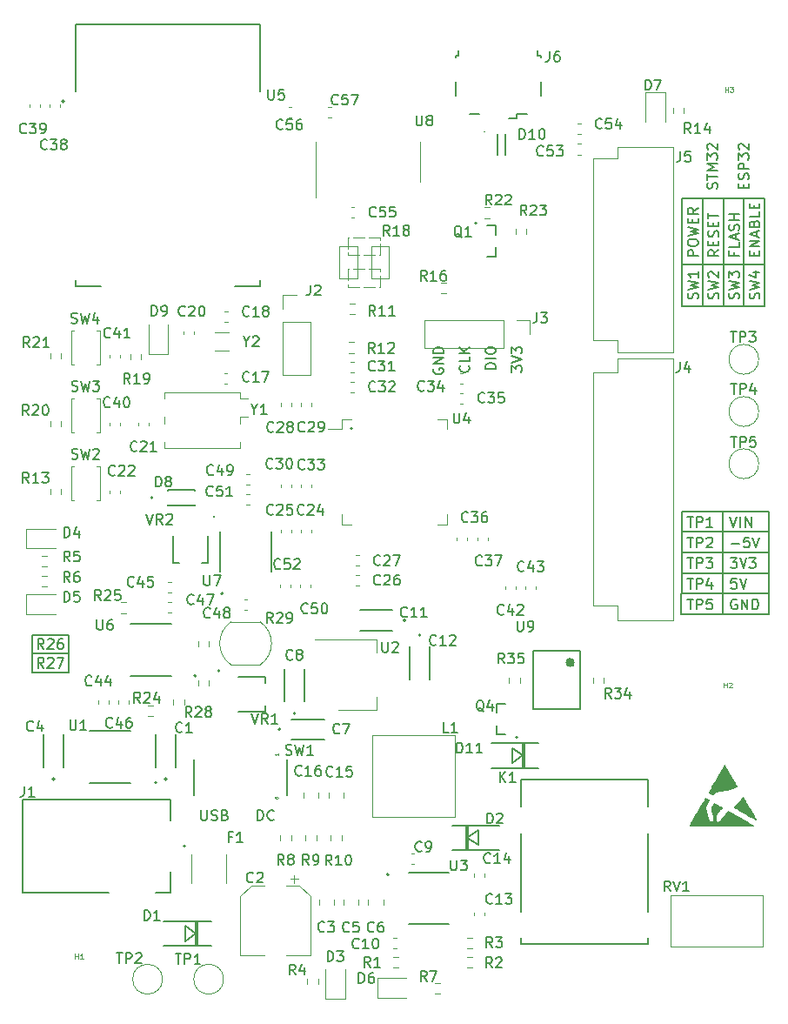
<source format=gbr>
%TF.GenerationSoftware,KiCad,Pcbnew,7.0.10*%
%TF.CreationDate,2024-03-23T12:12:33+07:00*%
%TF.ProjectId,BTL_ESD,42544c5f-4553-4442-9e6b-696361645f70,rev?*%
%TF.SameCoordinates,Original*%
%TF.FileFunction,Legend,Top*%
%TF.FilePolarity,Positive*%
%FSLAX46Y46*%
G04 Gerber Fmt 4.6, Leading zero omitted, Abs format (unit mm)*
G04 Created by KiCad (PCBNEW 7.0.10) date 2024-03-23 12:12:33*
%MOMM*%
%LPD*%
G01*
G04 APERTURE LIST*
%ADD10C,0.200000*%
%ADD11C,0.150000*%
%ADD12C,0.100000*%
%ADD13C,0.080059*%
%ADD14C,0.080071*%
%ADD15C,0.120000*%
%ADD16C,0.127000*%
%ADD17C,0.152400*%
%ADD18C,0.010000*%
%ADD19C,0.203200*%
G04 APERTURE END LIST*
D10*
X165707000Y-58097945D02*
X165754619Y-57955088D01*
X165754619Y-57955088D02*
X165754619Y-57716993D01*
X165754619Y-57716993D02*
X165707000Y-57621755D01*
X165707000Y-57621755D02*
X165659380Y-57574136D01*
X165659380Y-57574136D02*
X165564142Y-57526517D01*
X165564142Y-57526517D02*
X165468904Y-57526517D01*
X165468904Y-57526517D02*
X165373666Y-57574136D01*
X165373666Y-57574136D02*
X165326047Y-57621755D01*
X165326047Y-57621755D02*
X165278428Y-57716993D01*
X165278428Y-57716993D02*
X165230809Y-57907469D01*
X165230809Y-57907469D02*
X165183190Y-58002707D01*
X165183190Y-58002707D02*
X165135571Y-58050326D01*
X165135571Y-58050326D02*
X165040333Y-58097945D01*
X165040333Y-58097945D02*
X164945095Y-58097945D01*
X164945095Y-58097945D02*
X164849857Y-58050326D01*
X164849857Y-58050326D02*
X164802238Y-58002707D01*
X164802238Y-58002707D02*
X164754619Y-57907469D01*
X164754619Y-57907469D02*
X164754619Y-57669374D01*
X164754619Y-57669374D02*
X164802238Y-57526517D01*
X164754619Y-57240802D02*
X164754619Y-56669374D01*
X165754619Y-56955088D02*
X164754619Y-56955088D01*
X165754619Y-56336040D02*
X164754619Y-56336040D01*
X164754619Y-56336040D02*
X165468904Y-56002707D01*
X165468904Y-56002707D02*
X164754619Y-55669374D01*
X164754619Y-55669374D02*
X165754619Y-55669374D01*
X164754619Y-55288421D02*
X164754619Y-54669374D01*
X164754619Y-54669374D02*
X165135571Y-55002707D01*
X165135571Y-55002707D02*
X165135571Y-54859850D01*
X165135571Y-54859850D02*
X165183190Y-54764612D01*
X165183190Y-54764612D02*
X165230809Y-54716993D01*
X165230809Y-54716993D02*
X165326047Y-54669374D01*
X165326047Y-54669374D02*
X165564142Y-54669374D01*
X165564142Y-54669374D02*
X165659380Y-54716993D01*
X165659380Y-54716993D02*
X165707000Y-54764612D01*
X165707000Y-54764612D02*
X165754619Y-54859850D01*
X165754619Y-54859850D02*
X165754619Y-55145564D01*
X165754619Y-55145564D02*
X165707000Y-55240802D01*
X165707000Y-55240802D02*
X165659380Y-55288421D01*
X164849857Y-54288421D02*
X164802238Y-54240802D01*
X164802238Y-54240802D02*
X164754619Y-54145564D01*
X164754619Y-54145564D02*
X164754619Y-53907469D01*
X164754619Y-53907469D02*
X164802238Y-53812231D01*
X164802238Y-53812231D02*
X164849857Y-53764612D01*
X164849857Y-53764612D02*
X164945095Y-53716993D01*
X164945095Y-53716993D02*
X165040333Y-53716993D01*
X165040333Y-53716993D02*
X165183190Y-53764612D01*
X165183190Y-53764612D02*
X165754619Y-54336040D01*
X165754619Y-54336040D02*
X165754619Y-53716993D01*
X168278809Y-58050326D02*
X168278809Y-57716993D01*
X168802619Y-57574136D02*
X168802619Y-58050326D01*
X168802619Y-58050326D02*
X167802619Y-58050326D01*
X167802619Y-58050326D02*
X167802619Y-57574136D01*
X168755000Y-57193183D02*
X168802619Y-57050326D01*
X168802619Y-57050326D02*
X168802619Y-56812231D01*
X168802619Y-56812231D02*
X168755000Y-56716993D01*
X168755000Y-56716993D02*
X168707380Y-56669374D01*
X168707380Y-56669374D02*
X168612142Y-56621755D01*
X168612142Y-56621755D02*
X168516904Y-56621755D01*
X168516904Y-56621755D02*
X168421666Y-56669374D01*
X168421666Y-56669374D02*
X168374047Y-56716993D01*
X168374047Y-56716993D02*
X168326428Y-56812231D01*
X168326428Y-56812231D02*
X168278809Y-57002707D01*
X168278809Y-57002707D02*
X168231190Y-57097945D01*
X168231190Y-57097945D02*
X168183571Y-57145564D01*
X168183571Y-57145564D02*
X168088333Y-57193183D01*
X168088333Y-57193183D02*
X167993095Y-57193183D01*
X167993095Y-57193183D02*
X167897857Y-57145564D01*
X167897857Y-57145564D02*
X167850238Y-57097945D01*
X167850238Y-57097945D02*
X167802619Y-57002707D01*
X167802619Y-57002707D02*
X167802619Y-56764612D01*
X167802619Y-56764612D02*
X167850238Y-56621755D01*
X168802619Y-56193183D02*
X167802619Y-56193183D01*
X167802619Y-56193183D02*
X167802619Y-55812231D01*
X167802619Y-55812231D02*
X167850238Y-55716993D01*
X167850238Y-55716993D02*
X167897857Y-55669374D01*
X167897857Y-55669374D02*
X167993095Y-55621755D01*
X167993095Y-55621755D02*
X168135952Y-55621755D01*
X168135952Y-55621755D02*
X168231190Y-55669374D01*
X168231190Y-55669374D02*
X168278809Y-55716993D01*
X168278809Y-55716993D02*
X168326428Y-55812231D01*
X168326428Y-55812231D02*
X168326428Y-56193183D01*
X167802619Y-55288421D02*
X167802619Y-54669374D01*
X167802619Y-54669374D02*
X168183571Y-55002707D01*
X168183571Y-55002707D02*
X168183571Y-54859850D01*
X168183571Y-54859850D02*
X168231190Y-54764612D01*
X168231190Y-54764612D02*
X168278809Y-54716993D01*
X168278809Y-54716993D02*
X168374047Y-54669374D01*
X168374047Y-54669374D02*
X168612142Y-54669374D01*
X168612142Y-54669374D02*
X168707380Y-54716993D01*
X168707380Y-54716993D02*
X168755000Y-54764612D01*
X168755000Y-54764612D02*
X168802619Y-54859850D01*
X168802619Y-54859850D02*
X168802619Y-55145564D01*
X168802619Y-55145564D02*
X168755000Y-55240802D01*
X168755000Y-55240802D02*
X168707380Y-55288421D01*
X167897857Y-54288421D02*
X167850238Y-54240802D01*
X167850238Y-54240802D02*
X167802619Y-54145564D01*
X167802619Y-54145564D02*
X167802619Y-53907469D01*
X167802619Y-53907469D02*
X167850238Y-53812231D01*
X167850238Y-53812231D02*
X167897857Y-53764612D01*
X167897857Y-53764612D02*
X167993095Y-53716993D01*
X167993095Y-53716993D02*
X168088333Y-53716993D01*
X168088333Y-53716993D02*
X168231190Y-53764612D01*
X168231190Y-53764612D02*
X168802619Y-54336040D01*
X168802619Y-54336040D02*
X168802619Y-53716993D01*
X162840916Y-98031219D02*
X163412344Y-98031219D01*
X163126630Y-99031219D02*
X163126630Y-98031219D01*
X163745678Y-99031219D02*
X163745678Y-98031219D01*
X163745678Y-98031219D02*
X164126630Y-98031219D01*
X164126630Y-98031219D02*
X164221868Y-98078838D01*
X164221868Y-98078838D02*
X164269487Y-98126457D01*
X164269487Y-98126457D02*
X164317106Y-98221695D01*
X164317106Y-98221695D02*
X164317106Y-98364552D01*
X164317106Y-98364552D02*
X164269487Y-98459790D01*
X164269487Y-98459790D02*
X164221868Y-98507409D01*
X164221868Y-98507409D02*
X164126630Y-98555028D01*
X164126630Y-98555028D02*
X163745678Y-98555028D01*
X165221868Y-98031219D02*
X164745678Y-98031219D01*
X164745678Y-98031219D02*
X164698059Y-98507409D01*
X164698059Y-98507409D02*
X164745678Y-98459790D01*
X164745678Y-98459790D02*
X164840916Y-98412171D01*
X164840916Y-98412171D02*
X165079011Y-98412171D01*
X165079011Y-98412171D02*
X165174249Y-98459790D01*
X165174249Y-98459790D02*
X165221868Y-98507409D01*
X165221868Y-98507409D02*
X165269487Y-98602647D01*
X165269487Y-98602647D02*
X165269487Y-98840742D01*
X165269487Y-98840742D02*
X165221868Y-98935980D01*
X165221868Y-98935980D02*
X165174249Y-98983600D01*
X165174249Y-98983600D02*
X165079011Y-99031219D01*
X165079011Y-99031219D02*
X164840916Y-99031219D01*
X164840916Y-99031219D02*
X164745678Y-98983600D01*
X164745678Y-98983600D02*
X164698059Y-98935980D01*
X167643482Y-98078838D02*
X167548244Y-98031219D01*
X167548244Y-98031219D02*
X167405387Y-98031219D01*
X167405387Y-98031219D02*
X167262530Y-98078838D01*
X167262530Y-98078838D02*
X167167292Y-98174076D01*
X167167292Y-98174076D02*
X167119673Y-98269314D01*
X167119673Y-98269314D02*
X167072054Y-98459790D01*
X167072054Y-98459790D02*
X167072054Y-98602647D01*
X167072054Y-98602647D02*
X167119673Y-98793123D01*
X167119673Y-98793123D02*
X167167292Y-98888361D01*
X167167292Y-98888361D02*
X167262530Y-98983600D01*
X167262530Y-98983600D02*
X167405387Y-99031219D01*
X167405387Y-99031219D02*
X167500625Y-99031219D01*
X167500625Y-99031219D02*
X167643482Y-98983600D01*
X167643482Y-98983600D02*
X167691101Y-98935980D01*
X167691101Y-98935980D02*
X167691101Y-98602647D01*
X167691101Y-98602647D02*
X167500625Y-98602647D01*
X168119673Y-99031219D02*
X168119673Y-98031219D01*
X168119673Y-98031219D02*
X168691101Y-99031219D01*
X168691101Y-99031219D02*
X168691101Y-98031219D01*
X169167292Y-99031219D02*
X169167292Y-98031219D01*
X169167292Y-98031219D02*
X169405387Y-98031219D01*
X169405387Y-98031219D02*
X169548244Y-98078838D01*
X169548244Y-98078838D02*
X169643482Y-98174076D01*
X169643482Y-98174076D02*
X169691101Y-98269314D01*
X169691101Y-98269314D02*
X169738720Y-98459790D01*
X169738720Y-98459790D02*
X169738720Y-98602647D01*
X169738720Y-98602647D02*
X169691101Y-98793123D01*
X169691101Y-98793123D02*
X169643482Y-98888361D01*
X169643482Y-98888361D02*
X169548244Y-98983600D01*
X169548244Y-98983600D02*
X169405387Y-99031219D01*
X169405387Y-99031219D02*
X169167292Y-99031219D01*
D11*
X162250000Y-97500000D02*
X166250000Y-97500000D01*
X166250000Y-99500000D01*
X162250000Y-99500000D01*
X162250000Y-97500000D01*
X166250000Y-97500000D02*
X170750000Y-97500000D01*
X170750000Y-99500000D01*
X166250000Y-99500000D01*
X166250000Y-97500000D01*
D10*
X162848716Y-96024619D02*
X163420144Y-96024619D01*
X163134430Y-97024619D02*
X163134430Y-96024619D01*
X163753478Y-97024619D02*
X163753478Y-96024619D01*
X163753478Y-96024619D02*
X164134430Y-96024619D01*
X164134430Y-96024619D02*
X164229668Y-96072238D01*
X164229668Y-96072238D02*
X164277287Y-96119857D01*
X164277287Y-96119857D02*
X164324906Y-96215095D01*
X164324906Y-96215095D02*
X164324906Y-96357952D01*
X164324906Y-96357952D02*
X164277287Y-96453190D01*
X164277287Y-96453190D02*
X164229668Y-96500809D01*
X164229668Y-96500809D02*
X164134430Y-96548428D01*
X164134430Y-96548428D02*
X163753478Y-96548428D01*
X165182049Y-96357952D02*
X165182049Y-97024619D01*
X164943954Y-95977000D02*
X164705859Y-96691285D01*
X164705859Y-96691285D02*
X165324906Y-96691285D01*
X162848716Y-94024619D02*
X163420144Y-94024619D01*
X163134430Y-95024619D02*
X163134430Y-94024619D01*
X163753478Y-95024619D02*
X163753478Y-94024619D01*
X163753478Y-94024619D02*
X164134430Y-94024619D01*
X164134430Y-94024619D02*
X164229668Y-94072238D01*
X164229668Y-94072238D02*
X164277287Y-94119857D01*
X164277287Y-94119857D02*
X164324906Y-94215095D01*
X164324906Y-94215095D02*
X164324906Y-94357952D01*
X164324906Y-94357952D02*
X164277287Y-94453190D01*
X164277287Y-94453190D02*
X164229668Y-94500809D01*
X164229668Y-94500809D02*
X164134430Y-94548428D01*
X164134430Y-94548428D02*
X163753478Y-94548428D01*
X164658240Y-94024619D02*
X165277287Y-94024619D01*
X165277287Y-94024619D02*
X164943954Y-94405571D01*
X164943954Y-94405571D02*
X165086811Y-94405571D01*
X165086811Y-94405571D02*
X165182049Y-94453190D01*
X165182049Y-94453190D02*
X165229668Y-94500809D01*
X165229668Y-94500809D02*
X165277287Y-94596047D01*
X165277287Y-94596047D02*
X165277287Y-94834142D01*
X165277287Y-94834142D02*
X165229668Y-94929380D01*
X165229668Y-94929380D02*
X165182049Y-94977000D01*
X165182049Y-94977000D02*
X165086811Y-95024619D01*
X165086811Y-95024619D02*
X164801097Y-95024619D01*
X164801097Y-95024619D02*
X164705859Y-94977000D01*
X164705859Y-94977000D02*
X164658240Y-94929380D01*
X162848716Y-92024619D02*
X163420144Y-92024619D01*
X163134430Y-93024619D02*
X163134430Y-92024619D01*
X163753478Y-93024619D02*
X163753478Y-92024619D01*
X163753478Y-92024619D02*
X164134430Y-92024619D01*
X164134430Y-92024619D02*
X164229668Y-92072238D01*
X164229668Y-92072238D02*
X164277287Y-92119857D01*
X164277287Y-92119857D02*
X164324906Y-92215095D01*
X164324906Y-92215095D02*
X164324906Y-92357952D01*
X164324906Y-92357952D02*
X164277287Y-92453190D01*
X164277287Y-92453190D02*
X164229668Y-92500809D01*
X164229668Y-92500809D02*
X164134430Y-92548428D01*
X164134430Y-92548428D02*
X163753478Y-92548428D01*
X164705859Y-92119857D02*
X164753478Y-92072238D01*
X164753478Y-92072238D02*
X164848716Y-92024619D01*
X164848716Y-92024619D02*
X165086811Y-92024619D01*
X165086811Y-92024619D02*
X165182049Y-92072238D01*
X165182049Y-92072238D02*
X165229668Y-92119857D01*
X165229668Y-92119857D02*
X165277287Y-92215095D01*
X165277287Y-92215095D02*
X165277287Y-92310333D01*
X165277287Y-92310333D02*
X165229668Y-92453190D01*
X165229668Y-92453190D02*
X164658240Y-93024619D01*
X164658240Y-93024619D02*
X165277287Y-93024619D01*
X167127473Y-92643666D02*
X167889378Y-92643666D01*
X168841758Y-92024619D02*
X168365568Y-92024619D01*
X168365568Y-92024619D02*
X168317949Y-92500809D01*
X168317949Y-92500809D02*
X168365568Y-92453190D01*
X168365568Y-92453190D02*
X168460806Y-92405571D01*
X168460806Y-92405571D02*
X168698901Y-92405571D01*
X168698901Y-92405571D02*
X168794139Y-92453190D01*
X168794139Y-92453190D02*
X168841758Y-92500809D01*
X168841758Y-92500809D02*
X168889377Y-92596047D01*
X168889377Y-92596047D02*
X168889377Y-92834142D01*
X168889377Y-92834142D02*
X168841758Y-92929380D01*
X168841758Y-92929380D02*
X168794139Y-92977000D01*
X168794139Y-92977000D02*
X168698901Y-93024619D01*
X168698901Y-93024619D02*
X168460806Y-93024619D01*
X168460806Y-93024619D02*
X168365568Y-92977000D01*
X168365568Y-92977000D02*
X168317949Y-92929380D01*
X169175092Y-92024619D02*
X169508425Y-93024619D01*
X169508425Y-93024619D02*
X169841758Y-92024619D01*
X167032235Y-94024619D02*
X167651282Y-94024619D01*
X167651282Y-94024619D02*
X167317949Y-94405571D01*
X167317949Y-94405571D02*
X167460806Y-94405571D01*
X167460806Y-94405571D02*
X167556044Y-94453190D01*
X167556044Y-94453190D02*
X167603663Y-94500809D01*
X167603663Y-94500809D02*
X167651282Y-94596047D01*
X167651282Y-94596047D02*
X167651282Y-94834142D01*
X167651282Y-94834142D02*
X167603663Y-94929380D01*
X167603663Y-94929380D02*
X167556044Y-94977000D01*
X167556044Y-94977000D02*
X167460806Y-95024619D01*
X167460806Y-95024619D02*
X167175092Y-95024619D01*
X167175092Y-95024619D02*
X167079854Y-94977000D01*
X167079854Y-94977000D02*
X167032235Y-94929380D01*
X167936997Y-94024619D02*
X168270330Y-95024619D01*
X168270330Y-95024619D02*
X168603663Y-94024619D01*
X168841759Y-94024619D02*
X169460806Y-94024619D01*
X169460806Y-94024619D02*
X169127473Y-94405571D01*
X169127473Y-94405571D02*
X169270330Y-94405571D01*
X169270330Y-94405571D02*
X169365568Y-94453190D01*
X169365568Y-94453190D02*
X169413187Y-94500809D01*
X169413187Y-94500809D02*
X169460806Y-94596047D01*
X169460806Y-94596047D02*
X169460806Y-94834142D01*
X169460806Y-94834142D02*
X169413187Y-94929380D01*
X169413187Y-94929380D02*
X169365568Y-94977000D01*
X169365568Y-94977000D02*
X169270330Y-95024619D01*
X169270330Y-95024619D02*
X168984616Y-95024619D01*
X168984616Y-95024619D02*
X168889378Y-94977000D01*
X168889378Y-94977000D02*
X168841759Y-94929380D01*
X162848716Y-90024619D02*
X163420144Y-90024619D01*
X163134430Y-91024619D02*
X163134430Y-90024619D01*
X163753478Y-91024619D02*
X163753478Y-90024619D01*
X163753478Y-90024619D02*
X164134430Y-90024619D01*
X164134430Y-90024619D02*
X164229668Y-90072238D01*
X164229668Y-90072238D02*
X164277287Y-90119857D01*
X164277287Y-90119857D02*
X164324906Y-90215095D01*
X164324906Y-90215095D02*
X164324906Y-90357952D01*
X164324906Y-90357952D02*
X164277287Y-90453190D01*
X164277287Y-90453190D02*
X164229668Y-90500809D01*
X164229668Y-90500809D02*
X164134430Y-90548428D01*
X164134430Y-90548428D02*
X163753478Y-90548428D01*
X165277287Y-91024619D02*
X164705859Y-91024619D01*
X164991573Y-91024619D02*
X164991573Y-90024619D01*
X164991573Y-90024619D02*
X164896335Y-90167476D01*
X164896335Y-90167476D02*
X164801097Y-90262714D01*
X164801097Y-90262714D02*
X164705859Y-90310333D01*
X166984616Y-90024619D02*
X167317949Y-91024619D01*
X167317949Y-91024619D02*
X167651282Y-90024619D01*
X167984616Y-91024619D02*
X167984616Y-90024619D01*
X168460806Y-91024619D02*
X168460806Y-90024619D01*
X168460806Y-90024619D02*
X169032234Y-91024619D01*
X169032234Y-91024619D02*
X169032234Y-90024619D01*
X167603663Y-96024619D02*
X167127473Y-96024619D01*
X167127473Y-96024619D02*
X167079854Y-96500809D01*
X167079854Y-96500809D02*
X167127473Y-96453190D01*
X167127473Y-96453190D02*
X167222711Y-96405571D01*
X167222711Y-96405571D02*
X167460806Y-96405571D01*
X167460806Y-96405571D02*
X167556044Y-96453190D01*
X167556044Y-96453190D02*
X167603663Y-96500809D01*
X167603663Y-96500809D02*
X167651282Y-96596047D01*
X167651282Y-96596047D02*
X167651282Y-96834142D01*
X167651282Y-96834142D02*
X167603663Y-96929380D01*
X167603663Y-96929380D02*
X167556044Y-96977000D01*
X167556044Y-96977000D02*
X167460806Y-97024619D01*
X167460806Y-97024619D02*
X167222711Y-97024619D01*
X167222711Y-97024619D02*
X167127473Y-96977000D01*
X167127473Y-96977000D02*
X167079854Y-96929380D01*
X167936997Y-96024619D02*
X168270330Y-97024619D01*
X168270330Y-97024619D02*
X168603663Y-96024619D01*
D11*
X166257800Y-91493400D02*
X170757800Y-91493400D01*
X170757800Y-93493400D01*
X166257800Y-93493400D01*
X166257800Y-91493400D01*
X162257800Y-91493400D02*
X166257800Y-91493400D01*
X166257800Y-93493400D01*
X162257800Y-93493400D01*
X162257800Y-91493400D01*
X166257800Y-89493400D02*
X170757800Y-89493400D01*
X170757800Y-91493400D01*
X166257800Y-91493400D01*
X166257800Y-89493400D01*
X162257800Y-95493400D02*
X166257800Y-95493400D01*
X166257800Y-97493400D01*
X162257800Y-97493400D01*
X162257800Y-95493400D01*
X162257800Y-93493400D02*
X166257800Y-93493400D01*
X166257800Y-95493400D01*
X162257800Y-95493400D01*
X162257800Y-93493400D01*
X162257800Y-89493400D02*
X166257800Y-89493400D01*
X166257800Y-91493400D01*
X162257800Y-91493400D01*
X162257800Y-89493400D01*
X166257800Y-95493400D02*
X170757800Y-95493400D01*
X170757800Y-97493400D01*
X166257800Y-97493400D01*
X166257800Y-95493400D01*
X166257800Y-93493400D02*
X170757800Y-93493400D01*
X170757800Y-95493400D01*
X166257800Y-95493400D01*
X166257800Y-93493400D01*
D10*
X169819600Y-68813845D02*
X169867219Y-68670988D01*
X169867219Y-68670988D02*
X169867219Y-68432893D01*
X169867219Y-68432893D02*
X169819600Y-68337655D01*
X169819600Y-68337655D02*
X169771980Y-68290036D01*
X169771980Y-68290036D02*
X169676742Y-68242417D01*
X169676742Y-68242417D02*
X169581504Y-68242417D01*
X169581504Y-68242417D02*
X169486266Y-68290036D01*
X169486266Y-68290036D02*
X169438647Y-68337655D01*
X169438647Y-68337655D02*
X169391028Y-68432893D01*
X169391028Y-68432893D02*
X169343409Y-68623369D01*
X169343409Y-68623369D02*
X169295790Y-68718607D01*
X169295790Y-68718607D02*
X169248171Y-68766226D01*
X169248171Y-68766226D02*
X169152933Y-68813845D01*
X169152933Y-68813845D02*
X169057695Y-68813845D01*
X169057695Y-68813845D02*
X168962457Y-68766226D01*
X168962457Y-68766226D02*
X168914838Y-68718607D01*
X168914838Y-68718607D02*
X168867219Y-68623369D01*
X168867219Y-68623369D02*
X168867219Y-68385274D01*
X168867219Y-68385274D02*
X168914838Y-68242417D01*
X168867219Y-67909083D02*
X169867219Y-67670988D01*
X169867219Y-67670988D02*
X169152933Y-67480512D01*
X169152933Y-67480512D02*
X169867219Y-67290036D01*
X169867219Y-67290036D02*
X168867219Y-67051941D01*
X169200552Y-66242417D02*
X169867219Y-66242417D01*
X168819600Y-66480512D02*
X169533885Y-66718607D01*
X169533885Y-66718607D02*
X169533885Y-66099560D01*
D11*
X168336000Y-69500000D02*
X170336000Y-69500000D01*
X170336000Y-65500000D01*
X168336000Y-65500000D01*
X168336000Y-69500000D01*
X166336000Y-69500000D02*
X168336000Y-69500000D01*
X168336000Y-65500000D01*
X166336000Y-65500000D01*
X166336000Y-69500000D01*
X164336000Y-69500000D02*
X166336000Y-69500000D01*
X166336000Y-65500000D01*
X164336000Y-65500000D01*
X164336000Y-69500000D01*
X168336000Y-65500000D02*
X170336000Y-65500000D01*
X170336000Y-59000000D01*
X168336000Y-59000000D01*
X168336000Y-65500000D01*
X166336000Y-65500000D02*
X168336000Y-65500000D01*
X168336000Y-59000000D01*
X166336000Y-59000000D01*
X166336000Y-65500000D01*
X164336000Y-65500000D02*
X166336000Y-65500000D01*
X166336000Y-59000000D01*
X164336000Y-59000000D01*
X164336000Y-65500000D01*
X162336000Y-65500000D02*
X164336000Y-65500000D01*
X164336000Y-59000000D01*
X162336000Y-59000000D01*
X162336000Y-65500000D01*
X162336000Y-69500000D02*
X164336000Y-69500000D01*
X164336000Y-65500000D01*
X162336000Y-65500000D01*
X162336000Y-69500000D01*
X99034600Y-103352600D02*
X102616000Y-103352600D01*
X102616000Y-105181400D01*
X99034600Y-105181400D01*
X99034600Y-103352600D01*
X99034600Y-101523800D02*
X102616000Y-101523800D01*
X102616000Y-103352600D01*
X99034600Y-103352600D01*
X99034600Y-101523800D01*
X130200400Y-81407000D02*
G75*
G03*
X130048000Y-81407000I-76200J0D01*
G01*
X130048000Y-81407000D02*
G75*
G03*
X130200400Y-81407000I76200J0D01*
G01*
D10*
X167819600Y-68813845D02*
X167867219Y-68670988D01*
X167867219Y-68670988D02*
X167867219Y-68432893D01*
X167867219Y-68432893D02*
X167819600Y-68337655D01*
X167819600Y-68337655D02*
X167771980Y-68290036D01*
X167771980Y-68290036D02*
X167676742Y-68242417D01*
X167676742Y-68242417D02*
X167581504Y-68242417D01*
X167581504Y-68242417D02*
X167486266Y-68290036D01*
X167486266Y-68290036D02*
X167438647Y-68337655D01*
X167438647Y-68337655D02*
X167391028Y-68432893D01*
X167391028Y-68432893D02*
X167343409Y-68623369D01*
X167343409Y-68623369D02*
X167295790Y-68718607D01*
X167295790Y-68718607D02*
X167248171Y-68766226D01*
X167248171Y-68766226D02*
X167152933Y-68813845D01*
X167152933Y-68813845D02*
X167057695Y-68813845D01*
X167057695Y-68813845D02*
X166962457Y-68766226D01*
X166962457Y-68766226D02*
X166914838Y-68718607D01*
X166914838Y-68718607D02*
X166867219Y-68623369D01*
X166867219Y-68623369D02*
X166867219Y-68385274D01*
X166867219Y-68385274D02*
X166914838Y-68242417D01*
X166867219Y-67909083D02*
X167867219Y-67670988D01*
X167867219Y-67670988D02*
X167152933Y-67480512D01*
X167152933Y-67480512D02*
X167867219Y-67290036D01*
X167867219Y-67290036D02*
X166867219Y-67051941D01*
X166867219Y-66766226D02*
X166867219Y-66147179D01*
X166867219Y-66147179D02*
X167248171Y-66480512D01*
X167248171Y-66480512D02*
X167248171Y-66337655D01*
X167248171Y-66337655D02*
X167295790Y-66242417D01*
X167295790Y-66242417D02*
X167343409Y-66194798D01*
X167343409Y-66194798D02*
X167438647Y-66147179D01*
X167438647Y-66147179D02*
X167676742Y-66147179D01*
X167676742Y-66147179D02*
X167771980Y-66194798D01*
X167771980Y-66194798D02*
X167819600Y-66242417D01*
X167819600Y-66242417D02*
X167867219Y-66337655D01*
X167867219Y-66337655D02*
X167867219Y-66623369D01*
X167867219Y-66623369D02*
X167819600Y-66718607D01*
X167819600Y-66718607D02*
X167771980Y-66766226D01*
X165819600Y-68813845D02*
X165867219Y-68670988D01*
X165867219Y-68670988D02*
X165867219Y-68432893D01*
X165867219Y-68432893D02*
X165819600Y-68337655D01*
X165819600Y-68337655D02*
X165771980Y-68290036D01*
X165771980Y-68290036D02*
X165676742Y-68242417D01*
X165676742Y-68242417D02*
X165581504Y-68242417D01*
X165581504Y-68242417D02*
X165486266Y-68290036D01*
X165486266Y-68290036D02*
X165438647Y-68337655D01*
X165438647Y-68337655D02*
X165391028Y-68432893D01*
X165391028Y-68432893D02*
X165343409Y-68623369D01*
X165343409Y-68623369D02*
X165295790Y-68718607D01*
X165295790Y-68718607D02*
X165248171Y-68766226D01*
X165248171Y-68766226D02*
X165152933Y-68813845D01*
X165152933Y-68813845D02*
X165057695Y-68813845D01*
X165057695Y-68813845D02*
X164962457Y-68766226D01*
X164962457Y-68766226D02*
X164914838Y-68718607D01*
X164914838Y-68718607D02*
X164867219Y-68623369D01*
X164867219Y-68623369D02*
X164867219Y-68385274D01*
X164867219Y-68385274D02*
X164914838Y-68242417D01*
X164867219Y-67909083D02*
X165867219Y-67670988D01*
X165867219Y-67670988D02*
X165152933Y-67480512D01*
X165152933Y-67480512D02*
X165867219Y-67290036D01*
X165867219Y-67290036D02*
X164867219Y-67051941D01*
X164962457Y-66718607D02*
X164914838Y-66670988D01*
X164914838Y-66670988D02*
X164867219Y-66575750D01*
X164867219Y-66575750D02*
X164867219Y-66337655D01*
X164867219Y-66337655D02*
X164914838Y-66242417D01*
X164914838Y-66242417D02*
X164962457Y-66194798D01*
X164962457Y-66194798D02*
X165057695Y-66147179D01*
X165057695Y-66147179D02*
X165152933Y-66147179D01*
X165152933Y-66147179D02*
X165295790Y-66194798D01*
X165295790Y-66194798D02*
X165867219Y-66766226D01*
X165867219Y-66766226D02*
X165867219Y-66147179D01*
X144183619Y-75611316D02*
X143183619Y-75611316D01*
X143183619Y-75611316D02*
X143183619Y-75373221D01*
X143183619Y-75373221D02*
X143231238Y-75230364D01*
X143231238Y-75230364D02*
X143326476Y-75135126D01*
X143326476Y-75135126D02*
X143421714Y-75087507D01*
X143421714Y-75087507D02*
X143612190Y-75039888D01*
X143612190Y-75039888D02*
X143755047Y-75039888D01*
X143755047Y-75039888D02*
X143945523Y-75087507D01*
X143945523Y-75087507D02*
X144040761Y-75135126D01*
X144040761Y-75135126D02*
X144136000Y-75230364D01*
X144136000Y-75230364D02*
X144183619Y-75373221D01*
X144183619Y-75373221D02*
X144183619Y-75611316D01*
X144183619Y-74611316D02*
X143183619Y-74611316D01*
X143183619Y-73944650D02*
X143183619Y-73754174D01*
X143183619Y-73754174D02*
X143231238Y-73658936D01*
X143231238Y-73658936D02*
X143326476Y-73563698D01*
X143326476Y-73563698D02*
X143516952Y-73516079D01*
X143516952Y-73516079D02*
X143850285Y-73516079D01*
X143850285Y-73516079D02*
X144040761Y-73563698D01*
X144040761Y-73563698D02*
X144136000Y-73658936D01*
X144136000Y-73658936D02*
X144183619Y-73754174D01*
X144183619Y-73754174D02*
X144183619Y-73944650D01*
X144183619Y-73944650D02*
X144136000Y-74039888D01*
X144136000Y-74039888D02*
X144040761Y-74135126D01*
X144040761Y-74135126D02*
X143850285Y-74182745D01*
X143850285Y-74182745D02*
X143516952Y-74182745D01*
X143516952Y-74182745D02*
X143326476Y-74135126D01*
X143326476Y-74135126D02*
X143231238Y-74039888D01*
X143231238Y-74039888D02*
X143183619Y-73944650D01*
X167343409Y-64296993D02*
X167343409Y-64630326D01*
X167867219Y-64630326D02*
X166867219Y-64630326D01*
X166867219Y-64630326D02*
X166867219Y-64154136D01*
X167867219Y-63296993D02*
X167867219Y-63773183D01*
X167867219Y-63773183D02*
X166867219Y-63773183D01*
X167581504Y-63011278D02*
X167581504Y-62535088D01*
X167867219Y-63106516D02*
X166867219Y-62773183D01*
X166867219Y-62773183D02*
X167867219Y-62439850D01*
X167819600Y-62154135D02*
X167867219Y-62011278D01*
X167867219Y-62011278D02*
X167867219Y-61773183D01*
X167867219Y-61773183D02*
X167819600Y-61677945D01*
X167819600Y-61677945D02*
X167771980Y-61630326D01*
X167771980Y-61630326D02*
X167676742Y-61582707D01*
X167676742Y-61582707D02*
X167581504Y-61582707D01*
X167581504Y-61582707D02*
X167486266Y-61630326D01*
X167486266Y-61630326D02*
X167438647Y-61677945D01*
X167438647Y-61677945D02*
X167391028Y-61773183D01*
X167391028Y-61773183D02*
X167343409Y-61963659D01*
X167343409Y-61963659D02*
X167295790Y-62058897D01*
X167295790Y-62058897D02*
X167248171Y-62106516D01*
X167248171Y-62106516D02*
X167152933Y-62154135D01*
X167152933Y-62154135D02*
X167057695Y-62154135D01*
X167057695Y-62154135D02*
X166962457Y-62106516D01*
X166962457Y-62106516D02*
X166914838Y-62058897D01*
X166914838Y-62058897D02*
X166867219Y-61963659D01*
X166867219Y-61963659D02*
X166867219Y-61725564D01*
X166867219Y-61725564D02*
X166914838Y-61582707D01*
X167867219Y-61154135D02*
X166867219Y-61154135D01*
X167343409Y-61154135D02*
X167343409Y-60582707D01*
X167867219Y-60582707D02*
X166867219Y-60582707D01*
X165867219Y-64058898D02*
X165391028Y-64392231D01*
X165867219Y-64630326D02*
X164867219Y-64630326D01*
X164867219Y-64630326D02*
X164867219Y-64249374D01*
X164867219Y-64249374D02*
X164914838Y-64154136D01*
X164914838Y-64154136D02*
X164962457Y-64106517D01*
X164962457Y-64106517D02*
X165057695Y-64058898D01*
X165057695Y-64058898D02*
X165200552Y-64058898D01*
X165200552Y-64058898D02*
X165295790Y-64106517D01*
X165295790Y-64106517D02*
X165343409Y-64154136D01*
X165343409Y-64154136D02*
X165391028Y-64249374D01*
X165391028Y-64249374D02*
X165391028Y-64630326D01*
X165343409Y-63630326D02*
X165343409Y-63296993D01*
X165867219Y-63154136D02*
X165867219Y-63630326D01*
X165867219Y-63630326D02*
X164867219Y-63630326D01*
X164867219Y-63630326D02*
X164867219Y-63154136D01*
X165819600Y-62773183D02*
X165867219Y-62630326D01*
X165867219Y-62630326D02*
X165867219Y-62392231D01*
X165867219Y-62392231D02*
X165819600Y-62296993D01*
X165819600Y-62296993D02*
X165771980Y-62249374D01*
X165771980Y-62249374D02*
X165676742Y-62201755D01*
X165676742Y-62201755D02*
X165581504Y-62201755D01*
X165581504Y-62201755D02*
X165486266Y-62249374D01*
X165486266Y-62249374D02*
X165438647Y-62296993D01*
X165438647Y-62296993D02*
X165391028Y-62392231D01*
X165391028Y-62392231D02*
X165343409Y-62582707D01*
X165343409Y-62582707D02*
X165295790Y-62677945D01*
X165295790Y-62677945D02*
X165248171Y-62725564D01*
X165248171Y-62725564D02*
X165152933Y-62773183D01*
X165152933Y-62773183D02*
X165057695Y-62773183D01*
X165057695Y-62773183D02*
X164962457Y-62725564D01*
X164962457Y-62725564D02*
X164914838Y-62677945D01*
X164914838Y-62677945D02*
X164867219Y-62582707D01*
X164867219Y-62582707D02*
X164867219Y-62344612D01*
X164867219Y-62344612D02*
X164914838Y-62201755D01*
X165343409Y-61773183D02*
X165343409Y-61439850D01*
X165867219Y-61296993D02*
X165867219Y-61773183D01*
X165867219Y-61773183D02*
X164867219Y-61773183D01*
X164867219Y-61773183D02*
X164867219Y-61296993D01*
X164867219Y-61011278D02*
X164867219Y-60439850D01*
X165867219Y-60725564D02*
X164867219Y-60725564D01*
X145723619Y-75944650D02*
X145723619Y-75325603D01*
X145723619Y-75325603D02*
X146104571Y-75658936D01*
X146104571Y-75658936D02*
X146104571Y-75516079D01*
X146104571Y-75516079D02*
X146152190Y-75420841D01*
X146152190Y-75420841D02*
X146199809Y-75373222D01*
X146199809Y-75373222D02*
X146295047Y-75325603D01*
X146295047Y-75325603D02*
X146533142Y-75325603D01*
X146533142Y-75325603D02*
X146628380Y-75373222D01*
X146628380Y-75373222D02*
X146676000Y-75420841D01*
X146676000Y-75420841D02*
X146723619Y-75516079D01*
X146723619Y-75516079D02*
X146723619Y-75801793D01*
X146723619Y-75801793D02*
X146676000Y-75897031D01*
X146676000Y-75897031D02*
X146628380Y-75944650D01*
X145723619Y-75039888D02*
X146723619Y-74706555D01*
X146723619Y-74706555D02*
X145723619Y-74373222D01*
X145723619Y-74135126D02*
X145723619Y-73516079D01*
X145723619Y-73516079D02*
X146104571Y-73849412D01*
X146104571Y-73849412D02*
X146104571Y-73706555D01*
X146104571Y-73706555D02*
X146152190Y-73611317D01*
X146152190Y-73611317D02*
X146199809Y-73563698D01*
X146199809Y-73563698D02*
X146295047Y-73516079D01*
X146295047Y-73516079D02*
X146533142Y-73516079D01*
X146533142Y-73516079D02*
X146628380Y-73563698D01*
X146628380Y-73563698D02*
X146676000Y-73611317D01*
X146676000Y-73611317D02*
X146723619Y-73706555D01*
X146723619Y-73706555D02*
X146723619Y-73992269D01*
X146723619Y-73992269D02*
X146676000Y-74087507D01*
X146676000Y-74087507D02*
X146628380Y-74135126D01*
X138151238Y-75611317D02*
X138103619Y-75706555D01*
X138103619Y-75706555D02*
X138103619Y-75849412D01*
X138103619Y-75849412D02*
X138151238Y-75992269D01*
X138151238Y-75992269D02*
X138246476Y-76087507D01*
X138246476Y-76087507D02*
X138341714Y-76135126D01*
X138341714Y-76135126D02*
X138532190Y-76182745D01*
X138532190Y-76182745D02*
X138675047Y-76182745D01*
X138675047Y-76182745D02*
X138865523Y-76135126D01*
X138865523Y-76135126D02*
X138960761Y-76087507D01*
X138960761Y-76087507D02*
X139056000Y-75992269D01*
X139056000Y-75992269D02*
X139103619Y-75849412D01*
X139103619Y-75849412D02*
X139103619Y-75754174D01*
X139103619Y-75754174D02*
X139056000Y-75611317D01*
X139056000Y-75611317D02*
X139008380Y-75563698D01*
X139008380Y-75563698D02*
X138675047Y-75563698D01*
X138675047Y-75563698D02*
X138675047Y-75754174D01*
X139103619Y-75135126D02*
X138103619Y-75135126D01*
X138103619Y-75135126D02*
X139103619Y-74563698D01*
X139103619Y-74563698D02*
X138103619Y-74563698D01*
X139103619Y-74087507D02*
X138103619Y-74087507D01*
X138103619Y-74087507D02*
X138103619Y-73849412D01*
X138103619Y-73849412D02*
X138151238Y-73706555D01*
X138151238Y-73706555D02*
X138246476Y-73611317D01*
X138246476Y-73611317D02*
X138341714Y-73563698D01*
X138341714Y-73563698D02*
X138532190Y-73516079D01*
X138532190Y-73516079D02*
X138675047Y-73516079D01*
X138675047Y-73516079D02*
X138865523Y-73563698D01*
X138865523Y-73563698D02*
X138960761Y-73611317D01*
X138960761Y-73611317D02*
X139056000Y-73706555D01*
X139056000Y-73706555D02*
X139103619Y-73849412D01*
X139103619Y-73849412D02*
X139103619Y-74087507D01*
X141548380Y-75325603D02*
X141596000Y-75373222D01*
X141596000Y-75373222D02*
X141643619Y-75516079D01*
X141643619Y-75516079D02*
X141643619Y-75611317D01*
X141643619Y-75611317D02*
X141596000Y-75754174D01*
X141596000Y-75754174D02*
X141500761Y-75849412D01*
X141500761Y-75849412D02*
X141405523Y-75897031D01*
X141405523Y-75897031D02*
X141215047Y-75944650D01*
X141215047Y-75944650D02*
X141072190Y-75944650D01*
X141072190Y-75944650D02*
X140881714Y-75897031D01*
X140881714Y-75897031D02*
X140786476Y-75849412D01*
X140786476Y-75849412D02*
X140691238Y-75754174D01*
X140691238Y-75754174D02*
X140643619Y-75611317D01*
X140643619Y-75611317D02*
X140643619Y-75516079D01*
X140643619Y-75516079D02*
X140691238Y-75373222D01*
X140691238Y-75373222D02*
X140738857Y-75325603D01*
X141643619Y-74420841D02*
X141643619Y-74897031D01*
X141643619Y-74897031D02*
X140643619Y-74897031D01*
X141643619Y-74087507D02*
X140643619Y-74087507D01*
X141643619Y-73516079D02*
X141072190Y-73944650D01*
X140643619Y-73516079D02*
X141215047Y-74087507D01*
X115498873Y-118577419D02*
X115498873Y-119386942D01*
X115498873Y-119386942D02*
X115546492Y-119482180D01*
X115546492Y-119482180D02*
X115594111Y-119529800D01*
X115594111Y-119529800D02*
X115689349Y-119577419D01*
X115689349Y-119577419D02*
X115879825Y-119577419D01*
X115879825Y-119577419D02*
X115975063Y-119529800D01*
X115975063Y-119529800D02*
X116022682Y-119482180D01*
X116022682Y-119482180D02*
X116070301Y-119386942D01*
X116070301Y-119386942D02*
X116070301Y-118577419D01*
X116498873Y-119529800D02*
X116641730Y-119577419D01*
X116641730Y-119577419D02*
X116879825Y-119577419D01*
X116879825Y-119577419D02*
X116975063Y-119529800D01*
X116975063Y-119529800D02*
X117022682Y-119482180D01*
X117022682Y-119482180D02*
X117070301Y-119386942D01*
X117070301Y-119386942D02*
X117070301Y-119291704D01*
X117070301Y-119291704D02*
X117022682Y-119196466D01*
X117022682Y-119196466D02*
X116975063Y-119148847D01*
X116975063Y-119148847D02*
X116879825Y-119101228D01*
X116879825Y-119101228D02*
X116689349Y-119053609D01*
X116689349Y-119053609D02*
X116594111Y-119005990D01*
X116594111Y-119005990D02*
X116546492Y-118958371D01*
X116546492Y-118958371D02*
X116498873Y-118863133D01*
X116498873Y-118863133D02*
X116498873Y-118767895D01*
X116498873Y-118767895D02*
X116546492Y-118672657D01*
X116546492Y-118672657D02*
X116594111Y-118625038D01*
X116594111Y-118625038D02*
X116689349Y-118577419D01*
X116689349Y-118577419D02*
X116927444Y-118577419D01*
X116927444Y-118577419D02*
X117070301Y-118625038D01*
X117832206Y-119053609D02*
X117975063Y-119101228D01*
X117975063Y-119101228D02*
X118022682Y-119148847D01*
X118022682Y-119148847D02*
X118070301Y-119244085D01*
X118070301Y-119244085D02*
X118070301Y-119386942D01*
X118070301Y-119386942D02*
X118022682Y-119482180D01*
X118022682Y-119482180D02*
X117975063Y-119529800D01*
X117975063Y-119529800D02*
X117879825Y-119577419D01*
X117879825Y-119577419D02*
X117498873Y-119577419D01*
X117498873Y-119577419D02*
X117498873Y-118577419D01*
X117498873Y-118577419D02*
X117832206Y-118577419D01*
X117832206Y-118577419D02*
X117927444Y-118625038D01*
X117927444Y-118625038D02*
X117975063Y-118672657D01*
X117975063Y-118672657D02*
X118022682Y-118767895D01*
X118022682Y-118767895D02*
X118022682Y-118863133D01*
X118022682Y-118863133D02*
X117975063Y-118958371D01*
X117975063Y-118958371D02*
X117927444Y-119005990D01*
X117927444Y-119005990D02*
X117832206Y-119053609D01*
X117832206Y-119053609D02*
X117498873Y-119053609D01*
X163819600Y-68813845D02*
X163867219Y-68670988D01*
X163867219Y-68670988D02*
X163867219Y-68432893D01*
X163867219Y-68432893D02*
X163819600Y-68337655D01*
X163819600Y-68337655D02*
X163771980Y-68290036D01*
X163771980Y-68290036D02*
X163676742Y-68242417D01*
X163676742Y-68242417D02*
X163581504Y-68242417D01*
X163581504Y-68242417D02*
X163486266Y-68290036D01*
X163486266Y-68290036D02*
X163438647Y-68337655D01*
X163438647Y-68337655D02*
X163391028Y-68432893D01*
X163391028Y-68432893D02*
X163343409Y-68623369D01*
X163343409Y-68623369D02*
X163295790Y-68718607D01*
X163295790Y-68718607D02*
X163248171Y-68766226D01*
X163248171Y-68766226D02*
X163152933Y-68813845D01*
X163152933Y-68813845D02*
X163057695Y-68813845D01*
X163057695Y-68813845D02*
X162962457Y-68766226D01*
X162962457Y-68766226D02*
X162914838Y-68718607D01*
X162914838Y-68718607D02*
X162867219Y-68623369D01*
X162867219Y-68623369D02*
X162867219Y-68385274D01*
X162867219Y-68385274D02*
X162914838Y-68242417D01*
X162867219Y-67909083D02*
X163867219Y-67670988D01*
X163867219Y-67670988D02*
X163152933Y-67480512D01*
X163152933Y-67480512D02*
X163867219Y-67290036D01*
X163867219Y-67290036D02*
X162867219Y-67051941D01*
X163867219Y-66147179D02*
X163867219Y-66718607D01*
X163867219Y-66432893D02*
X162867219Y-66432893D01*
X162867219Y-66432893D02*
X163010076Y-66528131D01*
X163010076Y-66528131D02*
X163105314Y-66623369D01*
X163105314Y-66623369D02*
X163152933Y-66718607D01*
X120998873Y-119577419D02*
X120998873Y-118577419D01*
X120998873Y-118577419D02*
X121236968Y-118577419D01*
X121236968Y-118577419D02*
X121379825Y-118625038D01*
X121379825Y-118625038D02*
X121475063Y-118720276D01*
X121475063Y-118720276D02*
X121522682Y-118815514D01*
X121522682Y-118815514D02*
X121570301Y-119005990D01*
X121570301Y-119005990D02*
X121570301Y-119148847D01*
X121570301Y-119148847D02*
X121522682Y-119339323D01*
X121522682Y-119339323D02*
X121475063Y-119434561D01*
X121475063Y-119434561D02*
X121379825Y-119529800D01*
X121379825Y-119529800D02*
X121236968Y-119577419D01*
X121236968Y-119577419D02*
X120998873Y-119577419D01*
X122570301Y-119482180D02*
X122522682Y-119529800D01*
X122522682Y-119529800D02*
X122379825Y-119577419D01*
X122379825Y-119577419D02*
X122284587Y-119577419D01*
X122284587Y-119577419D02*
X122141730Y-119529800D01*
X122141730Y-119529800D02*
X122046492Y-119434561D01*
X122046492Y-119434561D02*
X121998873Y-119339323D01*
X121998873Y-119339323D02*
X121951254Y-119148847D01*
X121951254Y-119148847D02*
X121951254Y-119005990D01*
X121951254Y-119005990D02*
X121998873Y-118815514D01*
X121998873Y-118815514D02*
X122046492Y-118720276D01*
X122046492Y-118720276D02*
X122141730Y-118625038D01*
X122141730Y-118625038D02*
X122284587Y-118577419D01*
X122284587Y-118577419D02*
X122379825Y-118577419D01*
X122379825Y-118577419D02*
X122522682Y-118625038D01*
X122522682Y-118625038D02*
X122570301Y-118672657D01*
X163867219Y-64630326D02*
X162867219Y-64630326D01*
X162867219Y-64630326D02*
X162867219Y-64249374D01*
X162867219Y-64249374D02*
X162914838Y-64154136D01*
X162914838Y-64154136D02*
X162962457Y-64106517D01*
X162962457Y-64106517D02*
X163057695Y-64058898D01*
X163057695Y-64058898D02*
X163200552Y-64058898D01*
X163200552Y-64058898D02*
X163295790Y-64106517D01*
X163295790Y-64106517D02*
X163343409Y-64154136D01*
X163343409Y-64154136D02*
X163391028Y-64249374D01*
X163391028Y-64249374D02*
X163391028Y-64630326D01*
X162867219Y-63439850D02*
X162867219Y-63249374D01*
X162867219Y-63249374D02*
X162914838Y-63154136D01*
X162914838Y-63154136D02*
X163010076Y-63058898D01*
X163010076Y-63058898D02*
X163200552Y-63011279D01*
X163200552Y-63011279D02*
X163533885Y-63011279D01*
X163533885Y-63011279D02*
X163724361Y-63058898D01*
X163724361Y-63058898D02*
X163819600Y-63154136D01*
X163819600Y-63154136D02*
X163867219Y-63249374D01*
X163867219Y-63249374D02*
X163867219Y-63439850D01*
X163867219Y-63439850D02*
X163819600Y-63535088D01*
X163819600Y-63535088D02*
X163724361Y-63630326D01*
X163724361Y-63630326D02*
X163533885Y-63677945D01*
X163533885Y-63677945D02*
X163200552Y-63677945D01*
X163200552Y-63677945D02*
X163010076Y-63630326D01*
X163010076Y-63630326D02*
X162914838Y-63535088D01*
X162914838Y-63535088D02*
X162867219Y-63439850D01*
X162867219Y-62677945D02*
X163867219Y-62439850D01*
X163867219Y-62439850D02*
X163152933Y-62249374D01*
X163152933Y-62249374D02*
X163867219Y-62058898D01*
X163867219Y-62058898D02*
X162867219Y-61820803D01*
X163343409Y-61439850D02*
X163343409Y-61106517D01*
X163867219Y-60963660D02*
X163867219Y-61439850D01*
X163867219Y-61439850D02*
X162867219Y-61439850D01*
X162867219Y-61439850D02*
X162867219Y-60963660D01*
X163867219Y-59963660D02*
X163391028Y-60296993D01*
X163867219Y-60535088D02*
X162867219Y-60535088D01*
X162867219Y-60535088D02*
X162867219Y-60154136D01*
X162867219Y-60154136D02*
X162914838Y-60058898D01*
X162914838Y-60058898D02*
X162962457Y-60011279D01*
X162962457Y-60011279D02*
X163057695Y-59963660D01*
X163057695Y-59963660D02*
X163200552Y-59963660D01*
X163200552Y-59963660D02*
X163295790Y-60011279D01*
X163295790Y-60011279D02*
X163343409Y-60058898D01*
X163343409Y-60058898D02*
X163391028Y-60154136D01*
X163391028Y-60154136D02*
X163391028Y-60535088D01*
X169343409Y-64630326D02*
X169343409Y-64296993D01*
X169867219Y-64154136D02*
X169867219Y-64630326D01*
X169867219Y-64630326D02*
X168867219Y-64630326D01*
X168867219Y-64630326D02*
X168867219Y-64154136D01*
X169867219Y-63725564D02*
X168867219Y-63725564D01*
X168867219Y-63725564D02*
X169867219Y-63154136D01*
X169867219Y-63154136D02*
X168867219Y-63154136D01*
X169581504Y-62725564D02*
X169581504Y-62249374D01*
X169867219Y-62820802D02*
X168867219Y-62487469D01*
X168867219Y-62487469D02*
X169867219Y-62154136D01*
X169343409Y-61487469D02*
X169391028Y-61344612D01*
X169391028Y-61344612D02*
X169438647Y-61296993D01*
X169438647Y-61296993D02*
X169533885Y-61249374D01*
X169533885Y-61249374D02*
X169676742Y-61249374D01*
X169676742Y-61249374D02*
X169771980Y-61296993D01*
X169771980Y-61296993D02*
X169819600Y-61344612D01*
X169819600Y-61344612D02*
X169867219Y-61439850D01*
X169867219Y-61439850D02*
X169867219Y-61820802D01*
X169867219Y-61820802D02*
X168867219Y-61820802D01*
X168867219Y-61820802D02*
X168867219Y-61487469D01*
X168867219Y-61487469D02*
X168914838Y-61392231D01*
X168914838Y-61392231D02*
X168962457Y-61344612D01*
X168962457Y-61344612D02*
X169057695Y-61296993D01*
X169057695Y-61296993D02*
X169152933Y-61296993D01*
X169152933Y-61296993D02*
X169248171Y-61344612D01*
X169248171Y-61344612D02*
X169295790Y-61392231D01*
X169295790Y-61392231D02*
X169343409Y-61487469D01*
X169343409Y-61487469D02*
X169343409Y-61820802D01*
X169867219Y-60344612D02*
X169867219Y-60820802D01*
X169867219Y-60820802D02*
X168867219Y-60820802D01*
X169343409Y-60011278D02*
X169343409Y-59677945D01*
X169867219Y-59535088D02*
X169867219Y-60011278D01*
X169867219Y-60011278D02*
X168867219Y-60011278D01*
X168867219Y-60011278D02*
X168867219Y-59535088D01*
X116679742Y-85878780D02*
X116632123Y-85926400D01*
X116632123Y-85926400D02*
X116489266Y-85974019D01*
X116489266Y-85974019D02*
X116394028Y-85974019D01*
X116394028Y-85974019D02*
X116251171Y-85926400D01*
X116251171Y-85926400D02*
X116155933Y-85831161D01*
X116155933Y-85831161D02*
X116108314Y-85735923D01*
X116108314Y-85735923D02*
X116060695Y-85545447D01*
X116060695Y-85545447D02*
X116060695Y-85402590D01*
X116060695Y-85402590D02*
X116108314Y-85212114D01*
X116108314Y-85212114D02*
X116155933Y-85116876D01*
X116155933Y-85116876D02*
X116251171Y-85021638D01*
X116251171Y-85021638D02*
X116394028Y-84974019D01*
X116394028Y-84974019D02*
X116489266Y-84974019D01*
X116489266Y-84974019D02*
X116632123Y-85021638D01*
X116632123Y-85021638D02*
X116679742Y-85069257D01*
X117536885Y-85307352D02*
X117536885Y-85974019D01*
X117298790Y-84926400D02*
X117060695Y-85640685D01*
X117060695Y-85640685D02*
X117679742Y-85640685D01*
X118108314Y-85974019D02*
X118298790Y-85974019D01*
X118298790Y-85974019D02*
X118394028Y-85926400D01*
X118394028Y-85926400D02*
X118441647Y-85878780D01*
X118441647Y-85878780D02*
X118536885Y-85735923D01*
X118536885Y-85735923D02*
X118584504Y-85545447D01*
X118584504Y-85545447D02*
X118584504Y-85164495D01*
X118584504Y-85164495D02*
X118536885Y-85069257D01*
X118536885Y-85069257D02*
X118489266Y-85021638D01*
X118489266Y-85021638D02*
X118394028Y-84974019D01*
X118394028Y-84974019D02*
X118203552Y-84974019D01*
X118203552Y-84974019D02*
X118108314Y-85021638D01*
X118108314Y-85021638D02*
X118060695Y-85069257D01*
X118060695Y-85069257D02*
X118013076Y-85164495D01*
X118013076Y-85164495D02*
X118013076Y-85402590D01*
X118013076Y-85402590D02*
X118060695Y-85497828D01*
X118060695Y-85497828D02*
X118108314Y-85545447D01*
X118108314Y-85545447D02*
X118203552Y-85593066D01*
X118203552Y-85593066D02*
X118394028Y-85593066D01*
X118394028Y-85593066D02*
X118489266Y-85545447D01*
X118489266Y-85545447D02*
X118536885Y-85497828D01*
X118536885Y-85497828D02*
X118584504Y-85402590D01*
X111072705Y-87091619D02*
X111072705Y-86091619D01*
X111072705Y-86091619D02*
X111310800Y-86091619D01*
X111310800Y-86091619D02*
X111453657Y-86139238D01*
X111453657Y-86139238D02*
X111548895Y-86234476D01*
X111548895Y-86234476D02*
X111596514Y-86329714D01*
X111596514Y-86329714D02*
X111644133Y-86520190D01*
X111644133Y-86520190D02*
X111644133Y-86663047D01*
X111644133Y-86663047D02*
X111596514Y-86853523D01*
X111596514Y-86853523D02*
X111548895Y-86948761D01*
X111548895Y-86948761D02*
X111453657Y-87044000D01*
X111453657Y-87044000D02*
X111310800Y-87091619D01*
X111310800Y-87091619D02*
X111072705Y-87091619D01*
X112215562Y-86520190D02*
X112120324Y-86472571D01*
X112120324Y-86472571D02*
X112072705Y-86424952D01*
X112072705Y-86424952D02*
X112025086Y-86329714D01*
X112025086Y-86329714D02*
X112025086Y-86282095D01*
X112025086Y-86282095D02*
X112072705Y-86186857D01*
X112072705Y-86186857D02*
X112120324Y-86139238D01*
X112120324Y-86139238D02*
X112215562Y-86091619D01*
X112215562Y-86091619D02*
X112406038Y-86091619D01*
X112406038Y-86091619D02*
X112501276Y-86139238D01*
X112501276Y-86139238D02*
X112548895Y-86186857D01*
X112548895Y-86186857D02*
X112596514Y-86282095D01*
X112596514Y-86282095D02*
X112596514Y-86329714D01*
X112596514Y-86329714D02*
X112548895Y-86424952D01*
X112548895Y-86424952D02*
X112501276Y-86472571D01*
X112501276Y-86472571D02*
X112406038Y-86520190D01*
X112406038Y-86520190D02*
X112215562Y-86520190D01*
X112215562Y-86520190D02*
X112120324Y-86567809D01*
X112120324Y-86567809D02*
X112072705Y-86615428D01*
X112072705Y-86615428D02*
X112025086Y-86710666D01*
X112025086Y-86710666D02*
X112025086Y-86901142D01*
X112025086Y-86901142D02*
X112072705Y-86996380D01*
X112072705Y-86996380D02*
X112120324Y-87044000D01*
X112120324Y-87044000D02*
X112215562Y-87091619D01*
X112215562Y-87091619D02*
X112406038Y-87091619D01*
X112406038Y-87091619D02*
X112501276Y-87044000D01*
X112501276Y-87044000D02*
X112548895Y-86996380D01*
X112548895Y-86996380D02*
X112596514Y-86901142D01*
X112596514Y-86901142D02*
X112596514Y-86710666D01*
X112596514Y-86710666D02*
X112548895Y-86615428D01*
X112548895Y-86615428D02*
X112501276Y-86567809D01*
X112501276Y-86567809D02*
X112406038Y-86520190D01*
X144949942Y-99467780D02*
X144902323Y-99515400D01*
X144902323Y-99515400D02*
X144759466Y-99563019D01*
X144759466Y-99563019D02*
X144664228Y-99563019D01*
X144664228Y-99563019D02*
X144521371Y-99515400D01*
X144521371Y-99515400D02*
X144426133Y-99420161D01*
X144426133Y-99420161D02*
X144378514Y-99324923D01*
X144378514Y-99324923D02*
X144330895Y-99134447D01*
X144330895Y-99134447D02*
X144330895Y-98991590D01*
X144330895Y-98991590D02*
X144378514Y-98801114D01*
X144378514Y-98801114D02*
X144426133Y-98705876D01*
X144426133Y-98705876D02*
X144521371Y-98610638D01*
X144521371Y-98610638D02*
X144664228Y-98563019D01*
X144664228Y-98563019D02*
X144759466Y-98563019D01*
X144759466Y-98563019D02*
X144902323Y-98610638D01*
X144902323Y-98610638D02*
X144949942Y-98658257D01*
X145807085Y-98896352D02*
X145807085Y-99563019D01*
X145568990Y-98515400D02*
X145330895Y-99229685D01*
X145330895Y-99229685D02*
X145949942Y-99229685D01*
X146283276Y-98658257D02*
X146330895Y-98610638D01*
X146330895Y-98610638D02*
X146426133Y-98563019D01*
X146426133Y-98563019D02*
X146664228Y-98563019D01*
X146664228Y-98563019D02*
X146759466Y-98610638D01*
X146759466Y-98610638D02*
X146807085Y-98658257D01*
X146807085Y-98658257D02*
X146854704Y-98753495D01*
X146854704Y-98753495D02*
X146854704Y-98848733D01*
X146854704Y-98848733D02*
X146807085Y-98991590D01*
X146807085Y-98991590D02*
X146235657Y-99563019D01*
X146235657Y-99563019D02*
X146854704Y-99563019D01*
X162166666Y-54452219D02*
X162166666Y-55166504D01*
X162166666Y-55166504D02*
X162119047Y-55309361D01*
X162119047Y-55309361D02*
X162023809Y-55404600D01*
X162023809Y-55404600D02*
X161880952Y-55452219D01*
X161880952Y-55452219D02*
X161785714Y-55452219D01*
X163119047Y-54452219D02*
X162642857Y-54452219D01*
X162642857Y-54452219D02*
X162595238Y-54928409D01*
X162595238Y-54928409D02*
X162642857Y-54880790D01*
X162642857Y-54880790D02*
X162738095Y-54833171D01*
X162738095Y-54833171D02*
X162976190Y-54833171D01*
X162976190Y-54833171D02*
X163071428Y-54880790D01*
X163071428Y-54880790D02*
X163119047Y-54928409D01*
X163119047Y-54928409D02*
X163166666Y-55023647D01*
X163166666Y-55023647D02*
X163166666Y-55261742D01*
X163166666Y-55261742D02*
X163119047Y-55356980D01*
X163119047Y-55356980D02*
X163071428Y-55404600D01*
X163071428Y-55404600D02*
X162976190Y-55452219D01*
X162976190Y-55452219D02*
X162738095Y-55452219D01*
X162738095Y-55452219D02*
X162642857Y-55404600D01*
X162642857Y-55404600D02*
X162595238Y-55356980D01*
X122547142Y-81687780D02*
X122499523Y-81735400D01*
X122499523Y-81735400D02*
X122356666Y-81783019D01*
X122356666Y-81783019D02*
X122261428Y-81783019D01*
X122261428Y-81783019D02*
X122118571Y-81735400D01*
X122118571Y-81735400D02*
X122023333Y-81640161D01*
X122023333Y-81640161D02*
X121975714Y-81544923D01*
X121975714Y-81544923D02*
X121928095Y-81354447D01*
X121928095Y-81354447D02*
X121928095Y-81211590D01*
X121928095Y-81211590D02*
X121975714Y-81021114D01*
X121975714Y-81021114D02*
X122023333Y-80925876D01*
X122023333Y-80925876D02*
X122118571Y-80830638D01*
X122118571Y-80830638D02*
X122261428Y-80783019D01*
X122261428Y-80783019D02*
X122356666Y-80783019D01*
X122356666Y-80783019D02*
X122499523Y-80830638D01*
X122499523Y-80830638D02*
X122547142Y-80878257D01*
X122928095Y-80878257D02*
X122975714Y-80830638D01*
X122975714Y-80830638D02*
X123070952Y-80783019D01*
X123070952Y-80783019D02*
X123309047Y-80783019D01*
X123309047Y-80783019D02*
X123404285Y-80830638D01*
X123404285Y-80830638D02*
X123451904Y-80878257D01*
X123451904Y-80878257D02*
X123499523Y-80973495D01*
X123499523Y-80973495D02*
X123499523Y-81068733D01*
X123499523Y-81068733D02*
X123451904Y-81211590D01*
X123451904Y-81211590D02*
X122880476Y-81783019D01*
X122880476Y-81783019D02*
X123499523Y-81783019D01*
X124070952Y-81211590D02*
X123975714Y-81163971D01*
X123975714Y-81163971D02*
X123928095Y-81116352D01*
X123928095Y-81116352D02*
X123880476Y-81021114D01*
X123880476Y-81021114D02*
X123880476Y-80973495D01*
X123880476Y-80973495D02*
X123928095Y-80878257D01*
X123928095Y-80878257D02*
X123975714Y-80830638D01*
X123975714Y-80830638D02*
X124070952Y-80783019D01*
X124070952Y-80783019D02*
X124261428Y-80783019D01*
X124261428Y-80783019D02*
X124356666Y-80830638D01*
X124356666Y-80830638D02*
X124404285Y-80878257D01*
X124404285Y-80878257D02*
X124451904Y-80973495D01*
X124451904Y-80973495D02*
X124451904Y-81021114D01*
X124451904Y-81021114D02*
X124404285Y-81116352D01*
X124404285Y-81116352D02*
X124356666Y-81163971D01*
X124356666Y-81163971D02*
X124261428Y-81211590D01*
X124261428Y-81211590D02*
X124070952Y-81211590D01*
X124070952Y-81211590D02*
X123975714Y-81259209D01*
X123975714Y-81259209D02*
X123928095Y-81306828D01*
X123928095Y-81306828D02*
X123880476Y-81402066D01*
X123880476Y-81402066D02*
X123880476Y-81592542D01*
X123880476Y-81592542D02*
X123928095Y-81687780D01*
X123928095Y-81687780D02*
X123975714Y-81735400D01*
X123975714Y-81735400D02*
X124070952Y-81783019D01*
X124070952Y-81783019D02*
X124261428Y-81783019D01*
X124261428Y-81783019D02*
X124356666Y-81735400D01*
X124356666Y-81735400D02*
X124404285Y-81687780D01*
X124404285Y-81687780D02*
X124451904Y-81592542D01*
X124451904Y-81592542D02*
X124451904Y-81402066D01*
X124451904Y-81402066D02*
X124404285Y-81306828D01*
X124404285Y-81306828D02*
X124356666Y-81259209D01*
X124356666Y-81259209D02*
X124261428Y-81211590D01*
X154500342Y-52172980D02*
X154452723Y-52220600D01*
X154452723Y-52220600D02*
X154309866Y-52268219D01*
X154309866Y-52268219D02*
X154214628Y-52268219D01*
X154214628Y-52268219D02*
X154071771Y-52220600D01*
X154071771Y-52220600D02*
X153976533Y-52125361D01*
X153976533Y-52125361D02*
X153928914Y-52030123D01*
X153928914Y-52030123D02*
X153881295Y-51839647D01*
X153881295Y-51839647D02*
X153881295Y-51696790D01*
X153881295Y-51696790D02*
X153928914Y-51506314D01*
X153928914Y-51506314D02*
X153976533Y-51411076D01*
X153976533Y-51411076D02*
X154071771Y-51315838D01*
X154071771Y-51315838D02*
X154214628Y-51268219D01*
X154214628Y-51268219D02*
X154309866Y-51268219D01*
X154309866Y-51268219D02*
X154452723Y-51315838D01*
X154452723Y-51315838D02*
X154500342Y-51363457D01*
X155405104Y-51268219D02*
X154928914Y-51268219D01*
X154928914Y-51268219D02*
X154881295Y-51744409D01*
X154881295Y-51744409D02*
X154928914Y-51696790D01*
X154928914Y-51696790D02*
X155024152Y-51649171D01*
X155024152Y-51649171D02*
X155262247Y-51649171D01*
X155262247Y-51649171D02*
X155357485Y-51696790D01*
X155357485Y-51696790D02*
X155405104Y-51744409D01*
X155405104Y-51744409D02*
X155452723Y-51839647D01*
X155452723Y-51839647D02*
X155452723Y-52077742D01*
X155452723Y-52077742D02*
X155405104Y-52172980D01*
X155405104Y-52172980D02*
X155357485Y-52220600D01*
X155357485Y-52220600D02*
X155262247Y-52268219D01*
X155262247Y-52268219D02*
X155024152Y-52268219D01*
X155024152Y-52268219D02*
X154928914Y-52220600D01*
X154928914Y-52220600D02*
X154881295Y-52172980D01*
X156309866Y-51601552D02*
X156309866Y-52268219D01*
X156071771Y-51220600D02*
X155833676Y-51934885D01*
X155833676Y-51934885D02*
X156452723Y-51934885D01*
X143033761Y-108980057D02*
X142938523Y-108932438D01*
X142938523Y-108932438D02*
X142843285Y-108837200D01*
X142843285Y-108837200D02*
X142700428Y-108694342D01*
X142700428Y-108694342D02*
X142605190Y-108646723D01*
X142605190Y-108646723D02*
X142509952Y-108646723D01*
X142557571Y-108884819D02*
X142462333Y-108837200D01*
X142462333Y-108837200D02*
X142367095Y-108741961D01*
X142367095Y-108741961D02*
X142319476Y-108551485D01*
X142319476Y-108551485D02*
X142319476Y-108218152D01*
X142319476Y-108218152D02*
X142367095Y-108027676D01*
X142367095Y-108027676D02*
X142462333Y-107932438D01*
X142462333Y-107932438D02*
X142557571Y-107884819D01*
X142557571Y-107884819D02*
X142748047Y-107884819D01*
X142748047Y-107884819D02*
X142843285Y-107932438D01*
X142843285Y-107932438D02*
X142938523Y-108027676D01*
X142938523Y-108027676D02*
X142986142Y-108218152D01*
X142986142Y-108218152D02*
X142986142Y-108551485D01*
X142986142Y-108551485D02*
X142938523Y-108741961D01*
X142938523Y-108741961D02*
X142843285Y-108837200D01*
X142843285Y-108837200D02*
X142748047Y-108884819D01*
X142748047Y-108884819D02*
X142557571Y-108884819D01*
X143843285Y-108218152D02*
X143843285Y-108884819D01*
X143605190Y-107837200D02*
X143367095Y-108551485D01*
X143367095Y-108551485D02*
X143986142Y-108551485D01*
X139584133Y-110993019D02*
X139107943Y-110993019D01*
X139107943Y-110993019D02*
X139107943Y-109993019D01*
X140441276Y-110993019D02*
X139869848Y-110993019D01*
X140155562Y-110993019D02*
X140155562Y-109993019D01*
X140155562Y-109993019D02*
X140060324Y-110135876D01*
X140060324Y-110135876D02*
X139965086Y-110231114D01*
X139965086Y-110231114D02*
X139869848Y-110278733D01*
X104843342Y-106376580D02*
X104795723Y-106424200D01*
X104795723Y-106424200D02*
X104652866Y-106471819D01*
X104652866Y-106471819D02*
X104557628Y-106471819D01*
X104557628Y-106471819D02*
X104414771Y-106424200D01*
X104414771Y-106424200D02*
X104319533Y-106328961D01*
X104319533Y-106328961D02*
X104271914Y-106233723D01*
X104271914Y-106233723D02*
X104224295Y-106043247D01*
X104224295Y-106043247D02*
X104224295Y-105900390D01*
X104224295Y-105900390D02*
X104271914Y-105709914D01*
X104271914Y-105709914D02*
X104319533Y-105614676D01*
X104319533Y-105614676D02*
X104414771Y-105519438D01*
X104414771Y-105519438D02*
X104557628Y-105471819D01*
X104557628Y-105471819D02*
X104652866Y-105471819D01*
X104652866Y-105471819D02*
X104795723Y-105519438D01*
X104795723Y-105519438D02*
X104843342Y-105567057D01*
X105700485Y-105805152D02*
X105700485Y-106471819D01*
X105462390Y-105424200D02*
X105224295Y-106138485D01*
X105224295Y-106138485D02*
X105843342Y-106138485D01*
X106652866Y-105805152D02*
X106652866Y-106471819D01*
X106414771Y-105424200D02*
X106176676Y-106138485D01*
X106176676Y-106138485D02*
X106795723Y-106138485D01*
D12*
X166522447Y-48689309D02*
X166522447Y-48189309D01*
X166522447Y-48427404D02*
X166808161Y-48427404D01*
X166808161Y-48689309D02*
X166808161Y-48189309D01*
X166998638Y-48189309D02*
X167308162Y-48189309D01*
X167308162Y-48189309D02*
X167141495Y-48379785D01*
X167141495Y-48379785D02*
X167212924Y-48379785D01*
X167212924Y-48379785D02*
X167260543Y-48403595D01*
X167260543Y-48403595D02*
X167284352Y-48427404D01*
X167284352Y-48427404D02*
X167308162Y-48475023D01*
X167308162Y-48475023D02*
X167308162Y-48594071D01*
X167308162Y-48594071D02*
X167284352Y-48641690D01*
X167284352Y-48641690D02*
X167260543Y-48665500D01*
X167260543Y-48665500D02*
X167212924Y-48689309D01*
X167212924Y-48689309D02*
X167070067Y-48689309D01*
X167070067Y-48689309D02*
X167022448Y-48665500D01*
X167022448Y-48665500D02*
X166998638Y-48641690D01*
D10*
X145026142Y-104287419D02*
X144692809Y-103811228D01*
X144454714Y-104287419D02*
X144454714Y-103287419D01*
X144454714Y-103287419D02*
X144835666Y-103287419D01*
X144835666Y-103287419D02*
X144930904Y-103335038D01*
X144930904Y-103335038D02*
X144978523Y-103382657D01*
X144978523Y-103382657D02*
X145026142Y-103477895D01*
X145026142Y-103477895D02*
X145026142Y-103620752D01*
X145026142Y-103620752D02*
X144978523Y-103715990D01*
X144978523Y-103715990D02*
X144930904Y-103763609D01*
X144930904Y-103763609D02*
X144835666Y-103811228D01*
X144835666Y-103811228D02*
X144454714Y-103811228D01*
X145359476Y-103287419D02*
X145978523Y-103287419D01*
X145978523Y-103287419D02*
X145645190Y-103668371D01*
X145645190Y-103668371D02*
X145788047Y-103668371D01*
X145788047Y-103668371D02*
X145883285Y-103715990D01*
X145883285Y-103715990D02*
X145930904Y-103763609D01*
X145930904Y-103763609D02*
X145978523Y-103858847D01*
X145978523Y-103858847D02*
X145978523Y-104096942D01*
X145978523Y-104096942D02*
X145930904Y-104192180D01*
X145930904Y-104192180D02*
X145883285Y-104239800D01*
X145883285Y-104239800D02*
X145788047Y-104287419D01*
X145788047Y-104287419D02*
X145502333Y-104287419D01*
X145502333Y-104287419D02*
X145407095Y-104239800D01*
X145407095Y-104239800D02*
X145359476Y-104192180D01*
X146883285Y-103287419D02*
X146407095Y-103287419D01*
X146407095Y-103287419D02*
X146359476Y-103763609D01*
X146359476Y-103763609D02*
X146407095Y-103715990D01*
X146407095Y-103715990D02*
X146502333Y-103668371D01*
X146502333Y-103668371D02*
X146740428Y-103668371D01*
X146740428Y-103668371D02*
X146835666Y-103715990D01*
X146835666Y-103715990D02*
X146883285Y-103763609D01*
X146883285Y-103763609D02*
X146930904Y-103858847D01*
X146930904Y-103858847D02*
X146930904Y-104096942D01*
X146930904Y-104096942D02*
X146883285Y-104192180D01*
X146883285Y-104192180D02*
X146835666Y-104239800D01*
X146835666Y-104239800D02*
X146740428Y-104287419D01*
X146740428Y-104287419D02*
X146502333Y-104287419D01*
X146502333Y-104287419D02*
X146407095Y-104239800D01*
X146407095Y-104239800D02*
X146359476Y-104192180D01*
X132376942Y-74086819D02*
X132043609Y-73610628D01*
X131805514Y-74086819D02*
X131805514Y-73086819D01*
X131805514Y-73086819D02*
X132186466Y-73086819D01*
X132186466Y-73086819D02*
X132281704Y-73134438D01*
X132281704Y-73134438D02*
X132329323Y-73182057D01*
X132329323Y-73182057D02*
X132376942Y-73277295D01*
X132376942Y-73277295D02*
X132376942Y-73420152D01*
X132376942Y-73420152D02*
X132329323Y-73515390D01*
X132329323Y-73515390D02*
X132281704Y-73563009D01*
X132281704Y-73563009D02*
X132186466Y-73610628D01*
X132186466Y-73610628D02*
X131805514Y-73610628D01*
X133329323Y-74086819D02*
X132757895Y-74086819D01*
X133043609Y-74086819D02*
X133043609Y-73086819D01*
X133043609Y-73086819D02*
X132948371Y-73229676D01*
X132948371Y-73229676D02*
X132853133Y-73324914D01*
X132853133Y-73324914D02*
X132757895Y-73372533D01*
X133710276Y-73182057D02*
X133757895Y-73134438D01*
X133757895Y-73134438D02*
X133853133Y-73086819D01*
X133853133Y-73086819D02*
X134091228Y-73086819D01*
X134091228Y-73086819D02*
X134186466Y-73134438D01*
X134186466Y-73134438D02*
X134234085Y-73182057D01*
X134234085Y-73182057D02*
X134281704Y-73277295D01*
X134281704Y-73277295D02*
X134281704Y-73372533D01*
X134281704Y-73372533D02*
X134234085Y-73515390D01*
X134234085Y-73515390D02*
X133662657Y-74086819D01*
X133662657Y-74086819D02*
X134281704Y-74086819D01*
X128820942Y-49836180D02*
X128773323Y-49883800D01*
X128773323Y-49883800D02*
X128630466Y-49931419D01*
X128630466Y-49931419D02*
X128535228Y-49931419D01*
X128535228Y-49931419D02*
X128392371Y-49883800D01*
X128392371Y-49883800D02*
X128297133Y-49788561D01*
X128297133Y-49788561D02*
X128249514Y-49693323D01*
X128249514Y-49693323D02*
X128201895Y-49502847D01*
X128201895Y-49502847D02*
X128201895Y-49359990D01*
X128201895Y-49359990D02*
X128249514Y-49169514D01*
X128249514Y-49169514D02*
X128297133Y-49074276D01*
X128297133Y-49074276D02*
X128392371Y-48979038D01*
X128392371Y-48979038D02*
X128535228Y-48931419D01*
X128535228Y-48931419D02*
X128630466Y-48931419D01*
X128630466Y-48931419D02*
X128773323Y-48979038D01*
X128773323Y-48979038D02*
X128820942Y-49026657D01*
X129725704Y-48931419D02*
X129249514Y-48931419D01*
X129249514Y-48931419D02*
X129201895Y-49407609D01*
X129201895Y-49407609D02*
X129249514Y-49359990D01*
X129249514Y-49359990D02*
X129344752Y-49312371D01*
X129344752Y-49312371D02*
X129582847Y-49312371D01*
X129582847Y-49312371D02*
X129678085Y-49359990D01*
X129678085Y-49359990D02*
X129725704Y-49407609D01*
X129725704Y-49407609D02*
X129773323Y-49502847D01*
X129773323Y-49502847D02*
X129773323Y-49740942D01*
X129773323Y-49740942D02*
X129725704Y-49836180D01*
X129725704Y-49836180D02*
X129678085Y-49883800D01*
X129678085Y-49883800D02*
X129582847Y-49931419D01*
X129582847Y-49931419D02*
X129344752Y-49931419D01*
X129344752Y-49931419D02*
X129249514Y-49883800D01*
X129249514Y-49883800D02*
X129201895Y-49836180D01*
X130106657Y-48931419D02*
X130773323Y-48931419D01*
X130773323Y-48931419D02*
X130344752Y-49931419D01*
X123207542Y-95022780D02*
X123159923Y-95070400D01*
X123159923Y-95070400D02*
X123017066Y-95118019D01*
X123017066Y-95118019D02*
X122921828Y-95118019D01*
X122921828Y-95118019D02*
X122778971Y-95070400D01*
X122778971Y-95070400D02*
X122683733Y-94975161D01*
X122683733Y-94975161D02*
X122636114Y-94879923D01*
X122636114Y-94879923D02*
X122588495Y-94689447D01*
X122588495Y-94689447D02*
X122588495Y-94546590D01*
X122588495Y-94546590D02*
X122636114Y-94356114D01*
X122636114Y-94356114D02*
X122683733Y-94260876D01*
X122683733Y-94260876D02*
X122778971Y-94165638D01*
X122778971Y-94165638D02*
X122921828Y-94118019D01*
X122921828Y-94118019D02*
X123017066Y-94118019D01*
X123017066Y-94118019D02*
X123159923Y-94165638D01*
X123159923Y-94165638D02*
X123207542Y-94213257D01*
X124112304Y-94118019D02*
X123636114Y-94118019D01*
X123636114Y-94118019D02*
X123588495Y-94594209D01*
X123588495Y-94594209D02*
X123636114Y-94546590D01*
X123636114Y-94546590D02*
X123731352Y-94498971D01*
X123731352Y-94498971D02*
X123969447Y-94498971D01*
X123969447Y-94498971D02*
X124064685Y-94546590D01*
X124064685Y-94546590D02*
X124112304Y-94594209D01*
X124112304Y-94594209D02*
X124159923Y-94689447D01*
X124159923Y-94689447D02*
X124159923Y-94927542D01*
X124159923Y-94927542D02*
X124112304Y-95022780D01*
X124112304Y-95022780D02*
X124064685Y-95070400D01*
X124064685Y-95070400D02*
X123969447Y-95118019D01*
X123969447Y-95118019D02*
X123731352Y-95118019D01*
X123731352Y-95118019D02*
X123636114Y-95070400D01*
X123636114Y-95070400D02*
X123588495Y-95022780D01*
X124540876Y-94213257D02*
X124588495Y-94165638D01*
X124588495Y-94165638D02*
X124683733Y-94118019D01*
X124683733Y-94118019D02*
X124921828Y-94118019D01*
X124921828Y-94118019D02*
X125017066Y-94165638D01*
X125017066Y-94165638D02*
X125064685Y-94213257D01*
X125064685Y-94213257D02*
X125112304Y-94308495D01*
X125112304Y-94308495D02*
X125112304Y-94403733D01*
X125112304Y-94403733D02*
X125064685Y-94546590D01*
X125064685Y-94546590D02*
X124493257Y-95118019D01*
X124493257Y-95118019D02*
X125112304Y-95118019D01*
X132453142Y-77750780D02*
X132405523Y-77798400D01*
X132405523Y-77798400D02*
X132262666Y-77846019D01*
X132262666Y-77846019D02*
X132167428Y-77846019D01*
X132167428Y-77846019D02*
X132024571Y-77798400D01*
X132024571Y-77798400D02*
X131929333Y-77703161D01*
X131929333Y-77703161D02*
X131881714Y-77607923D01*
X131881714Y-77607923D02*
X131834095Y-77417447D01*
X131834095Y-77417447D02*
X131834095Y-77274590D01*
X131834095Y-77274590D02*
X131881714Y-77084114D01*
X131881714Y-77084114D02*
X131929333Y-76988876D01*
X131929333Y-76988876D02*
X132024571Y-76893638D01*
X132024571Y-76893638D02*
X132167428Y-76846019D01*
X132167428Y-76846019D02*
X132262666Y-76846019D01*
X132262666Y-76846019D02*
X132405523Y-76893638D01*
X132405523Y-76893638D02*
X132453142Y-76941257D01*
X132786476Y-76846019D02*
X133405523Y-76846019D01*
X133405523Y-76846019D02*
X133072190Y-77226971D01*
X133072190Y-77226971D02*
X133215047Y-77226971D01*
X133215047Y-77226971D02*
X133310285Y-77274590D01*
X133310285Y-77274590D02*
X133357904Y-77322209D01*
X133357904Y-77322209D02*
X133405523Y-77417447D01*
X133405523Y-77417447D02*
X133405523Y-77655542D01*
X133405523Y-77655542D02*
X133357904Y-77750780D01*
X133357904Y-77750780D02*
X133310285Y-77798400D01*
X133310285Y-77798400D02*
X133215047Y-77846019D01*
X133215047Y-77846019D02*
X132929333Y-77846019D01*
X132929333Y-77846019D02*
X132834095Y-77798400D01*
X132834095Y-77798400D02*
X132786476Y-77750780D01*
X133786476Y-76941257D02*
X133834095Y-76893638D01*
X133834095Y-76893638D02*
X133929333Y-76846019D01*
X133929333Y-76846019D02*
X134167428Y-76846019D01*
X134167428Y-76846019D02*
X134262666Y-76893638D01*
X134262666Y-76893638D02*
X134310285Y-76941257D01*
X134310285Y-76941257D02*
X134357904Y-77036495D01*
X134357904Y-77036495D02*
X134357904Y-77131733D01*
X134357904Y-77131733D02*
X134310285Y-77274590D01*
X134310285Y-77274590D02*
X133738857Y-77846019D01*
X133738857Y-77846019D02*
X134357904Y-77846019D01*
X136448895Y-50963419D02*
X136448895Y-51772942D01*
X136448895Y-51772942D02*
X136496514Y-51868180D01*
X136496514Y-51868180D02*
X136544133Y-51915800D01*
X136544133Y-51915800D02*
X136639371Y-51963419D01*
X136639371Y-51963419D02*
X136829847Y-51963419D01*
X136829847Y-51963419D02*
X136925085Y-51915800D01*
X136925085Y-51915800D02*
X136972704Y-51868180D01*
X136972704Y-51868180D02*
X137020323Y-51772942D01*
X137020323Y-51772942D02*
X137020323Y-50963419D01*
X137639371Y-51391990D02*
X137544133Y-51344371D01*
X137544133Y-51344371D02*
X137496514Y-51296752D01*
X137496514Y-51296752D02*
X137448895Y-51201514D01*
X137448895Y-51201514D02*
X137448895Y-51153895D01*
X137448895Y-51153895D02*
X137496514Y-51058657D01*
X137496514Y-51058657D02*
X137544133Y-51011038D01*
X137544133Y-51011038D02*
X137639371Y-50963419D01*
X137639371Y-50963419D02*
X137829847Y-50963419D01*
X137829847Y-50963419D02*
X137925085Y-51011038D01*
X137925085Y-51011038D02*
X137972704Y-51058657D01*
X137972704Y-51058657D02*
X138020323Y-51153895D01*
X138020323Y-51153895D02*
X138020323Y-51201514D01*
X138020323Y-51201514D02*
X137972704Y-51296752D01*
X137972704Y-51296752D02*
X137925085Y-51344371D01*
X137925085Y-51344371D02*
X137829847Y-51391990D01*
X137829847Y-51391990D02*
X137639371Y-51391990D01*
X137639371Y-51391990D02*
X137544133Y-51439609D01*
X137544133Y-51439609D02*
X137496514Y-51487228D01*
X137496514Y-51487228D02*
X137448895Y-51582466D01*
X137448895Y-51582466D02*
X137448895Y-51772942D01*
X137448895Y-51772942D02*
X137496514Y-51868180D01*
X137496514Y-51868180D02*
X137544133Y-51915800D01*
X137544133Y-51915800D02*
X137639371Y-51963419D01*
X137639371Y-51963419D02*
X137829847Y-51963419D01*
X137829847Y-51963419D02*
X137925085Y-51915800D01*
X137925085Y-51915800D02*
X137972704Y-51868180D01*
X137972704Y-51868180D02*
X138020323Y-51772942D01*
X138020323Y-51772942D02*
X138020323Y-51582466D01*
X138020323Y-51582466D02*
X137972704Y-51487228D01*
X137972704Y-51487228D02*
X137925085Y-51439609D01*
X137925085Y-51439609D02*
X137829847Y-51391990D01*
X137456942Y-67051019D02*
X137123609Y-66574828D01*
X136885514Y-67051019D02*
X136885514Y-66051019D01*
X136885514Y-66051019D02*
X137266466Y-66051019D01*
X137266466Y-66051019D02*
X137361704Y-66098638D01*
X137361704Y-66098638D02*
X137409323Y-66146257D01*
X137409323Y-66146257D02*
X137456942Y-66241495D01*
X137456942Y-66241495D02*
X137456942Y-66384352D01*
X137456942Y-66384352D02*
X137409323Y-66479590D01*
X137409323Y-66479590D02*
X137361704Y-66527209D01*
X137361704Y-66527209D02*
X137266466Y-66574828D01*
X137266466Y-66574828D02*
X136885514Y-66574828D01*
X138409323Y-67051019D02*
X137837895Y-67051019D01*
X138123609Y-67051019D02*
X138123609Y-66051019D01*
X138123609Y-66051019D02*
X138028371Y-66193876D01*
X138028371Y-66193876D02*
X137933133Y-66289114D01*
X137933133Y-66289114D02*
X137837895Y-66336733D01*
X139266466Y-66051019D02*
X139075990Y-66051019D01*
X139075990Y-66051019D02*
X138980752Y-66098638D01*
X138980752Y-66098638D02*
X138933133Y-66146257D01*
X138933133Y-66146257D02*
X138837895Y-66289114D01*
X138837895Y-66289114D02*
X138790276Y-66479590D01*
X138790276Y-66479590D02*
X138790276Y-66860542D01*
X138790276Y-66860542D02*
X138837895Y-66955780D01*
X138837895Y-66955780D02*
X138885514Y-67003400D01*
X138885514Y-67003400D02*
X138980752Y-67051019D01*
X138980752Y-67051019D02*
X139171228Y-67051019D01*
X139171228Y-67051019D02*
X139266466Y-67003400D01*
X139266466Y-67003400D02*
X139314085Y-66955780D01*
X139314085Y-66955780D02*
X139361704Y-66860542D01*
X139361704Y-66860542D02*
X139361704Y-66622447D01*
X139361704Y-66622447D02*
X139314085Y-66527209D01*
X139314085Y-66527209D02*
X139266466Y-66479590D01*
X139266466Y-66479590D02*
X139171228Y-66431971D01*
X139171228Y-66431971D02*
X138980752Y-66431971D01*
X138980752Y-66431971D02*
X138885514Y-66479590D01*
X138885514Y-66479590D02*
X138837895Y-66527209D01*
X138837895Y-66527209D02*
X138790276Y-66622447D01*
X146278695Y-100163219D02*
X146278695Y-100972742D01*
X146278695Y-100972742D02*
X146326314Y-101067980D01*
X146326314Y-101067980D02*
X146373933Y-101115600D01*
X146373933Y-101115600D02*
X146469171Y-101163219D01*
X146469171Y-101163219D02*
X146659647Y-101163219D01*
X146659647Y-101163219D02*
X146754885Y-101115600D01*
X146754885Y-101115600D02*
X146802504Y-101067980D01*
X146802504Y-101067980D02*
X146850123Y-100972742D01*
X146850123Y-100972742D02*
X146850123Y-100163219D01*
X147373933Y-101163219D02*
X147564409Y-101163219D01*
X147564409Y-101163219D02*
X147659647Y-101115600D01*
X147659647Y-101115600D02*
X147707266Y-101067980D01*
X147707266Y-101067980D02*
X147802504Y-100925123D01*
X147802504Y-100925123D02*
X147850123Y-100734647D01*
X147850123Y-100734647D02*
X147850123Y-100353695D01*
X147850123Y-100353695D02*
X147802504Y-100258457D01*
X147802504Y-100258457D02*
X147754885Y-100210838D01*
X147754885Y-100210838D02*
X147659647Y-100163219D01*
X147659647Y-100163219D02*
X147469171Y-100163219D01*
X147469171Y-100163219D02*
X147373933Y-100210838D01*
X147373933Y-100210838D02*
X147326314Y-100258457D01*
X147326314Y-100258457D02*
X147278695Y-100353695D01*
X147278695Y-100353695D02*
X147278695Y-100591790D01*
X147278695Y-100591790D02*
X147326314Y-100687028D01*
X147326314Y-100687028D02*
X147373933Y-100734647D01*
X147373933Y-100734647D02*
X147469171Y-100782266D01*
X147469171Y-100782266D02*
X147659647Y-100782266D01*
X147659647Y-100782266D02*
X147754885Y-100734647D01*
X147754885Y-100734647D02*
X147802504Y-100687028D01*
X147802504Y-100687028D02*
X147850123Y-100591790D01*
X130852942Y-131954380D02*
X130805323Y-132002000D01*
X130805323Y-132002000D02*
X130662466Y-132049619D01*
X130662466Y-132049619D02*
X130567228Y-132049619D01*
X130567228Y-132049619D02*
X130424371Y-132002000D01*
X130424371Y-132002000D02*
X130329133Y-131906761D01*
X130329133Y-131906761D02*
X130281514Y-131811523D01*
X130281514Y-131811523D02*
X130233895Y-131621047D01*
X130233895Y-131621047D02*
X130233895Y-131478190D01*
X130233895Y-131478190D02*
X130281514Y-131287714D01*
X130281514Y-131287714D02*
X130329133Y-131192476D01*
X130329133Y-131192476D02*
X130424371Y-131097238D01*
X130424371Y-131097238D02*
X130567228Y-131049619D01*
X130567228Y-131049619D02*
X130662466Y-131049619D01*
X130662466Y-131049619D02*
X130805323Y-131097238D01*
X130805323Y-131097238D02*
X130852942Y-131144857D01*
X131805323Y-132049619D02*
X131233895Y-132049619D01*
X131519609Y-132049619D02*
X131519609Y-131049619D01*
X131519609Y-131049619D02*
X131424371Y-131192476D01*
X131424371Y-131192476D02*
X131329133Y-131287714D01*
X131329133Y-131287714D02*
X131233895Y-131335333D01*
X132424371Y-131049619D02*
X132519609Y-131049619D01*
X132519609Y-131049619D02*
X132614847Y-131097238D01*
X132614847Y-131097238D02*
X132662466Y-131144857D01*
X132662466Y-131144857D02*
X132710085Y-131240095D01*
X132710085Y-131240095D02*
X132757704Y-131430571D01*
X132757704Y-131430571D02*
X132757704Y-131668666D01*
X132757704Y-131668666D02*
X132710085Y-131859142D01*
X132710085Y-131859142D02*
X132662466Y-131954380D01*
X132662466Y-131954380D02*
X132614847Y-132002000D01*
X132614847Y-132002000D02*
X132519609Y-132049619D01*
X132519609Y-132049619D02*
X132424371Y-132049619D01*
X132424371Y-132049619D02*
X132329133Y-132002000D01*
X132329133Y-132002000D02*
X132281514Y-131954380D01*
X132281514Y-131954380D02*
X132233895Y-131859142D01*
X132233895Y-131859142D02*
X132186276Y-131668666D01*
X132186276Y-131668666D02*
X132186276Y-131430571D01*
X132186276Y-131430571D02*
X132233895Y-131240095D01*
X132233895Y-131240095D02*
X132281514Y-131144857D01*
X132281514Y-131144857D02*
X132329133Y-131097238D01*
X132329133Y-131097238D02*
X132424371Y-131049619D01*
X98721942Y-86710619D02*
X98388609Y-86234428D01*
X98150514Y-86710619D02*
X98150514Y-85710619D01*
X98150514Y-85710619D02*
X98531466Y-85710619D01*
X98531466Y-85710619D02*
X98626704Y-85758238D01*
X98626704Y-85758238D02*
X98674323Y-85805857D01*
X98674323Y-85805857D02*
X98721942Y-85901095D01*
X98721942Y-85901095D02*
X98721942Y-86043952D01*
X98721942Y-86043952D02*
X98674323Y-86139190D01*
X98674323Y-86139190D02*
X98626704Y-86186809D01*
X98626704Y-86186809D02*
X98531466Y-86234428D01*
X98531466Y-86234428D02*
X98150514Y-86234428D01*
X99674323Y-86710619D02*
X99102895Y-86710619D01*
X99388609Y-86710619D02*
X99388609Y-85710619D01*
X99388609Y-85710619D02*
X99293371Y-85853476D01*
X99293371Y-85853476D02*
X99198133Y-85948714D01*
X99198133Y-85948714D02*
X99102895Y-85996333D01*
X100007657Y-85710619D02*
X100626704Y-85710619D01*
X100626704Y-85710619D02*
X100293371Y-86091571D01*
X100293371Y-86091571D02*
X100436228Y-86091571D01*
X100436228Y-86091571D02*
X100531466Y-86139190D01*
X100531466Y-86139190D02*
X100579085Y-86186809D01*
X100579085Y-86186809D02*
X100626704Y-86282047D01*
X100626704Y-86282047D02*
X100626704Y-86520142D01*
X100626704Y-86520142D02*
X100579085Y-86615380D01*
X100579085Y-86615380D02*
X100531466Y-86663000D01*
X100531466Y-86663000D02*
X100436228Y-86710619D01*
X100436228Y-86710619D02*
X100150514Y-86710619D01*
X100150514Y-86710619D02*
X100055276Y-86663000D01*
X100055276Y-86663000D02*
X100007657Y-86615380D01*
X140874761Y-62828257D02*
X140779523Y-62780638D01*
X140779523Y-62780638D02*
X140684285Y-62685400D01*
X140684285Y-62685400D02*
X140541428Y-62542542D01*
X140541428Y-62542542D02*
X140446190Y-62494923D01*
X140446190Y-62494923D02*
X140350952Y-62494923D01*
X140398571Y-62733019D02*
X140303333Y-62685400D01*
X140303333Y-62685400D02*
X140208095Y-62590161D01*
X140208095Y-62590161D02*
X140160476Y-62399685D01*
X140160476Y-62399685D02*
X140160476Y-62066352D01*
X140160476Y-62066352D02*
X140208095Y-61875876D01*
X140208095Y-61875876D02*
X140303333Y-61780638D01*
X140303333Y-61780638D02*
X140398571Y-61733019D01*
X140398571Y-61733019D02*
X140589047Y-61733019D01*
X140589047Y-61733019D02*
X140684285Y-61780638D01*
X140684285Y-61780638D02*
X140779523Y-61875876D01*
X140779523Y-61875876D02*
X140827142Y-62066352D01*
X140827142Y-62066352D02*
X140827142Y-62399685D01*
X140827142Y-62399685D02*
X140779523Y-62590161D01*
X140779523Y-62590161D02*
X140684285Y-62685400D01*
X140684285Y-62685400D02*
X140589047Y-62733019D01*
X140589047Y-62733019D02*
X140398571Y-62733019D01*
X141779523Y-62733019D02*
X141208095Y-62733019D01*
X141493809Y-62733019D02*
X141493809Y-61733019D01*
X141493809Y-61733019D02*
X141398571Y-61875876D01*
X141398571Y-61875876D02*
X141303333Y-61971114D01*
X141303333Y-61971114D02*
X141208095Y-62018733D01*
X127811305Y-133294219D02*
X127811305Y-132294219D01*
X127811305Y-132294219D02*
X128049400Y-132294219D01*
X128049400Y-132294219D02*
X128192257Y-132341838D01*
X128192257Y-132341838D02*
X128287495Y-132437076D01*
X128287495Y-132437076D02*
X128335114Y-132532314D01*
X128335114Y-132532314D02*
X128382733Y-132722790D01*
X128382733Y-132722790D02*
X128382733Y-132865647D01*
X128382733Y-132865647D02*
X128335114Y-133056123D01*
X128335114Y-133056123D02*
X128287495Y-133151361D01*
X128287495Y-133151361D02*
X128192257Y-133246600D01*
X128192257Y-133246600D02*
X128049400Y-133294219D01*
X128049400Y-133294219D02*
X127811305Y-133294219D01*
X128716067Y-132294219D02*
X129335114Y-132294219D01*
X129335114Y-132294219D02*
X129001781Y-132675171D01*
X129001781Y-132675171D02*
X129144638Y-132675171D01*
X129144638Y-132675171D02*
X129239876Y-132722790D01*
X129239876Y-132722790D02*
X129287495Y-132770409D01*
X129287495Y-132770409D02*
X129335114Y-132865647D01*
X129335114Y-132865647D02*
X129335114Y-133103742D01*
X129335114Y-133103742D02*
X129287495Y-133198980D01*
X129287495Y-133198980D02*
X129239876Y-133246600D01*
X129239876Y-133246600D02*
X129144638Y-133294219D01*
X129144638Y-133294219D02*
X128858924Y-133294219D01*
X128858924Y-133294219D02*
X128763686Y-133246600D01*
X128763686Y-133246600D02*
X128716067Y-133198980D01*
X138371342Y-102439580D02*
X138323723Y-102487200D01*
X138323723Y-102487200D02*
X138180866Y-102534819D01*
X138180866Y-102534819D02*
X138085628Y-102534819D01*
X138085628Y-102534819D02*
X137942771Y-102487200D01*
X137942771Y-102487200D02*
X137847533Y-102391961D01*
X137847533Y-102391961D02*
X137799914Y-102296723D01*
X137799914Y-102296723D02*
X137752295Y-102106247D01*
X137752295Y-102106247D02*
X137752295Y-101963390D01*
X137752295Y-101963390D02*
X137799914Y-101772914D01*
X137799914Y-101772914D02*
X137847533Y-101677676D01*
X137847533Y-101677676D02*
X137942771Y-101582438D01*
X137942771Y-101582438D02*
X138085628Y-101534819D01*
X138085628Y-101534819D02*
X138180866Y-101534819D01*
X138180866Y-101534819D02*
X138323723Y-101582438D01*
X138323723Y-101582438D02*
X138371342Y-101630057D01*
X139323723Y-102534819D02*
X138752295Y-102534819D01*
X139038009Y-102534819D02*
X139038009Y-101534819D01*
X139038009Y-101534819D02*
X138942771Y-101677676D01*
X138942771Y-101677676D02*
X138847533Y-101772914D01*
X138847533Y-101772914D02*
X138752295Y-101820533D01*
X139704676Y-101630057D02*
X139752295Y-101582438D01*
X139752295Y-101582438D02*
X139847533Y-101534819D01*
X139847533Y-101534819D02*
X140085628Y-101534819D01*
X140085628Y-101534819D02*
X140180866Y-101582438D01*
X140180866Y-101582438D02*
X140228485Y-101630057D01*
X140228485Y-101630057D02*
X140276104Y-101725295D01*
X140276104Y-101725295D02*
X140276104Y-101820533D01*
X140276104Y-101820533D02*
X140228485Y-101963390D01*
X140228485Y-101963390D02*
X139657057Y-102534819D01*
X139657057Y-102534819D02*
X140276104Y-102534819D01*
X124674333Y-134589619D02*
X124341000Y-134113428D01*
X124102905Y-134589619D02*
X124102905Y-133589619D01*
X124102905Y-133589619D02*
X124483857Y-133589619D01*
X124483857Y-133589619D02*
X124579095Y-133637238D01*
X124579095Y-133637238D02*
X124626714Y-133684857D01*
X124626714Y-133684857D02*
X124674333Y-133780095D01*
X124674333Y-133780095D02*
X124674333Y-133922952D01*
X124674333Y-133922952D02*
X124626714Y-134018190D01*
X124626714Y-134018190D02*
X124579095Y-134065809D01*
X124579095Y-134065809D02*
X124483857Y-134113428D01*
X124483857Y-134113428D02*
X124102905Y-134113428D01*
X125531476Y-133922952D02*
X125531476Y-134589619D01*
X125293381Y-133542000D02*
X125055286Y-134256285D01*
X125055286Y-134256285D02*
X125674333Y-134256285D01*
X108577142Y-77058619D02*
X108243809Y-76582428D01*
X108005714Y-77058619D02*
X108005714Y-76058619D01*
X108005714Y-76058619D02*
X108386666Y-76058619D01*
X108386666Y-76058619D02*
X108481904Y-76106238D01*
X108481904Y-76106238D02*
X108529523Y-76153857D01*
X108529523Y-76153857D02*
X108577142Y-76249095D01*
X108577142Y-76249095D02*
X108577142Y-76391952D01*
X108577142Y-76391952D02*
X108529523Y-76487190D01*
X108529523Y-76487190D02*
X108481904Y-76534809D01*
X108481904Y-76534809D02*
X108386666Y-76582428D01*
X108386666Y-76582428D02*
X108005714Y-76582428D01*
X109529523Y-77058619D02*
X108958095Y-77058619D01*
X109243809Y-77058619D02*
X109243809Y-76058619D01*
X109243809Y-76058619D02*
X109148571Y-76201476D01*
X109148571Y-76201476D02*
X109053333Y-76296714D01*
X109053333Y-76296714D02*
X108958095Y-76344333D01*
X110005714Y-77058619D02*
X110196190Y-77058619D01*
X110196190Y-77058619D02*
X110291428Y-77011000D01*
X110291428Y-77011000D02*
X110339047Y-76963380D01*
X110339047Y-76963380D02*
X110434285Y-76820523D01*
X110434285Y-76820523D02*
X110481904Y-76630047D01*
X110481904Y-76630047D02*
X110481904Y-76249095D01*
X110481904Y-76249095D02*
X110434285Y-76153857D01*
X110434285Y-76153857D02*
X110386666Y-76106238D01*
X110386666Y-76106238D02*
X110291428Y-76058619D01*
X110291428Y-76058619D02*
X110100952Y-76058619D01*
X110100952Y-76058619D02*
X110005714Y-76106238D01*
X110005714Y-76106238D02*
X109958095Y-76153857D01*
X109958095Y-76153857D02*
X109910476Y-76249095D01*
X109910476Y-76249095D02*
X109910476Y-76487190D01*
X109910476Y-76487190D02*
X109958095Y-76582428D01*
X109958095Y-76582428D02*
X110005714Y-76630047D01*
X110005714Y-76630047D02*
X110100952Y-76677666D01*
X110100952Y-76677666D02*
X110291428Y-76677666D01*
X110291428Y-76677666D02*
X110386666Y-76630047D01*
X110386666Y-76630047D02*
X110434285Y-76582428D01*
X110434285Y-76582428D02*
X110481904Y-76487190D01*
X130833905Y-135402419D02*
X130833905Y-134402419D01*
X130833905Y-134402419D02*
X131072000Y-134402419D01*
X131072000Y-134402419D02*
X131214857Y-134450038D01*
X131214857Y-134450038D02*
X131310095Y-134545276D01*
X131310095Y-134545276D02*
X131357714Y-134640514D01*
X131357714Y-134640514D02*
X131405333Y-134830990D01*
X131405333Y-134830990D02*
X131405333Y-134973847D01*
X131405333Y-134973847D02*
X131357714Y-135164323D01*
X131357714Y-135164323D02*
X131310095Y-135259561D01*
X131310095Y-135259561D02*
X131214857Y-135354800D01*
X131214857Y-135354800D02*
X131072000Y-135402419D01*
X131072000Y-135402419D02*
X130833905Y-135402419D01*
X132262476Y-134402419D02*
X132072000Y-134402419D01*
X132072000Y-134402419D02*
X131976762Y-134450038D01*
X131976762Y-134450038D02*
X131929143Y-134497657D01*
X131929143Y-134497657D02*
X131833905Y-134640514D01*
X131833905Y-134640514D02*
X131786286Y-134830990D01*
X131786286Y-134830990D02*
X131786286Y-135211942D01*
X131786286Y-135211942D02*
X131833905Y-135307180D01*
X131833905Y-135307180D02*
X131881524Y-135354800D01*
X131881524Y-135354800D02*
X131976762Y-135402419D01*
X131976762Y-135402419D02*
X132167238Y-135402419D01*
X132167238Y-135402419D02*
X132262476Y-135354800D01*
X132262476Y-135354800D02*
X132310095Y-135307180D01*
X132310095Y-135307180D02*
X132357714Y-135211942D01*
X132357714Y-135211942D02*
X132357714Y-134973847D01*
X132357714Y-134973847D02*
X132310095Y-134878609D01*
X132310095Y-134878609D02*
X132262476Y-134830990D01*
X132262476Y-134830990D02*
X132167238Y-134783371D01*
X132167238Y-134783371D02*
X131976762Y-134783371D01*
X131976762Y-134783371D02*
X131881524Y-134830990D01*
X131881524Y-134830990D02*
X131833905Y-134878609D01*
X131833905Y-134878609D02*
X131786286Y-134973847D01*
X135551942Y-99696380D02*
X135504323Y-99744000D01*
X135504323Y-99744000D02*
X135361466Y-99791619D01*
X135361466Y-99791619D02*
X135266228Y-99791619D01*
X135266228Y-99791619D02*
X135123371Y-99744000D01*
X135123371Y-99744000D02*
X135028133Y-99648761D01*
X135028133Y-99648761D02*
X134980514Y-99553523D01*
X134980514Y-99553523D02*
X134932895Y-99363047D01*
X134932895Y-99363047D02*
X134932895Y-99220190D01*
X134932895Y-99220190D02*
X134980514Y-99029714D01*
X134980514Y-99029714D02*
X135028133Y-98934476D01*
X135028133Y-98934476D02*
X135123371Y-98839238D01*
X135123371Y-98839238D02*
X135266228Y-98791619D01*
X135266228Y-98791619D02*
X135361466Y-98791619D01*
X135361466Y-98791619D02*
X135504323Y-98839238D01*
X135504323Y-98839238D02*
X135551942Y-98886857D01*
X136504323Y-99791619D02*
X135932895Y-99791619D01*
X136218609Y-99791619D02*
X136218609Y-98791619D01*
X136218609Y-98791619D02*
X136123371Y-98934476D01*
X136123371Y-98934476D02*
X136028133Y-99029714D01*
X136028133Y-99029714D02*
X135932895Y-99077333D01*
X137456704Y-99791619D02*
X136885276Y-99791619D01*
X137170990Y-99791619D02*
X137170990Y-98791619D01*
X137170990Y-98791619D02*
X137075752Y-98934476D01*
X137075752Y-98934476D02*
X136980514Y-99029714D01*
X136980514Y-99029714D02*
X136885276Y-99077333D01*
X98798142Y-73528019D02*
X98464809Y-73051828D01*
X98226714Y-73528019D02*
X98226714Y-72528019D01*
X98226714Y-72528019D02*
X98607666Y-72528019D01*
X98607666Y-72528019D02*
X98702904Y-72575638D01*
X98702904Y-72575638D02*
X98750523Y-72623257D01*
X98750523Y-72623257D02*
X98798142Y-72718495D01*
X98798142Y-72718495D02*
X98798142Y-72861352D01*
X98798142Y-72861352D02*
X98750523Y-72956590D01*
X98750523Y-72956590D02*
X98702904Y-73004209D01*
X98702904Y-73004209D02*
X98607666Y-73051828D01*
X98607666Y-73051828D02*
X98226714Y-73051828D01*
X99179095Y-72623257D02*
X99226714Y-72575638D01*
X99226714Y-72575638D02*
X99321952Y-72528019D01*
X99321952Y-72528019D02*
X99560047Y-72528019D01*
X99560047Y-72528019D02*
X99655285Y-72575638D01*
X99655285Y-72575638D02*
X99702904Y-72623257D01*
X99702904Y-72623257D02*
X99750523Y-72718495D01*
X99750523Y-72718495D02*
X99750523Y-72813733D01*
X99750523Y-72813733D02*
X99702904Y-72956590D01*
X99702904Y-72956590D02*
X99131476Y-73528019D01*
X99131476Y-73528019D02*
X99750523Y-73528019D01*
X100702904Y-73528019D02*
X100131476Y-73528019D01*
X100417190Y-73528019D02*
X100417190Y-72528019D01*
X100417190Y-72528019D02*
X100321952Y-72670876D01*
X100321952Y-72670876D02*
X100226714Y-72766114D01*
X100226714Y-72766114D02*
X100131476Y-72813733D01*
X143330705Y-119857619D02*
X143330705Y-118857619D01*
X143330705Y-118857619D02*
X143568800Y-118857619D01*
X143568800Y-118857619D02*
X143711657Y-118905238D01*
X143711657Y-118905238D02*
X143806895Y-119000476D01*
X143806895Y-119000476D02*
X143854514Y-119095714D01*
X143854514Y-119095714D02*
X143902133Y-119286190D01*
X143902133Y-119286190D02*
X143902133Y-119429047D01*
X143902133Y-119429047D02*
X143854514Y-119619523D01*
X143854514Y-119619523D02*
X143806895Y-119714761D01*
X143806895Y-119714761D02*
X143711657Y-119810000D01*
X143711657Y-119810000D02*
X143568800Y-119857619D01*
X143568800Y-119857619D02*
X143330705Y-119857619D01*
X144283086Y-118952857D02*
X144330705Y-118905238D01*
X144330705Y-118905238D02*
X144425943Y-118857619D01*
X144425943Y-118857619D02*
X144664038Y-118857619D01*
X144664038Y-118857619D02*
X144759276Y-118905238D01*
X144759276Y-118905238D02*
X144806895Y-118952857D01*
X144806895Y-118952857D02*
X144854514Y-119048095D01*
X144854514Y-119048095D02*
X144854514Y-119143333D01*
X144854514Y-119143333D02*
X144806895Y-119286190D01*
X144806895Y-119286190D02*
X144235467Y-119857619D01*
X144235467Y-119857619D02*
X144854514Y-119857619D01*
X102743095Y-109789819D02*
X102743095Y-110599342D01*
X102743095Y-110599342D02*
X102790714Y-110694580D01*
X102790714Y-110694580D02*
X102838333Y-110742200D01*
X102838333Y-110742200D02*
X102933571Y-110789819D01*
X102933571Y-110789819D02*
X103124047Y-110789819D01*
X103124047Y-110789819D02*
X103219285Y-110742200D01*
X103219285Y-110742200D02*
X103266904Y-110694580D01*
X103266904Y-110694580D02*
X103314523Y-110599342D01*
X103314523Y-110599342D02*
X103314523Y-109789819D01*
X104314523Y-110789819D02*
X103743095Y-110789819D01*
X104028809Y-110789819D02*
X104028809Y-109789819D01*
X104028809Y-109789819D02*
X103933571Y-109932676D01*
X103933571Y-109932676D02*
X103838333Y-110027914D01*
X103838333Y-110027914D02*
X103743095Y-110075533D01*
X127493733Y-130328780D02*
X127446114Y-130376400D01*
X127446114Y-130376400D02*
X127303257Y-130424019D01*
X127303257Y-130424019D02*
X127208019Y-130424019D01*
X127208019Y-130424019D02*
X127065162Y-130376400D01*
X127065162Y-130376400D02*
X126969924Y-130281161D01*
X126969924Y-130281161D02*
X126922305Y-130185923D01*
X126922305Y-130185923D02*
X126874686Y-129995447D01*
X126874686Y-129995447D02*
X126874686Y-129852590D01*
X126874686Y-129852590D02*
X126922305Y-129662114D01*
X126922305Y-129662114D02*
X126969924Y-129566876D01*
X126969924Y-129566876D02*
X127065162Y-129471638D01*
X127065162Y-129471638D02*
X127208019Y-129424019D01*
X127208019Y-129424019D02*
X127303257Y-129424019D01*
X127303257Y-129424019D02*
X127446114Y-129471638D01*
X127446114Y-129471638D02*
X127493733Y-129519257D01*
X127827067Y-129424019D02*
X128446114Y-129424019D01*
X128446114Y-129424019D02*
X128112781Y-129804971D01*
X128112781Y-129804971D02*
X128255638Y-129804971D01*
X128255638Y-129804971D02*
X128350876Y-129852590D01*
X128350876Y-129852590D02*
X128398495Y-129900209D01*
X128398495Y-129900209D02*
X128446114Y-129995447D01*
X128446114Y-129995447D02*
X128446114Y-130233542D01*
X128446114Y-130233542D02*
X128398495Y-130328780D01*
X128398495Y-130328780D02*
X128350876Y-130376400D01*
X128350876Y-130376400D02*
X128255638Y-130424019D01*
X128255638Y-130424019D02*
X127969924Y-130424019D01*
X127969924Y-130424019D02*
X127874686Y-130376400D01*
X127874686Y-130376400D02*
X127827067Y-130328780D01*
X125569742Y-81662380D02*
X125522123Y-81710000D01*
X125522123Y-81710000D02*
X125379266Y-81757619D01*
X125379266Y-81757619D02*
X125284028Y-81757619D01*
X125284028Y-81757619D02*
X125141171Y-81710000D01*
X125141171Y-81710000D02*
X125045933Y-81614761D01*
X125045933Y-81614761D02*
X124998314Y-81519523D01*
X124998314Y-81519523D02*
X124950695Y-81329047D01*
X124950695Y-81329047D02*
X124950695Y-81186190D01*
X124950695Y-81186190D02*
X124998314Y-80995714D01*
X124998314Y-80995714D02*
X125045933Y-80900476D01*
X125045933Y-80900476D02*
X125141171Y-80805238D01*
X125141171Y-80805238D02*
X125284028Y-80757619D01*
X125284028Y-80757619D02*
X125379266Y-80757619D01*
X125379266Y-80757619D02*
X125522123Y-80805238D01*
X125522123Y-80805238D02*
X125569742Y-80852857D01*
X125950695Y-80852857D02*
X125998314Y-80805238D01*
X125998314Y-80805238D02*
X126093552Y-80757619D01*
X126093552Y-80757619D02*
X126331647Y-80757619D01*
X126331647Y-80757619D02*
X126426885Y-80805238D01*
X126426885Y-80805238D02*
X126474504Y-80852857D01*
X126474504Y-80852857D02*
X126522123Y-80948095D01*
X126522123Y-80948095D02*
X126522123Y-81043333D01*
X126522123Y-81043333D02*
X126474504Y-81186190D01*
X126474504Y-81186190D02*
X125903076Y-81757619D01*
X125903076Y-81757619D02*
X126522123Y-81757619D01*
X126998314Y-81757619D02*
X127188790Y-81757619D01*
X127188790Y-81757619D02*
X127284028Y-81710000D01*
X127284028Y-81710000D02*
X127331647Y-81662380D01*
X127331647Y-81662380D02*
X127426885Y-81519523D01*
X127426885Y-81519523D02*
X127474504Y-81329047D01*
X127474504Y-81329047D02*
X127474504Y-80948095D01*
X127474504Y-80948095D02*
X127426885Y-80852857D01*
X127426885Y-80852857D02*
X127379266Y-80805238D01*
X127379266Y-80805238D02*
X127284028Y-80757619D01*
X127284028Y-80757619D02*
X127093552Y-80757619D01*
X127093552Y-80757619D02*
X126998314Y-80805238D01*
X126998314Y-80805238D02*
X126950695Y-80852857D01*
X126950695Y-80852857D02*
X126903076Y-80948095D01*
X126903076Y-80948095D02*
X126903076Y-81186190D01*
X126903076Y-81186190D02*
X126950695Y-81281428D01*
X126950695Y-81281428D02*
X126998314Y-81329047D01*
X126998314Y-81329047D02*
X127093552Y-81376666D01*
X127093552Y-81376666D02*
X127284028Y-81376666D01*
X127284028Y-81376666D02*
X127379266Y-81329047D01*
X127379266Y-81329047D02*
X127426885Y-81281428D01*
X127426885Y-81281428D02*
X127474504Y-81186190D01*
X129906733Y-130354180D02*
X129859114Y-130401800D01*
X129859114Y-130401800D02*
X129716257Y-130449419D01*
X129716257Y-130449419D02*
X129621019Y-130449419D01*
X129621019Y-130449419D02*
X129478162Y-130401800D01*
X129478162Y-130401800D02*
X129382924Y-130306561D01*
X129382924Y-130306561D02*
X129335305Y-130211323D01*
X129335305Y-130211323D02*
X129287686Y-130020847D01*
X129287686Y-130020847D02*
X129287686Y-129877990D01*
X129287686Y-129877990D02*
X129335305Y-129687514D01*
X129335305Y-129687514D02*
X129382924Y-129592276D01*
X129382924Y-129592276D02*
X129478162Y-129497038D01*
X129478162Y-129497038D02*
X129621019Y-129449419D01*
X129621019Y-129449419D02*
X129716257Y-129449419D01*
X129716257Y-129449419D02*
X129859114Y-129497038D01*
X129859114Y-129497038D02*
X129906733Y-129544657D01*
X130811495Y-129449419D02*
X130335305Y-129449419D01*
X130335305Y-129449419D02*
X130287686Y-129925609D01*
X130287686Y-129925609D02*
X130335305Y-129877990D01*
X130335305Y-129877990D02*
X130430543Y-129830371D01*
X130430543Y-129830371D02*
X130668638Y-129830371D01*
X130668638Y-129830371D02*
X130763876Y-129877990D01*
X130763876Y-129877990D02*
X130811495Y-129925609D01*
X130811495Y-129925609D02*
X130859114Y-130020847D01*
X130859114Y-130020847D02*
X130859114Y-130258942D01*
X130859114Y-130258942D02*
X130811495Y-130354180D01*
X130811495Y-130354180D02*
X130763876Y-130401800D01*
X130763876Y-130401800D02*
X130668638Y-130449419D01*
X130668638Y-130449419D02*
X130430543Y-130449419D01*
X130430543Y-130449419D02*
X130335305Y-130401800D01*
X130335305Y-130401800D02*
X130287686Y-130354180D01*
X147185142Y-60675619D02*
X146851809Y-60199428D01*
X146613714Y-60675619D02*
X146613714Y-59675619D01*
X146613714Y-59675619D02*
X146994666Y-59675619D01*
X146994666Y-59675619D02*
X147089904Y-59723238D01*
X147089904Y-59723238D02*
X147137523Y-59770857D01*
X147137523Y-59770857D02*
X147185142Y-59866095D01*
X147185142Y-59866095D02*
X147185142Y-60008952D01*
X147185142Y-60008952D02*
X147137523Y-60104190D01*
X147137523Y-60104190D02*
X147089904Y-60151809D01*
X147089904Y-60151809D02*
X146994666Y-60199428D01*
X146994666Y-60199428D02*
X146613714Y-60199428D01*
X147566095Y-59770857D02*
X147613714Y-59723238D01*
X147613714Y-59723238D02*
X147708952Y-59675619D01*
X147708952Y-59675619D02*
X147947047Y-59675619D01*
X147947047Y-59675619D02*
X148042285Y-59723238D01*
X148042285Y-59723238D02*
X148089904Y-59770857D01*
X148089904Y-59770857D02*
X148137523Y-59866095D01*
X148137523Y-59866095D02*
X148137523Y-59961333D01*
X148137523Y-59961333D02*
X148089904Y-60104190D01*
X148089904Y-60104190D02*
X147518476Y-60675619D01*
X147518476Y-60675619D02*
X148137523Y-60675619D01*
X148470857Y-59675619D02*
X149089904Y-59675619D01*
X149089904Y-59675619D02*
X148756571Y-60056571D01*
X148756571Y-60056571D02*
X148899428Y-60056571D01*
X148899428Y-60056571D02*
X148994666Y-60104190D01*
X148994666Y-60104190D02*
X149042285Y-60151809D01*
X149042285Y-60151809D02*
X149089904Y-60247047D01*
X149089904Y-60247047D02*
X149089904Y-60485142D01*
X149089904Y-60485142D02*
X149042285Y-60580380D01*
X149042285Y-60580380D02*
X148994666Y-60628000D01*
X148994666Y-60628000D02*
X148899428Y-60675619D01*
X148899428Y-60675619D02*
X148613714Y-60675619D01*
X148613714Y-60675619D02*
X148518476Y-60628000D01*
X148518476Y-60628000D02*
X148470857Y-60580380D01*
X106672142Y-72518380D02*
X106624523Y-72566000D01*
X106624523Y-72566000D02*
X106481666Y-72613619D01*
X106481666Y-72613619D02*
X106386428Y-72613619D01*
X106386428Y-72613619D02*
X106243571Y-72566000D01*
X106243571Y-72566000D02*
X106148333Y-72470761D01*
X106148333Y-72470761D02*
X106100714Y-72375523D01*
X106100714Y-72375523D02*
X106053095Y-72185047D01*
X106053095Y-72185047D02*
X106053095Y-72042190D01*
X106053095Y-72042190D02*
X106100714Y-71851714D01*
X106100714Y-71851714D02*
X106148333Y-71756476D01*
X106148333Y-71756476D02*
X106243571Y-71661238D01*
X106243571Y-71661238D02*
X106386428Y-71613619D01*
X106386428Y-71613619D02*
X106481666Y-71613619D01*
X106481666Y-71613619D02*
X106624523Y-71661238D01*
X106624523Y-71661238D02*
X106672142Y-71708857D01*
X107529285Y-71946952D02*
X107529285Y-72613619D01*
X107291190Y-71566000D02*
X107053095Y-72280285D01*
X107053095Y-72280285D02*
X107672142Y-72280285D01*
X108576904Y-72613619D02*
X108005476Y-72613619D01*
X108291190Y-72613619D02*
X108291190Y-71613619D01*
X108291190Y-71613619D02*
X108195952Y-71756476D01*
X108195952Y-71756476D02*
X108100714Y-71851714D01*
X108100714Y-71851714D02*
X108005476Y-71899333D01*
X125264942Y-115139580D02*
X125217323Y-115187200D01*
X125217323Y-115187200D02*
X125074466Y-115234819D01*
X125074466Y-115234819D02*
X124979228Y-115234819D01*
X124979228Y-115234819D02*
X124836371Y-115187200D01*
X124836371Y-115187200D02*
X124741133Y-115091961D01*
X124741133Y-115091961D02*
X124693514Y-114996723D01*
X124693514Y-114996723D02*
X124645895Y-114806247D01*
X124645895Y-114806247D02*
X124645895Y-114663390D01*
X124645895Y-114663390D02*
X124693514Y-114472914D01*
X124693514Y-114472914D02*
X124741133Y-114377676D01*
X124741133Y-114377676D02*
X124836371Y-114282438D01*
X124836371Y-114282438D02*
X124979228Y-114234819D01*
X124979228Y-114234819D02*
X125074466Y-114234819D01*
X125074466Y-114234819D02*
X125217323Y-114282438D01*
X125217323Y-114282438D02*
X125264942Y-114330057D01*
X126217323Y-115234819D02*
X125645895Y-115234819D01*
X125931609Y-115234819D02*
X125931609Y-114234819D01*
X125931609Y-114234819D02*
X125836371Y-114377676D01*
X125836371Y-114377676D02*
X125741133Y-114472914D01*
X125741133Y-114472914D02*
X125645895Y-114520533D01*
X127074466Y-114234819D02*
X126883990Y-114234819D01*
X126883990Y-114234819D02*
X126788752Y-114282438D01*
X126788752Y-114282438D02*
X126741133Y-114330057D01*
X126741133Y-114330057D02*
X126645895Y-114472914D01*
X126645895Y-114472914D02*
X126598276Y-114663390D01*
X126598276Y-114663390D02*
X126598276Y-115044342D01*
X126598276Y-115044342D02*
X126645895Y-115139580D01*
X126645895Y-115139580D02*
X126693514Y-115187200D01*
X126693514Y-115187200D02*
X126788752Y-115234819D01*
X126788752Y-115234819D02*
X126979228Y-115234819D01*
X126979228Y-115234819D02*
X127074466Y-115187200D01*
X127074466Y-115187200D02*
X127122085Y-115139580D01*
X127122085Y-115139580D02*
X127169704Y-115044342D01*
X127169704Y-115044342D02*
X127169704Y-114806247D01*
X127169704Y-114806247D02*
X127122085Y-114711009D01*
X127122085Y-114711009D02*
X127074466Y-114663390D01*
X127074466Y-114663390D02*
X126979228Y-114615771D01*
X126979228Y-114615771D02*
X126788752Y-114615771D01*
X126788752Y-114615771D02*
X126693514Y-114663390D01*
X126693514Y-114663390D02*
X126645895Y-114711009D01*
X126645895Y-114711009D02*
X126598276Y-114806247D01*
X113936542Y-70410180D02*
X113888923Y-70457800D01*
X113888923Y-70457800D02*
X113746066Y-70505419D01*
X113746066Y-70505419D02*
X113650828Y-70505419D01*
X113650828Y-70505419D02*
X113507971Y-70457800D01*
X113507971Y-70457800D02*
X113412733Y-70362561D01*
X113412733Y-70362561D02*
X113365114Y-70267323D01*
X113365114Y-70267323D02*
X113317495Y-70076847D01*
X113317495Y-70076847D02*
X113317495Y-69933990D01*
X113317495Y-69933990D02*
X113365114Y-69743514D01*
X113365114Y-69743514D02*
X113412733Y-69648276D01*
X113412733Y-69648276D02*
X113507971Y-69553038D01*
X113507971Y-69553038D02*
X113650828Y-69505419D01*
X113650828Y-69505419D02*
X113746066Y-69505419D01*
X113746066Y-69505419D02*
X113888923Y-69553038D01*
X113888923Y-69553038D02*
X113936542Y-69600657D01*
X114317495Y-69600657D02*
X114365114Y-69553038D01*
X114365114Y-69553038D02*
X114460352Y-69505419D01*
X114460352Y-69505419D02*
X114698447Y-69505419D01*
X114698447Y-69505419D02*
X114793685Y-69553038D01*
X114793685Y-69553038D02*
X114841304Y-69600657D01*
X114841304Y-69600657D02*
X114888923Y-69695895D01*
X114888923Y-69695895D02*
X114888923Y-69791133D01*
X114888923Y-69791133D02*
X114841304Y-69933990D01*
X114841304Y-69933990D02*
X114269876Y-70505419D01*
X114269876Y-70505419D02*
X114888923Y-70505419D01*
X115507971Y-69505419D02*
X115603209Y-69505419D01*
X115603209Y-69505419D02*
X115698447Y-69553038D01*
X115698447Y-69553038D02*
X115746066Y-69600657D01*
X115746066Y-69600657D02*
X115793685Y-69695895D01*
X115793685Y-69695895D02*
X115841304Y-69886371D01*
X115841304Y-69886371D02*
X115841304Y-70124466D01*
X115841304Y-70124466D02*
X115793685Y-70314942D01*
X115793685Y-70314942D02*
X115746066Y-70410180D01*
X115746066Y-70410180D02*
X115698447Y-70457800D01*
X115698447Y-70457800D02*
X115603209Y-70505419D01*
X115603209Y-70505419D02*
X115507971Y-70505419D01*
X115507971Y-70505419D02*
X115412733Y-70457800D01*
X115412733Y-70457800D02*
X115365114Y-70410180D01*
X115365114Y-70410180D02*
X115317495Y-70314942D01*
X115317495Y-70314942D02*
X115269876Y-70124466D01*
X115269876Y-70124466D02*
X115269876Y-69886371D01*
X115269876Y-69886371D02*
X115317495Y-69695895D01*
X115317495Y-69695895D02*
X115365114Y-69600657D01*
X115365114Y-69600657D02*
X115412733Y-69553038D01*
X115412733Y-69553038D02*
X115507971Y-69505419D01*
X105757742Y-98140619D02*
X105424409Y-97664428D01*
X105186314Y-98140619D02*
X105186314Y-97140619D01*
X105186314Y-97140619D02*
X105567266Y-97140619D01*
X105567266Y-97140619D02*
X105662504Y-97188238D01*
X105662504Y-97188238D02*
X105710123Y-97235857D01*
X105710123Y-97235857D02*
X105757742Y-97331095D01*
X105757742Y-97331095D02*
X105757742Y-97473952D01*
X105757742Y-97473952D02*
X105710123Y-97569190D01*
X105710123Y-97569190D02*
X105662504Y-97616809D01*
X105662504Y-97616809D02*
X105567266Y-97664428D01*
X105567266Y-97664428D02*
X105186314Y-97664428D01*
X106138695Y-97235857D02*
X106186314Y-97188238D01*
X106186314Y-97188238D02*
X106281552Y-97140619D01*
X106281552Y-97140619D02*
X106519647Y-97140619D01*
X106519647Y-97140619D02*
X106614885Y-97188238D01*
X106614885Y-97188238D02*
X106662504Y-97235857D01*
X106662504Y-97235857D02*
X106710123Y-97331095D01*
X106710123Y-97331095D02*
X106710123Y-97426333D01*
X106710123Y-97426333D02*
X106662504Y-97569190D01*
X106662504Y-97569190D02*
X106091076Y-98140619D01*
X106091076Y-98140619D02*
X106710123Y-98140619D01*
X107614885Y-97140619D02*
X107138695Y-97140619D01*
X107138695Y-97140619D02*
X107091076Y-97616809D01*
X107091076Y-97616809D02*
X107138695Y-97569190D01*
X107138695Y-97569190D02*
X107233933Y-97521571D01*
X107233933Y-97521571D02*
X107472028Y-97521571D01*
X107472028Y-97521571D02*
X107567266Y-97569190D01*
X107567266Y-97569190D02*
X107614885Y-97616809D01*
X107614885Y-97616809D02*
X107662504Y-97712047D01*
X107662504Y-97712047D02*
X107662504Y-97950142D01*
X107662504Y-97950142D02*
X107614885Y-98045380D01*
X107614885Y-98045380D02*
X107567266Y-98093000D01*
X107567266Y-98093000D02*
X107472028Y-98140619D01*
X107472028Y-98140619D02*
X107233933Y-98140619D01*
X107233933Y-98140619D02*
X107138695Y-98093000D01*
X107138695Y-98093000D02*
X107091076Y-98045380D01*
X106849942Y-110465980D02*
X106802323Y-110513600D01*
X106802323Y-110513600D02*
X106659466Y-110561219D01*
X106659466Y-110561219D02*
X106564228Y-110561219D01*
X106564228Y-110561219D02*
X106421371Y-110513600D01*
X106421371Y-110513600D02*
X106326133Y-110418361D01*
X106326133Y-110418361D02*
X106278514Y-110323123D01*
X106278514Y-110323123D02*
X106230895Y-110132647D01*
X106230895Y-110132647D02*
X106230895Y-109989790D01*
X106230895Y-109989790D02*
X106278514Y-109799314D01*
X106278514Y-109799314D02*
X106326133Y-109704076D01*
X106326133Y-109704076D02*
X106421371Y-109608838D01*
X106421371Y-109608838D02*
X106564228Y-109561219D01*
X106564228Y-109561219D02*
X106659466Y-109561219D01*
X106659466Y-109561219D02*
X106802323Y-109608838D01*
X106802323Y-109608838D02*
X106849942Y-109656457D01*
X107707085Y-109894552D02*
X107707085Y-110561219D01*
X107468990Y-109513600D02*
X107230895Y-110227885D01*
X107230895Y-110227885D02*
X107849942Y-110227885D01*
X108659466Y-109561219D02*
X108468990Y-109561219D01*
X108468990Y-109561219D02*
X108373752Y-109608838D01*
X108373752Y-109608838D02*
X108326133Y-109656457D01*
X108326133Y-109656457D02*
X108230895Y-109799314D01*
X108230895Y-109799314D02*
X108183276Y-109989790D01*
X108183276Y-109989790D02*
X108183276Y-110370742D01*
X108183276Y-110370742D02*
X108230895Y-110465980D01*
X108230895Y-110465980D02*
X108278514Y-110513600D01*
X108278514Y-110513600D02*
X108373752Y-110561219D01*
X108373752Y-110561219D02*
X108564228Y-110561219D01*
X108564228Y-110561219D02*
X108659466Y-110513600D01*
X108659466Y-110513600D02*
X108707085Y-110465980D01*
X108707085Y-110465980D02*
X108754704Y-110370742D01*
X108754704Y-110370742D02*
X108754704Y-110132647D01*
X108754704Y-110132647D02*
X108707085Y-110037409D01*
X108707085Y-110037409D02*
X108659466Y-109989790D01*
X108659466Y-109989790D02*
X108564228Y-109942171D01*
X108564228Y-109942171D02*
X108373752Y-109942171D01*
X108373752Y-109942171D02*
X108278514Y-109989790D01*
X108278514Y-109989790D02*
X108230895Y-110037409D01*
X108230895Y-110037409D02*
X108183276Y-110132647D01*
X109567742Y-108122819D02*
X109234409Y-107646628D01*
X108996314Y-108122819D02*
X108996314Y-107122819D01*
X108996314Y-107122819D02*
X109377266Y-107122819D01*
X109377266Y-107122819D02*
X109472504Y-107170438D01*
X109472504Y-107170438D02*
X109520123Y-107218057D01*
X109520123Y-107218057D02*
X109567742Y-107313295D01*
X109567742Y-107313295D02*
X109567742Y-107456152D01*
X109567742Y-107456152D02*
X109520123Y-107551390D01*
X109520123Y-107551390D02*
X109472504Y-107599009D01*
X109472504Y-107599009D02*
X109377266Y-107646628D01*
X109377266Y-107646628D02*
X108996314Y-107646628D01*
X109948695Y-107218057D02*
X109996314Y-107170438D01*
X109996314Y-107170438D02*
X110091552Y-107122819D01*
X110091552Y-107122819D02*
X110329647Y-107122819D01*
X110329647Y-107122819D02*
X110424885Y-107170438D01*
X110424885Y-107170438D02*
X110472504Y-107218057D01*
X110472504Y-107218057D02*
X110520123Y-107313295D01*
X110520123Y-107313295D02*
X110520123Y-107408533D01*
X110520123Y-107408533D02*
X110472504Y-107551390D01*
X110472504Y-107551390D02*
X109901076Y-108122819D01*
X109901076Y-108122819D02*
X110520123Y-108122819D01*
X111377266Y-107456152D02*
X111377266Y-108122819D01*
X111139171Y-107075200D02*
X110901076Y-107789485D01*
X110901076Y-107789485D02*
X111520123Y-107789485D01*
X142841742Y-94692580D02*
X142794123Y-94740200D01*
X142794123Y-94740200D02*
X142651266Y-94787819D01*
X142651266Y-94787819D02*
X142556028Y-94787819D01*
X142556028Y-94787819D02*
X142413171Y-94740200D01*
X142413171Y-94740200D02*
X142317933Y-94644961D01*
X142317933Y-94644961D02*
X142270314Y-94549723D01*
X142270314Y-94549723D02*
X142222695Y-94359247D01*
X142222695Y-94359247D02*
X142222695Y-94216390D01*
X142222695Y-94216390D02*
X142270314Y-94025914D01*
X142270314Y-94025914D02*
X142317933Y-93930676D01*
X142317933Y-93930676D02*
X142413171Y-93835438D01*
X142413171Y-93835438D02*
X142556028Y-93787819D01*
X142556028Y-93787819D02*
X142651266Y-93787819D01*
X142651266Y-93787819D02*
X142794123Y-93835438D01*
X142794123Y-93835438D02*
X142841742Y-93883057D01*
X143175076Y-93787819D02*
X143794123Y-93787819D01*
X143794123Y-93787819D02*
X143460790Y-94168771D01*
X143460790Y-94168771D02*
X143603647Y-94168771D01*
X143603647Y-94168771D02*
X143698885Y-94216390D01*
X143698885Y-94216390D02*
X143746504Y-94264009D01*
X143746504Y-94264009D02*
X143794123Y-94359247D01*
X143794123Y-94359247D02*
X143794123Y-94597342D01*
X143794123Y-94597342D02*
X143746504Y-94692580D01*
X143746504Y-94692580D02*
X143698885Y-94740200D01*
X143698885Y-94740200D02*
X143603647Y-94787819D01*
X143603647Y-94787819D02*
X143317933Y-94787819D01*
X143317933Y-94787819D02*
X143222695Y-94740200D01*
X143222695Y-94740200D02*
X143175076Y-94692580D01*
X144127457Y-93787819D02*
X144794123Y-93787819D01*
X144794123Y-93787819D02*
X144365552Y-94787819D01*
X120559533Y-125528180D02*
X120511914Y-125575800D01*
X120511914Y-125575800D02*
X120369057Y-125623419D01*
X120369057Y-125623419D02*
X120273819Y-125623419D01*
X120273819Y-125623419D02*
X120130962Y-125575800D01*
X120130962Y-125575800D02*
X120035724Y-125480561D01*
X120035724Y-125480561D02*
X119988105Y-125385323D01*
X119988105Y-125385323D02*
X119940486Y-125194847D01*
X119940486Y-125194847D02*
X119940486Y-125051990D01*
X119940486Y-125051990D02*
X119988105Y-124861514D01*
X119988105Y-124861514D02*
X120035724Y-124766276D01*
X120035724Y-124766276D02*
X120130962Y-124671038D01*
X120130962Y-124671038D02*
X120273819Y-124623419D01*
X120273819Y-124623419D02*
X120369057Y-124623419D01*
X120369057Y-124623419D02*
X120511914Y-124671038D01*
X120511914Y-124671038D02*
X120559533Y-124718657D01*
X120940486Y-124718657D02*
X120988105Y-124671038D01*
X120988105Y-124671038D02*
X121083343Y-124623419D01*
X121083343Y-124623419D02*
X121321438Y-124623419D01*
X121321438Y-124623419D02*
X121416676Y-124671038D01*
X121416676Y-124671038D02*
X121464295Y-124718657D01*
X121464295Y-124718657D02*
X121511914Y-124813895D01*
X121511914Y-124813895D02*
X121511914Y-124909133D01*
X121511914Y-124909133D02*
X121464295Y-125051990D01*
X121464295Y-125051990D02*
X120892867Y-125623419D01*
X120892867Y-125623419D02*
X121511914Y-125623419D01*
X133850142Y-62656819D02*
X133516809Y-62180628D01*
X133278714Y-62656819D02*
X133278714Y-61656819D01*
X133278714Y-61656819D02*
X133659666Y-61656819D01*
X133659666Y-61656819D02*
X133754904Y-61704438D01*
X133754904Y-61704438D02*
X133802523Y-61752057D01*
X133802523Y-61752057D02*
X133850142Y-61847295D01*
X133850142Y-61847295D02*
X133850142Y-61990152D01*
X133850142Y-61990152D02*
X133802523Y-62085390D01*
X133802523Y-62085390D02*
X133754904Y-62133009D01*
X133754904Y-62133009D02*
X133659666Y-62180628D01*
X133659666Y-62180628D02*
X133278714Y-62180628D01*
X134802523Y-62656819D02*
X134231095Y-62656819D01*
X134516809Y-62656819D02*
X134516809Y-61656819D01*
X134516809Y-61656819D02*
X134421571Y-61799676D01*
X134421571Y-61799676D02*
X134326333Y-61894914D01*
X134326333Y-61894914D02*
X134231095Y-61942533D01*
X135373952Y-62085390D02*
X135278714Y-62037771D01*
X135278714Y-62037771D02*
X135231095Y-61990152D01*
X135231095Y-61990152D02*
X135183476Y-61894914D01*
X135183476Y-61894914D02*
X135183476Y-61847295D01*
X135183476Y-61847295D02*
X135231095Y-61752057D01*
X135231095Y-61752057D02*
X135278714Y-61704438D01*
X135278714Y-61704438D02*
X135373952Y-61656819D01*
X135373952Y-61656819D02*
X135564428Y-61656819D01*
X135564428Y-61656819D02*
X135659666Y-61704438D01*
X135659666Y-61704438D02*
X135707285Y-61752057D01*
X135707285Y-61752057D02*
X135754904Y-61847295D01*
X135754904Y-61847295D02*
X135754904Y-61894914D01*
X135754904Y-61894914D02*
X135707285Y-61990152D01*
X135707285Y-61990152D02*
X135659666Y-62037771D01*
X135659666Y-62037771D02*
X135564428Y-62085390D01*
X135564428Y-62085390D02*
X135373952Y-62085390D01*
X135373952Y-62085390D02*
X135278714Y-62133009D01*
X135278714Y-62133009D02*
X135231095Y-62180628D01*
X135231095Y-62180628D02*
X135183476Y-62275866D01*
X135183476Y-62275866D02*
X135183476Y-62466342D01*
X135183476Y-62466342D02*
X135231095Y-62561580D01*
X135231095Y-62561580D02*
X135278714Y-62609200D01*
X135278714Y-62609200D02*
X135373952Y-62656819D01*
X135373952Y-62656819D02*
X135564428Y-62656819D01*
X135564428Y-62656819D02*
X135659666Y-62609200D01*
X135659666Y-62609200D02*
X135707285Y-62561580D01*
X135707285Y-62561580D02*
X135754904Y-62466342D01*
X135754904Y-62466342D02*
X135754904Y-62275866D01*
X135754904Y-62275866D02*
X135707285Y-62180628D01*
X135707285Y-62180628D02*
X135659666Y-62133009D01*
X135659666Y-62133009D02*
X135564428Y-62085390D01*
X124394933Y-103861980D02*
X124347314Y-103909600D01*
X124347314Y-103909600D02*
X124204457Y-103957219D01*
X124204457Y-103957219D02*
X124109219Y-103957219D01*
X124109219Y-103957219D02*
X123966362Y-103909600D01*
X123966362Y-103909600D02*
X123871124Y-103814361D01*
X123871124Y-103814361D02*
X123823505Y-103719123D01*
X123823505Y-103719123D02*
X123775886Y-103528647D01*
X123775886Y-103528647D02*
X123775886Y-103385790D01*
X123775886Y-103385790D02*
X123823505Y-103195314D01*
X123823505Y-103195314D02*
X123871124Y-103100076D01*
X123871124Y-103100076D02*
X123966362Y-103004838D01*
X123966362Y-103004838D02*
X124109219Y-102957219D01*
X124109219Y-102957219D02*
X124204457Y-102957219D01*
X124204457Y-102957219D02*
X124347314Y-103004838D01*
X124347314Y-103004838D02*
X124394933Y-103052457D01*
X124966362Y-103385790D02*
X124871124Y-103338171D01*
X124871124Y-103338171D02*
X124823505Y-103290552D01*
X124823505Y-103290552D02*
X124775886Y-103195314D01*
X124775886Y-103195314D02*
X124775886Y-103147695D01*
X124775886Y-103147695D02*
X124823505Y-103052457D01*
X124823505Y-103052457D02*
X124871124Y-103004838D01*
X124871124Y-103004838D02*
X124966362Y-102957219D01*
X124966362Y-102957219D02*
X125156838Y-102957219D01*
X125156838Y-102957219D02*
X125252076Y-103004838D01*
X125252076Y-103004838D02*
X125299695Y-103052457D01*
X125299695Y-103052457D02*
X125347314Y-103147695D01*
X125347314Y-103147695D02*
X125347314Y-103195314D01*
X125347314Y-103195314D02*
X125299695Y-103290552D01*
X125299695Y-103290552D02*
X125252076Y-103338171D01*
X125252076Y-103338171D02*
X125156838Y-103385790D01*
X125156838Y-103385790D02*
X124966362Y-103385790D01*
X124966362Y-103385790D02*
X124871124Y-103433409D01*
X124871124Y-103433409D02*
X124823505Y-103481028D01*
X124823505Y-103481028D02*
X124775886Y-103576266D01*
X124775886Y-103576266D02*
X124775886Y-103766742D01*
X124775886Y-103766742D02*
X124823505Y-103861980D01*
X124823505Y-103861980D02*
X124871124Y-103909600D01*
X124871124Y-103909600D02*
X124966362Y-103957219D01*
X124966362Y-103957219D02*
X125156838Y-103957219D01*
X125156838Y-103957219D02*
X125252076Y-103909600D01*
X125252076Y-103909600D02*
X125299695Y-103861980D01*
X125299695Y-103861980D02*
X125347314Y-103766742D01*
X125347314Y-103766742D02*
X125347314Y-103576266D01*
X125347314Y-103576266D02*
X125299695Y-103481028D01*
X125299695Y-103481028D02*
X125252076Y-103433409D01*
X125252076Y-103433409D02*
X125156838Y-103385790D01*
X107272295Y-132472019D02*
X107843723Y-132472019D01*
X107558009Y-133472019D02*
X107558009Y-132472019D01*
X108177057Y-133472019D02*
X108177057Y-132472019D01*
X108177057Y-132472019D02*
X108558009Y-132472019D01*
X108558009Y-132472019D02*
X108653247Y-132519638D01*
X108653247Y-132519638D02*
X108700866Y-132567257D01*
X108700866Y-132567257D02*
X108748485Y-132662495D01*
X108748485Y-132662495D02*
X108748485Y-132805352D01*
X108748485Y-132805352D02*
X108700866Y-132900590D01*
X108700866Y-132900590D02*
X108653247Y-132948209D01*
X108653247Y-132948209D02*
X108558009Y-132995828D01*
X108558009Y-132995828D02*
X108177057Y-132995828D01*
X109129438Y-132567257D02*
X109177057Y-132519638D01*
X109177057Y-132519638D02*
X109272295Y-132472019D01*
X109272295Y-132472019D02*
X109510390Y-132472019D01*
X109510390Y-132472019D02*
X109605628Y-132519638D01*
X109605628Y-132519638D02*
X109653247Y-132567257D01*
X109653247Y-132567257D02*
X109700866Y-132662495D01*
X109700866Y-132662495D02*
X109700866Y-132757733D01*
X109700866Y-132757733D02*
X109653247Y-132900590D01*
X109653247Y-132900590D02*
X109081819Y-133472019D01*
X109081819Y-133472019D02*
X109700866Y-133472019D01*
X122470942Y-100350419D02*
X122137609Y-99874228D01*
X121899514Y-100350419D02*
X121899514Y-99350419D01*
X121899514Y-99350419D02*
X122280466Y-99350419D01*
X122280466Y-99350419D02*
X122375704Y-99398038D01*
X122375704Y-99398038D02*
X122423323Y-99445657D01*
X122423323Y-99445657D02*
X122470942Y-99540895D01*
X122470942Y-99540895D02*
X122470942Y-99683752D01*
X122470942Y-99683752D02*
X122423323Y-99778990D01*
X122423323Y-99778990D02*
X122375704Y-99826609D01*
X122375704Y-99826609D02*
X122280466Y-99874228D01*
X122280466Y-99874228D02*
X121899514Y-99874228D01*
X122851895Y-99445657D02*
X122899514Y-99398038D01*
X122899514Y-99398038D02*
X122994752Y-99350419D01*
X122994752Y-99350419D02*
X123232847Y-99350419D01*
X123232847Y-99350419D02*
X123328085Y-99398038D01*
X123328085Y-99398038D02*
X123375704Y-99445657D01*
X123375704Y-99445657D02*
X123423323Y-99540895D01*
X123423323Y-99540895D02*
X123423323Y-99636133D01*
X123423323Y-99636133D02*
X123375704Y-99778990D01*
X123375704Y-99778990D02*
X122804276Y-100350419D01*
X122804276Y-100350419D02*
X123423323Y-100350419D01*
X123899514Y-100350419D02*
X124089990Y-100350419D01*
X124089990Y-100350419D02*
X124185228Y-100302800D01*
X124185228Y-100302800D02*
X124232847Y-100255180D01*
X124232847Y-100255180D02*
X124328085Y-100112323D01*
X124328085Y-100112323D02*
X124375704Y-99921847D01*
X124375704Y-99921847D02*
X124375704Y-99540895D01*
X124375704Y-99540895D02*
X124328085Y-99445657D01*
X124328085Y-99445657D02*
X124280466Y-99398038D01*
X124280466Y-99398038D02*
X124185228Y-99350419D01*
X124185228Y-99350419D02*
X123994752Y-99350419D01*
X123994752Y-99350419D02*
X123899514Y-99398038D01*
X123899514Y-99398038D02*
X123851895Y-99445657D01*
X123851895Y-99445657D02*
X123804276Y-99540895D01*
X123804276Y-99540895D02*
X123804276Y-99778990D01*
X123804276Y-99778990D02*
X123851895Y-99874228D01*
X123851895Y-99874228D02*
X123899514Y-99921847D01*
X123899514Y-99921847D02*
X123994752Y-99969466D01*
X123994752Y-99969466D02*
X124185228Y-99969466D01*
X124185228Y-99969466D02*
X124280466Y-99921847D01*
X124280466Y-99921847D02*
X124328085Y-99874228D01*
X124328085Y-99874228D02*
X124375704Y-99778990D01*
X100182442Y-102890419D02*
X99849109Y-102414228D01*
X99611014Y-102890419D02*
X99611014Y-101890419D01*
X99611014Y-101890419D02*
X99991966Y-101890419D01*
X99991966Y-101890419D02*
X100087204Y-101938038D01*
X100087204Y-101938038D02*
X100134823Y-101985657D01*
X100134823Y-101985657D02*
X100182442Y-102080895D01*
X100182442Y-102080895D02*
X100182442Y-102223752D01*
X100182442Y-102223752D02*
X100134823Y-102318990D01*
X100134823Y-102318990D02*
X100087204Y-102366609D01*
X100087204Y-102366609D02*
X99991966Y-102414228D01*
X99991966Y-102414228D02*
X99611014Y-102414228D01*
X100563395Y-101985657D02*
X100611014Y-101938038D01*
X100611014Y-101938038D02*
X100706252Y-101890419D01*
X100706252Y-101890419D02*
X100944347Y-101890419D01*
X100944347Y-101890419D02*
X101039585Y-101938038D01*
X101039585Y-101938038D02*
X101087204Y-101985657D01*
X101087204Y-101985657D02*
X101134823Y-102080895D01*
X101134823Y-102080895D02*
X101134823Y-102176133D01*
X101134823Y-102176133D02*
X101087204Y-102318990D01*
X101087204Y-102318990D02*
X100515776Y-102890419D01*
X100515776Y-102890419D02*
X101134823Y-102890419D01*
X101991966Y-101890419D02*
X101801490Y-101890419D01*
X101801490Y-101890419D02*
X101706252Y-101938038D01*
X101706252Y-101938038D02*
X101658633Y-101985657D01*
X101658633Y-101985657D02*
X101563395Y-102128514D01*
X101563395Y-102128514D02*
X101515776Y-102318990D01*
X101515776Y-102318990D02*
X101515776Y-102699942D01*
X101515776Y-102699942D02*
X101563395Y-102795180D01*
X101563395Y-102795180D02*
X101611014Y-102842800D01*
X101611014Y-102842800D02*
X101706252Y-102890419D01*
X101706252Y-102890419D02*
X101896728Y-102890419D01*
X101896728Y-102890419D02*
X101991966Y-102842800D01*
X101991966Y-102842800D02*
X102039585Y-102795180D01*
X102039585Y-102795180D02*
X102087204Y-102699942D01*
X102087204Y-102699942D02*
X102087204Y-102461847D01*
X102087204Y-102461847D02*
X102039585Y-102366609D01*
X102039585Y-102366609D02*
X101991966Y-102318990D01*
X101991966Y-102318990D02*
X101896728Y-102271371D01*
X101896728Y-102271371D02*
X101706252Y-102271371D01*
X101706252Y-102271371D02*
X101611014Y-102318990D01*
X101611014Y-102318990D02*
X101563395Y-102366609D01*
X101563395Y-102366609D02*
X101515776Y-102461847D01*
X128287542Y-115215780D02*
X128239923Y-115263400D01*
X128239923Y-115263400D02*
X128097066Y-115311019D01*
X128097066Y-115311019D02*
X128001828Y-115311019D01*
X128001828Y-115311019D02*
X127858971Y-115263400D01*
X127858971Y-115263400D02*
X127763733Y-115168161D01*
X127763733Y-115168161D02*
X127716114Y-115072923D01*
X127716114Y-115072923D02*
X127668495Y-114882447D01*
X127668495Y-114882447D02*
X127668495Y-114739590D01*
X127668495Y-114739590D02*
X127716114Y-114549114D01*
X127716114Y-114549114D02*
X127763733Y-114453876D01*
X127763733Y-114453876D02*
X127858971Y-114358638D01*
X127858971Y-114358638D02*
X128001828Y-114311019D01*
X128001828Y-114311019D02*
X128097066Y-114311019D01*
X128097066Y-114311019D02*
X128239923Y-114358638D01*
X128239923Y-114358638D02*
X128287542Y-114406257D01*
X129239923Y-115311019D02*
X128668495Y-115311019D01*
X128954209Y-115311019D02*
X128954209Y-114311019D01*
X128954209Y-114311019D02*
X128858971Y-114453876D01*
X128858971Y-114453876D02*
X128763733Y-114549114D01*
X128763733Y-114549114D02*
X128668495Y-114596733D01*
X130144685Y-114311019D02*
X129668495Y-114311019D01*
X129668495Y-114311019D02*
X129620876Y-114787209D01*
X129620876Y-114787209D02*
X129668495Y-114739590D01*
X129668495Y-114739590D02*
X129763733Y-114691971D01*
X129763733Y-114691971D02*
X130001828Y-114691971D01*
X130001828Y-114691971D02*
X130097066Y-114739590D01*
X130097066Y-114739590D02*
X130144685Y-114787209D01*
X130144685Y-114787209D02*
X130192304Y-114882447D01*
X130192304Y-114882447D02*
X130192304Y-115120542D01*
X130192304Y-115120542D02*
X130144685Y-115215780D01*
X130144685Y-115215780D02*
X130097066Y-115263400D01*
X130097066Y-115263400D02*
X130001828Y-115311019D01*
X130001828Y-115311019D02*
X129763733Y-115311019D01*
X129763733Y-115311019D02*
X129668495Y-115263400D01*
X129668495Y-115263400D02*
X129620876Y-115215780D01*
X128966933Y-111050180D02*
X128919314Y-111097800D01*
X128919314Y-111097800D02*
X128776457Y-111145419D01*
X128776457Y-111145419D02*
X128681219Y-111145419D01*
X128681219Y-111145419D02*
X128538362Y-111097800D01*
X128538362Y-111097800D02*
X128443124Y-111002561D01*
X128443124Y-111002561D02*
X128395505Y-110907323D01*
X128395505Y-110907323D02*
X128347886Y-110716847D01*
X128347886Y-110716847D02*
X128347886Y-110573990D01*
X128347886Y-110573990D02*
X128395505Y-110383514D01*
X128395505Y-110383514D02*
X128443124Y-110288276D01*
X128443124Y-110288276D02*
X128538362Y-110193038D01*
X128538362Y-110193038D02*
X128681219Y-110145419D01*
X128681219Y-110145419D02*
X128776457Y-110145419D01*
X128776457Y-110145419D02*
X128919314Y-110193038D01*
X128919314Y-110193038D02*
X128966933Y-110240657D01*
X129300267Y-110145419D02*
X129966933Y-110145419D01*
X129966933Y-110145419D02*
X129538362Y-111145419D01*
X146931142Y-95251380D02*
X146883523Y-95299000D01*
X146883523Y-95299000D02*
X146740666Y-95346619D01*
X146740666Y-95346619D02*
X146645428Y-95346619D01*
X146645428Y-95346619D02*
X146502571Y-95299000D01*
X146502571Y-95299000D02*
X146407333Y-95203761D01*
X146407333Y-95203761D02*
X146359714Y-95108523D01*
X146359714Y-95108523D02*
X146312095Y-94918047D01*
X146312095Y-94918047D02*
X146312095Y-94775190D01*
X146312095Y-94775190D02*
X146359714Y-94584714D01*
X146359714Y-94584714D02*
X146407333Y-94489476D01*
X146407333Y-94489476D02*
X146502571Y-94394238D01*
X146502571Y-94394238D02*
X146645428Y-94346619D01*
X146645428Y-94346619D02*
X146740666Y-94346619D01*
X146740666Y-94346619D02*
X146883523Y-94394238D01*
X146883523Y-94394238D02*
X146931142Y-94441857D01*
X147788285Y-94679952D02*
X147788285Y-95346619D01*
X147550190Y-94299000D02*
X147312095Y-95013285D01*
X147312095Y-95013285D02*
X147931142Y-95013285D01*
X148216857Y-94346619D02*
X148835904Y-94346619D01*
X148835904Y-94346619D02*
X148502571Y-94727571D01*
X148502571Y-94727571D02*
X148645428Y-94727571D01*
X148645428Y-94727571D02*
X148740666Y-94775190D01*
X148740666Y-94775190D02*
X148788285Y-94822809D01*
X148788285Y-94822809D02*
X148835904Y-94918047D01*
X148835904Y-94918047D02*
X148835904Y-95156142D01*
X148835904Y-95156142D02*
X148788285Y-95251380D01*
X148788285Y-95251380D02*
X148740666Y-95299000D01*
X148740666Y-95299000D02*
X148645428Y-95346619D01*
X148645428Y-95346619D02*
X148359714Y-95346619D01*
X148359714Y-95346619D02*
X148264476Y-95299000D01*
X148264476Y-95299000D02*
X148216857Y-95251380D01*
X163161742Y-52700019D02*
X162828409Y-52223828D01*
X162590314Y-52700019D02*
X162590314Y-51700019D01*
X162590314Y-51700019D02*
X162971266Y-51700019D01*
X162971266Y-51700019D02*
X163066504Y-51747638D01*
X163066504Y-51747638D02*
X163114123Y-51795257D01*
X163114123Y-51795257D02*
X163161742Y-51890495D01*
X163161742Y-51890495D02*
X163161742Y-52033352D01*
X163161742Y-52033352D02*
X163114123Y-52128590D01*
X163114123Y-52128590D02*
X163066504Y-52176209D01*
X163066504Y-52176209D02*
X162971266Y-52223828D01*
X162971266Y-52223828D02*
X162590314Y-52223828D01*
X164114123Y-52700019D02*
X163542695Y-52700019D01*
X163828409Y-52700019D02*
X163828409Y-51700019D01*
X163828409Y-51700019D02*
X163733171Y-51842876D01*
X163733171Y-51842876D02*
X163637933Y-51938114D01*
X163637933Y-51938114D02*
X163542695Y-51985733D01*
X164971266Y-52033352D02*
X164971266Y-52700019D01*
X164733171Y-51652400D02*
X164495076Y-52366685D01*
X164495076Y-52366685D02*
X165114123Y-52366685D01*
X143095742Y-78842980D02*
X143048123Y-78890600D01*
X143048123Y-78890600D02*
X142905266Y-78938219D01*
X142905266Y-78938219D02*
X142810028Y-78938219D01*
X142810028Y-78938219D02*
X142667171Y-78890600D01*
X142667171Y-78890600D02*
X142571933Y-78795361D01*
X142571933Y-78795361D02*
X142524314Y-78700123D01*
X142524314Y-78700123D02*
X142476695Y-78509647D01*
X142476695Y-78509647D02*
X142476695Y-78366790D01*
X142476695Y-78366790D02*
X142524314Y-78176314D01*
X142524314Y-78176314D02*
X142571933Y-78081076D01*
X142571933Y-78081076D02*
X142667171Y-77985838D01*
X142667171Y-77985838D02*
X142810028Y-77938219D01*
X142810028Y-77938219D02*
X142905266Y-77938219D01*
X142905266Y-77938219D02*
X143048123Y-77985838D01*
X143048123Y-77985838D02*
X143095742Y-78033457D01*
X143429076Y-77938219D02*
X144048123Y-77938219D01*
X144048123Y-77938219D02*
X143714790Y-78319171D01*
X143714790Y-78319171D02*
X143857647Y-78319171D01*
X143857647Y-78319171D02*
X143952885Y-78366790D01*
X143952885Y-78366790D02*
X144000504Y-78414409D01*
X144000504Y-78414409D02*
X144048123Y-78509647D01*
X144048123Y-78509647D02*
X144048123Y-78747742D01*
X144048123Y-78747742D02*
X144000504Y-78842980D01*
X144000504Y-78842980D02*
X143952885Y-78890600D01*
X143952885Y-78890600D02*
X143857647Y-78938219D01*
X143857647Y-78938219D02*
X143571933Y-78938219D01*
X143571933Y-78938219D02*
X143476695Y-78890600D01*
X143476695Y-78890600D02*
X143429076Y-78842980D01*
X144952885Y-77938219D02*
X144476695Y-77938219D01*
X144476695Y-77938219D02*
X144429076Y-78414409D01*
X144429076Y-78414409D02*
X144476695Y-78366790D01*
X144476695Y-78366790D02*
X144571933Y-78319171D01*
X144571933Y-78319171D02*
X144810028Y-78319171D01*
X144810028Y-78319171D02*
X144905266Y-78366790D01*
X144905266Y-78366790D02*
X144952885Y-78414409D01*
X144952885Y-78414409D02*
X145000504Y-78509647D01*
X145000504Y-78509647D02*
X145000504Y-78747742D01*
X145000504Y-78747742D02*
X144952885Y-78842980D01*
X144952885Y-78842980D02*
X144905266Y-78890600D01*
X144905266Y-78890600D02*
X144810028Y-78938219D01*
X144810028Y-78938219D02*
X144571933Y-78938219D01*
X144571933Y-78938219D02*
X144476695Y-78890600D01*
X144476695Y-78890600D02*
X144429076Y-78842980D01*
X143825933Y-133903819D02*
X143492600Y-133427628D01*
X143254505Y-133903819D02*
X143254505Y-132903819D01*
X143254505Y-132903819D02*
X143635457Y-132903819D01*
X143635457Y-132903819D02*
X143730695Y-132951438D01*
X143730695Y-132951438D02*
X143778314Y-132999057D01*
X143778314Y-132999057D02*
X143825933Y-133094295D01*
X143825933Y-133094295D02*
X143825933Y-133237152D01*
X143825933Y-133237152D02*
X143778314Y-133332390D01*
X143778314Y-133332390D02*
X143730695Y-133380009D01*
X143730695Y-133380009D02*
X143635457Y-133427628D01*
X143635457Y-133427628D02*
X143254505Y-133427628D01*
X144206886Y-132999057D02*
X144254505Y-132951438D01*
X144254505Y-132951438D02*
X144349743Y-132903819D01*
X144349743Y-132903819D02*
X144587838Y-132903819D01*
X144587838Y-132903819D02*
X144683076Y-132951438D01*
X144683076Y-132951438D02*
X144730695Y-132999057D01*
X144730695Y-132999057D02*
X144778314Y-133094295D01*
X144778314Y-133094295D02*
X144778314Y-133189533D01*
X144778314Y-133189533D02*
X144730695Y-133332390D01*
X144730695Y-133332390D02*
X144159267Y-133903819D01*
X144159267Y-133903819D02*
X144778314Y-133903819D01*
X120407276Y-109154819D02*
X120740609Y-110154819D01*
X120740609Y-110154819D02*
X121073942Y-109154819D01*
X121978704Y-110154819D02*
X121645371Y-109678628D01*
X121407276Y-110154819D02*
X121407276Y-109154819D01*
X121407276Y-109154819D02*
X121788228Y-109154819D01*
X121788228Y-109154819D02*
X121883466Y-109202438D01*
X121883466Y-109202438D02*
X121931085Y-109250057D01*
X121931085Y-109250057D02*
X121978704Y-109345295D01*
X121978704Y-109345295D02*
X121978704Y-109488152D01*
X121978704Y-109488152D02*
X121931085Y-109583390D01*
X121931085Y-109583390D02*
X121883466Y-109631009D01*
X121883466Y-109631009D02*
X121788228Y-109678628D01*
X121788228Y-109678628D02*
X121407276Y-109678628D01*
X122931085Y-110154819D02*
X122359657Y-110154819D01*
X122645371Y-110154819D02*
X122645371Y-109154819D01*
X122645371Y-109154819D02*
X122550133Y-109297676D01*
X122550133Y-109297676D02*
X122454895Y-109392914D01*
X122454895Y-109392914D02*
X122359657Y-109440533D01*
X123556733Y-123896219D02*
X123223400Y-123420028D01*
X122985305Y-123896219D02*
X122985305Y-122896219D01*
X122985305Y-122896219D02*
X123366257Y-122896219D01*
X123366257Y-122896219D02*
X123461495Y-122943838D01*
X123461495Y-122943838D02*
X123509114Y-122991457D01*
X123509114Y-122991457D02*
X123556733Y-123086695D01*
X123556733Y-123086695D02*
X123556733Y-123229552D01*
X123556733Y-123229552D02*
X123509114Y-123324790D01*
X123509114Y-123324790D02*
X123461495Y-123372409D01*
X123461495Y-123372409D02*
X123366257Y-123420028D01*
X123366257Y-123420028D02*
X122985305Y-123420028D01*
X124128162Y-123324790D02*
X124032924Y-123277171D01*
X124032924Y-123277171D02*
X123985305Y-123229552D01*
X123985305Y-123229552D02*
X123937686Y-123134314D01*
X123937686Y-123134314D02*
X123937686Y-123086695D01*
X123937686Y-123086695D02*
X123985305Y-122991457D01*
X123985305Y-122991457D02*
X124032924Y-122943838D01*
X124032924Y-122943838D02*
X124128162Y-122896219D01*
X124128162Y-122896219D02*
X124318638Y-122896219D01*
X124318638Y-122896219D02*
X124413876Y-122943838D01*
X124413876Y-122943838D02*
X124461495Y-122991457D01*
X124461495Y-122991457D02*
X124509114Y-123086695D01*
X124509114Y-123086695D02*
X124509114Y-123134314D01*
X124509114Y-123134314D02*
X124461495Y-123229552D01*
X124461495Y-123229552D02*
X124413876Y-123277171D01*
X124413876Y-123277171D02*
X124318638Y-123324790D01*
X124318638Y-123324790D02*
X124128162Y-123324790D01*
X124128162Y-123324790D02*
X124032924Y-123372409D01*
X124032924Y-123372409D02*
X123985305Y-123420028D01*
X123985305Y-123420028D02*
X123937686Y-123515266D01*
X123937686Y-123515266D02*
X123937686Y-123705742D01*
X123937686Y-123705742D02*
X123985305Y-123800980D01*
X123985305Y-123800980D02*
X124032924Y-123848600D01*
X124032924Y-123848600D02*
X124128162Y-123896219D01*
X124128162Y-123896219D02*
X124318638Y-123896219D01*
X124318638Y-123896219D02*
X124413876Y-123848600D01*
X124413876Y-123848600D02*
X124461495Y-123800980D01*
X124461495Y-123800980D02*
X124509114Y-123705742D01*
X124509114Y-123705742D02*
X124509114Y-123515266D01*
X124509114Y-123515266D02*
X124461495Y-123420028D01*
X124461495Y-123420028D02*
X124413876Y-123372409D01*
X124413876Y-123372409D02*
X124318638Y-123324790D01*
X133121495Y-102195219D02*
X133121495Y-103004742D01*
X133121495Y-103004742D02*
X133169114Y-103099980D01*
X133169114Y-103099980D02*
X133216733Y-103147600D01*
X133216733Y-103147600D02*
X133311971Y-103195219D01*
X133311971Y-103195219D02*
X133502447Y-103195219D01*
X133502447Y-103195219D02*
X133597685Y-103147600D01*
X133597685Y-103147600D02*
X133645304Y-103099980D01*
X133645304Y-103099980D02*
X133692923Y-103004742D01*
X133692923Y-103004742D02*
X133692923Y-102195219D01*
X134121495Y-102290457D02*
X134169114Y-102242838D01*
X134169114Y-102242838D02*
X134264352Y-102195219D01*
X134264352Y-102195219D02*
X134502447Y-102195219D01*
X134502447Y-102195219D02*
X134597685Y-102242838D01*
X134597685Y-102242838D02*
X134645304Y-102290457D01*
X134645304Y-102290457D02*
X134692923Y-102385695D01*
X134692923Y-102385695D02*
X134692923Y-102480933D01*
X134692923Y-102480933D02*
X134645304Y-102623790D01*
X134645304Y-102623790D02*
X134073876Y-103195219D01*
X134073876Y-103195219D02*
X134692923Y-103195219D01*
X128211342Y-123921619D02*
X127878009Y-123445428D01*
X127639914Y-123921619D02*
X127639914Y-122921619D01*
X127639914Y-122921619D02*
X128020866Y-122921619D01*
X128020866Y-122921619D02*
X128116104Y-122969238D01*
X128116104Y-122969238D02*
X128163723Y-123016857D01*
X128163723Y-123016857D02*
X128211342Y-123112095D01*
X128211342Y-123112095D02*
X128211342Y-123254952D01*
X128211342Y-123254952D02*
X128163723Y-123350190D01*
X128163723Y-123350190D02*
X128116104Y-123397809D01*
X128116104Y-123397809D02*
X128020866Y-123445428D01*
X128020866Y-123445428D02*
X127639914Y-123445428D01*
X129163723Y-123921619D02*
X128592295Y-123921619D01*
X128878009Y-123921619D02*
X128878009Y-122921619D01*
X128878009Y-122921619D02*
X128782771Y-123064476D01*
X128782771Y-123064476D02*
X128687533Y-123159714D01*
X128687533Y-123159714D02*
X128592295Y-123207333D01*
X129782771Y-122921619D02*
X129878009Y-122921619D01*
X129878009Y-122921619D02*
X129973247Y-122969238D01*
X129973247Y-122969238D02*
X130020866Y-123016857D01*
X130020866Y-123016857D02*
X130068485Y-123112095D01*
X130068485Y-123112095D02*
X130116104Y-123302571D01*
X130116104Y-123302571D02*
X130116104Y-123540666D01*
X130116104Y-123540666D02*
X130068485Y-123731142D01*
X130068485Y-123731142D02*
X130020866Y-123826380D01*
X130020866Y-123826380D02*
X129973247Y-123874000D01*
X129973247Y-123874000D02*
X129878009Y-123921619D01*
X129878009Y-123921619D02*
X129782771Y-123921619D01*
X129782771Y-123921619D02*
X129687533Y-123874000D01*
X129687533Y-123874000D02*
X129639914Y-123826380D01*
X129639914Y-123826380D02*
X129592295Y-123731142D01*
X129592295Y-123731142D02*
X129544676Y-123540666D01*
X129544676Y-123540666D02*
X129544676Y-123302571D01*
X129544676Y-123302571D02*
X129592295Y-123112095D01*
X129592295Y-123112095D02*
X129639914Y-123016857D01*
X129639914Y-123016857D02*
X129687533Y-122969238D01*
X129687533Y-122969238D02*
X129782771Y-122921619D01*
X112987295Y-132548219D02*
X113558723Y-132548219D01*
X113273009Y-133548219D02*
X113273009Y-132548219D01*
X113892057Y-133548219D02*
X113892057Y-132548219D01*
X113892057Y-132548219D02*
X114273009Y-132548219D01*
X114273009Y-132548219D02*
X114368247Y-132595838D01*
X114368247Y-132595838D02*
X114415866Y-132643457D01*
X114415866Y-132643457D02*
X114463485Y-132738695D01*
X114463485Y-132738695D02*
X114463485Y-132881552D01*
X114463485Y-132881552D02*
X114415866Y-132976790D01*
X114415866Y-132976790D02*
X114368247Y-133024409D01*
X114368247Y-133024409D02*
X114273009Y-133072028D01*
X114273009Y-133072028D02*
X113892057Y-133072028D01*
X115415866Y-133548219D02*
X114844438Y-133548219D01*
X115130152Y-133548219D02*
X115130152Y-132548219D01*
X115130152Y-132548219D02*
X115034914Y-132691076D01*
X115034914Y-132691076D02*
X114939676Y-132786314D01*
X114939676Y-132786314D02*
X114844438Y-132833933D01*
X137202942Y-77699980D02*
X137155323Y-77747600D01*
X137155323Y-77747600D02*
X137012466Y-77795219D01*
X137012466Y-77795219D02*
X136917228Y-77795219D01*
X136917228Y-77795219D02*
X136774371Y-77747600D01*
X136774371Y-77747600D02*
X136679133Y-77652361D01*
X136679133Y-77652361D02*
X136631514Y-77557123D01*
X136631514Y-77557123D02*
X136583895Y-77366647D01*
X136583895Y-77366647D02*
X136583895Y-77223790D01*
X136583895Y-77223790D02*
X136631514Y-77033314D01*
X136631514Y-77033314D02*
X136679133Y-76938076D01*
X136679133Y-76938076D02*
X136774371Y-76842838D01*
X136774371Y-76842838D02*
X136917228Y-76795219D01*
X136917228Y-76795219D02*
X137012466Y-76795219D01*
X137012466Y-76795219D02*
X137155323Y-76842838D01*
X137155323Y-76842838D02*
X137202942Y-76890457D01*
X137536276Y-76795219D02*
X138155323Y-76795219D01*
X138155323Y-76795219D02*
X137821990Y-77176171D01*
X137821990Y-77176171D02*
X137964847Y-77176171D01*
X137964847Y-77176171D02*
X138060085Y-77223790D01*
X138060085Y-77223790D02*
X138107704Y-77271409D01*
X138107704Y-77271409D02*
X138155323Y-77366647D01*
X138155323Y-77366647D02*
X138155323Y-77604742D01*
X138155323Y-77604742D02*
X138107704Y-77699980D01*
X138107704Y-77699980D02*
X138060085Y-77747600D01*
X138060085Y-77747600D02*
X137964847Y-77795219D01*
X137964847Y-77795219D02*
X137679133Y-77795219D01*
X137679133Y-77795219D02*
X137583895Y-77747600D01*
X137583895Y-77747600D02*
X137536276Y-77699980D01*
X139012466Y-77128552D02*
X139012466Y-77795219D01*
X138774371Y-76747600D02*
X138536276Y-77461885D01*
X138536276Y-77461885D02*
X139155323Y-77461885D01*
D12*
X103225647Y-133068109D02*
X103225647Y-132568109D01*
X103225647Y-132806204D02*
X103511361Y-132806204D01*
X103511361Y-133068109D02*
X103511361Y-132568109D01*
X104011362Y-133068109D02*
X103725648Y-133068109D01*
X103868505Y-133068109D02*
X103868505Y-132568109D01*
X103868505Y-132568109D02*
X103820886Y-132639538D01*
X103820886Y-132639538D02*
X103773267Y-132687157D01*
X103773267Y-132687157D02*
X103725648Y-132710966D01*
D10*
X102157305Y-92019219D02*
X102157305Y-91019219D01*
X102157305Y-91019219D02*
X102395400Y-91019219D01*
X102395400Y-91019219D02*
X102538257Y-91066838D01*
X102538257Y-91066838D02*
X102633495Y-91162076D01*
X102633495Y-91162076D02*
X102681114Y-91257314D01*
X102681114Y-91257314D02*
X102728733Y-91447790D01*
X102728733Y-91447790D02*
X102728733Y-91590647D01*
X102728733Y-91590647D02*
X102681114Y-91781123D01*
X102681114Y-91781123D02*
X102633495Y-91876361D01*
X102633495Y-91876361D02*
X102538257Y-91971600D01*
X102538257Y-91971600D02*
X102395400Y-92019219D01*
X102395400Y-92019219D02*
X102157305Y-92019219D01*
X103585876Y-91352552D02*
X103585876Y-92019219D01*
X103347781Y-90971600D02*
X103109686Y-91685885D01*
X103109686Y-91685885D02*
X103728733Y-91685885D01*
X144575305Y-115869819D02*
X144575305Y-114869819D01*
X145146733Y-115869819D02*
X144718162Y-115298390D01*
X145146733Y-114869819D02*
X144575305Y-115441247D01*
X146099114Y-115869819D02*
X145527686Y-115869819D01*
X145813400Y-115869819D02*
X145813400Y-114869819D01*
X145813400Y-114869819D02*
X145718162Y-115012676D01*
X145718162Y-115012676D02*
X145622924Y-115107914D01*
X145622924Y-115107914D02*
X145527686Y-115155533D01*
X105359295Y-100036219D02*
X105359295Y-100845742D01*
X105359295Y-100845742D02*
X105406914Y-100940980D01*
X105406914Y-100940980D02*
X105454533Y-100988600D01*
X105454533Y-100988600D02*
X105549771Y-101036219D01*
X105549771Y-101036219D02*
X105740247Y-101036219D01*
X105740247Y-101036219D02*
X105835485Y-100988600D01*
X105835485Y-100988600D02*
X105883104Y-100940980D01*
X105883104Y-100940980D02*
X105930723Y-100845742D01*
X105930723Y-100845742D02*
X105930723Y-100036219D01*
X106835485Y-100036219D02*
X106645009Y-100036219D01*
X106645009Y-100036219D02*
X106549771Y-100083838D01*
X106549771Y-100083838D02*
X106502152Y-100131457D01*
X106502152Y-100131457D02*
X106406914Y-100274314D01*
X106406914Y-100274314D02*
X106359295Y-100464790D01*
X106359295Y-100464790D02*
X106359295Y-100845742D01*
X106359295Y-100845742D02*
X106406914Y-100940980D01*
X106406914Y-100940980D02*
X106454533Y-100988600D01*
X106454533Y-100988600D02*
X106549771Y-101036219D01*
X106549771Y-101036219D02*
X106740247Y-101036219D01*
X106740247Y-101036219D02*
X106835485Y-100988600D01*
X106835485Y-100988600D02*
X106883104Y-100940980D01*
X106883104Y-100940980D02*
X106930723Y-100845742D01*
X106930723Y-100845742D02*
X106930723Y-100607647D01*
X106930723Y-100607647D02*
X106883104Y-100512409D01*
X106883104Y-100512409D02*
X106835485Y-100464790D01*
X106835485Y-100464790D02*
X106740247Y-100417171D01*
X106740247Y-100417171D02*
X106549771Y-100417171D01*
X106549771Y-100417171D02*
X106454533Y-100464790D01*
X106454533Y-100464790D02*
X106406914Y-100512409D01*
X106406914Y-100512409D02*
X106359295Y-100607647D01*
X122021695Y-48448819D02*
X122021695Y-49258342D01*
X122021695Y-49258342D02*
X122069314Y-49353580D01*
X122069314Y-49353580D02*
X122116933Y-49401200D01*
X122116933Y-49401200D02*
X122212171Y-49448819D01*
X122212171Y-49448819D02*
X122402647Y-49448819D01*
X122402647Y-49448819D02*
X122497885Y-49401200D01*
X122497885Y-49401200D02*
X122545504Y-49353580D01*
X122545504Y-49353580D02*
X122593123Y-49258342D01*
X122593123Y-49258342D02*
X122593123Y-48448819D01*
X123545504Y-48448819D02*
X123069314Y-48448819D01*
X123069314Y-48448819D02*
X123021695Y-48925009D01*
X123021695Y-48925009D02*
X123069314Y-48877390D01*
X123069314Y-48877390D02*
X123164552Y-48829771D01*
X123164552Y-48829771D02*
X123402647Y-48829771D01*
X123402647Y-48829771D02*
X123497885Y-48877390D01*
X123497885Y-48877390D02*
X123545504Y-48925009D01*
X123545504Y-48925009D02*
X123593123Y-49020247D01*
X123593123Y-49020247D02*
X123593123Y-49258342D01*
X123593123Y-49258342D02*
X123545504Y-49353580D01*
X123545504Y-49353580D02*
X123497885Y-49401200D01*
X123497885Y-49401200D02*
X123402647Y-49448819D01*
X123402647Y-49448819D02*
X123164552Y-49448819D01*
X123164552Y-49448819D02*
X123069314Y-49401200D01*
X123069314Y-49401200D02*
X123021695Y-49353580D01*
X107103942Y-85929580D02*
X107056323Y-85977200D01*
X107056323Y-85977200D02*
X106913466Y-86024819D01*
X106913466Y-86024819D02*
X106818228Y-86024819D01*
X106818228Y-86024819D02*
X106675371Y-85977200D01*
X106675371Y-85977200D02*
X106580133Y-85881961D01*
X106580133Y-85881961D02*
X106532514Y-85786723D01*
X106532514Y-85786723D02*
X106484895Y-85596247D01*
X106484895Y-85596247D02*
X106484895Y-85453390D01*
X106484895Y-85453390D02*
X106532514Y-85262914D01*
X106532514Y-85262914D02*
X106580133Y-85167676D01*
X106580133Y-85167676D02*
X106675371Y-85072438D01*
X106675371Y-85072438D02*
X106818228Y-85024819D01*
X106818228Y-85024819D02*
X106913466Y-85024819D01*
X106913466Y-85024819D02*
X107056323Y-85072438D01*
X107056323Y-85072438D02*
X107103942Y-85120057D01*
X107484895Y-85120057D02*
X107532514Y-85072438D01*
X107532514Y-85072438D02*
X107627752Y-85024819D01*
X107627752Y-85024819D02*
X107865847Y-85024819D01*
X107865847Y-85024819D02*
X107961085Y-85072438D01*
X107961085Y-85072438D02*
X108008704Y-85120057D01*
X108008704Y-85120057D02*
X108056323Y-85215295D01*
X108056323Y-85215295D02*
X108056323Y-85310533D01*
X108056323Y-85310533D02*
X108008704Y-85453390D01*
X108008704Y-85453390D02*
X107437276Y-86024819D01*
X107437276Y-86024819D02*
X108056323Y-86024819D01*
X108437276Y-85120057D02*
X108484895Y-85072438D01*
X108484895Y-85072438D02*
X108580133Y-85024819D01*
X108580133Y-85024819D02*
X108818228Y-85024819D01*
X108818228Y-85024819D02*
X108913466Y-85072438D01*
X108913466Y-85072438D02*
X108961085Y-85120057D01*
X108961085Y-85120057D02*
X109008704Y-85215295D01*
X109008704Y-85215295D02*
X109008704Y-85310533D01*
X109008704Y-85310533D02*
X108961085Y-85453390D01*
X108961085Y-85453390D02*
X108389657Y-86024819D01*
X108389657Y-86024819D02*
X109008704Y-86024819D01*
X123436142Y-52249180D02*
X123388523Y-52296800D01*
X123388523Y-52296800D02*
X123245666Y-52344419D01*
X123245666Y-52344419D02*
X123150428Y-52344419D01*
X123150428Y-52344419D02*
X123007571Y-52296800D01*
X123007571Y-52296800D02*
X122912333Y-52201561D01*
X122912333Y-52201561D02*
X122864714Y-52106323D01*
X122864714Y-52106323D02*
X122817095Y-51915847D01*
X122817095Y-51915847D02*
X122817095Y-51772990D01*
X122817095Y-51772990D02*
X122864714Y-51582514D01*
X122864714Y-51582514D02*
X122912333Y-51487276D01*
X122912333Y-51487276D02*
X123007571Y-51392038D01*
X123007571Y-51392038D02*
X123150428Y-51344419D01*
X123150428Y-51344419D02*
X123245666Y-51344419D01*
X123245666Y-51344419D02*
X123388523Y-51392038D01*
X123388523Y-51392038D02*
X123436142Y-51439657D01*
X124340904Y-51344419D02*
X123864714Y-51344419D01*
X123864714Y-51344419D02*
X123817095Y-51820609D01*
X123817095Y-51820609D02*
X123864714Y-51772990D01*
X123864714Y-51772990D02*
X123959952Y-51725371D01*
X123959952Y-51725371D02*
X124198047Y-51725371D01*
X124198047Y-51725371D02*
X124293285Y-51772990D01*
X124293285Y-51772990D02*
X124340904Y-51820609D01*
X124340904Y-51820609D02*
X124388523Y-51915847D01*
X124388523Y-51915847D02*
X124388523Y-52153942D01*
X124388523Y-52153942D02*
X124340904Y-52249180D01*
X124340904Y-52249180D02*
X124293285Y-52296800D01*
X124293285Y-52296800D02*
X124198047Y-52344419D01*
X124198047Y-52344419D02*
X123959952Y-52344419D01*
X123959952Y-52344419D02*
X123864714Y-52296800D01*
X123864714Y-52296800D02*
X123817095Y-52249180D01*
X125245666Y-51344419D02*
X125055190Y-51344419D01*
X125055190Y-51344419D02*
X124959952Y-51392038D01*
X124959952Y-51392038D02*
X124912333Y-51439657D01*
X124912333Y-51439657D02*
X124817095Y-51582514D01*
X124817095Y-51582514D02*
X124769476Y-51772990D01*
X124769476Y-51772990D02*
X124769476Y-52153942D01*
X124769476Y-52153942D02*
X124817095Y-52249180D01*
X124817095Y-52249180D02*
X124864714Y-52296800D01*
X124864714Y-52296800D02*
X124959952Y-52344419D01*
X124959952Y-52344419D02*
X125150428Y-52344419D01*
X125150428Y-52344419D02*
X125245666Y-52296800D01*
X125245666Y-52296800D02*
X125293285Y-52249180D01*
X125293285Y-52249180D02*
X125340904Y-52153942D01*
X125340904Y-52153942D02*
X125340904Y-51915847D01*
X125340904Y-51915847D02*
X125293285Y-51820609D01*
X125293285Y-51820609D02*
X125245666Y-51772990D01*
X125245666Y-51772990D02*
X125150428Y-51725371D01*
X125150428Y-51725371D02*
X124959952Y-51725371D01*
X124959952Y-51725371D02*
X124864714Y-51772990D01*
X124864714Y-51772990D02*
X124817095Y-51820609D01*
X124817095Y-51820609D02*
X124769476Y-51915847D01*
X123736267Y-113155200D02*
X123879124Y-113202819D01*
X123879124Y-113202819D02*
X124117219Y-113202819D01*
X124117219Y-113202819D02*
X124212457Y-113155200D01*
X124212457Y-113155200D02*
X124260076Y-113107580D01*
X124260076Y-113107580D02*
X124307695Y-113012342D01*
X124307695Y-113012342D02*
X124307695Y-112917104D01*
X124307695Y-112917104D02*
X124260076Y-112821866D01*
X124260076Y-112821866D02*
X124212457Y-112774247D01*
X124212457Y-112774247D02*
X124117219Y-112726628D01*
X124117219Y-112726628D02*
X123926743Y-112679009D01*
X123926743Y-112679009D02*
X123831505Y-112631390D01*
X123831505Y-112631390D02*
X123783886Y-112583771D01*
X123783886Y-112583771D02*
X123736267Y-112488533D01*
X123736267Y-112488533D02*
X123736267Y-112393295D01*
X123736267Y-112393295D02*
X123783886Y-112298057D01*
X123783886Y-112298057D02*
X123831505Y-112250438D01*
X123831505Y-112250438D02*
X123926743Y-112202819D01*
X123926743Y-112202819D02*
X124164838Y-112202819D01*
X124164838Y-112202819D02*
X124307695Y-112250438D01*
X124641029Y-112202819D02*
X124879124Y-113202819D01*
X124879124Y-113202819D02*
X125069600Y-112488533D01*
X125069600Y-112488533D02*
X125260076Y-113202819D01*
X125260076Y-113202819D02*
X125498172Y-112202819D01*
X126402933Y-113202819D02*
X125831505Y-113202819D01*
X126117219Y-113202819D02*
X126117219Y-112202819D01*
X126117219Y-112202819D02*
X126021981Y-112345676D01*
X126021981Y-112345676D02*
X125926743Y-112440914D01*
X125926743Y-112440914D02*
X125831505Y-112488533D01*
D13*
X122975753Y-113023654D02*
X122975753Y-113206645D01*
X122975753Y-113115150D02*
X122655518Y-113115150D01*
X122655518Y-113115150D02*
X122701266Y-113145648D01*
X122701266Y-113145648D02*
X122731764Y-113176147D01*
X122731764Y-113176147D02*
X122747014Y-113206645D01*
D14*
X122656022Y-117307563D02*
X122656022Y-117368569D01*
X122656022Y-117368569D02*
X122671274Y-117399072D01*
X122671274Y-117399072D02*
X122686525Y-117414324D01*
X122686525Y-117414324D02*
X122732280Y-117444827D01*
X122732280Y-117444827D02*
X122793286Y-117460078D01*
X122793286Y-117460078D02*
X122915299Y-117460078D01*
X122915299Y-117460078D02*
X122945802Y-117444827D01*
X122945802Y-117444827D02*
X122961054Y-117429575D01*
X122961054Y-117429575D02*
X122976305Y-117399072D01*
X122976305Y-117399072D02*
X122976305Y-117338066D01*
X122976305Y-117338066D02*
X122961054Y-117307563D01*
X122961054Y-117307563D02*
X122945802Y-117292311D01*
X122945802Y-117292311D02*
X122915299Y-117277059D01*
X122915299Y-117277059D02*
X122839041Y-117277059D01*
X122839041Y-117277059D02*
X122808538Y-117292311D01*
X122808538Y-117292311D02*
X122793286Y-117307563D01*
X122793286Y-117307563D02*
X122778035Y-117338066D01*
X122778035Y-117338066D02*
X122778035Y-117399072D01*
X122778035Y-117399072D02*
X122793286Y-117429575D01*
X122793286Y-117429575D02*
X122808538Y-117444827D01*
X122808538Y-117444827D02*
X122839041Y-117460078D01*
D10*
X140390714Y-112999619D02*
X140390714Y-111999619D01*
X140390714Y-111999619D02*
X140628809Y-111999619D01*
X140628809Y-111999619D02*
X140771666Y-112047238D01*
X140771666Y-112047238D02*
X140866904Y-112142476D01*
X140866904Y-112142476D02*
X140914523Y-112237714D01*
X140914523Y-112237714D02*
X140962142Y-112428190D01*
X140962142Y-112428190D02*
X140962142Y-112571047D01*
X140962142Y-112571047D02*
X140914523Y-112761523D01*
X140914523Y-112761523D02*
X140866904Y-112856761D01*
X140866904Y-112856761D02*
X140771666Y-112952000D01*
X140771666Y-112952000D02*
X140628809Y-112999619D01*
X140628809Y-112999619D02*
X140390714Y-112999619D01*
X141914523Y-112999619D02*
X141343095Y-112999619D01*
X141628809Y-112999619D02*
X141628809Y-111999619D01*
X141628809Y-111999619D02*
X141533571Y-112142476D01*
X141533571Y-112142476D02*
X141438333Y-112237714D01*
X141438333Y-112237714D02*
X141343095Y-112285333D01*
X142866904Y-112999619D02*
X142295476Y-112999619D01*
X142581190Y-112999619D02*
X142581190Y-111999619D01*
X142581190Y-111999619D02*
X142485952Y-112142476D01*
X142485952Y-112142476D02*
X142390714Y-112237714D01*
X142390714Y-112237714D02*
X142295476Y-112285333D01*
X148810742Y-54814580D02*
X148763123Y-54862200D01*
X148763123Y-54862200D02*
X148620266Y-54909819D01*
X148620266Y-54909819D02*
X148525028Y-54909819D01*
X148525028Y-54909819D02*
X148382171Y-54862200D01*
X148382171Y-54862200D02*
X148286933Y-54766961D01*
X148286933Y-54766961D02*
X148239314Y-54671723D01*
X148239314Y-54671723D02*
X148191695Y-54481247D01*
X148191695Y-54481247D02*
X148191695Y-54338390D01*
X148191695Y-54338390D02*
X148239314Y-54147914D01*
X148239314Y-54147914D02*
X148286933Y-54052676D01*
X148286933Y-54052676D02*
X148382171Y-53957438D01*
X148382171Y-53957438D02*
X148525028Y-53909819D01*
X148525028Y-53909819D02*
X148620266Y-53909819D01*
X148620266Y-53909819D02*
X148763123Y-53957438D01*
X148763123Y-53957438D02*
X148810742Y-54005057D01*
X149715504Y-53909819D02*
X149239314Y-53909819D01*
X149239314Y-53909819D02*
X149191695Y-54386009D01*
X149191695Y-54386009D02*
X149239314Y-54338390D01*
X149239314Y-54338390D02*
X149334552Y-54290771D01*
X149334552Y-54290771D02*
X149572647Y-54290771D01*
X149572647Y-54290771D02*
X149667885Y-54338390D01*
X149667885Y-54338390D02*
X149715504Y-54386009D01*
X149715504Y-54386009D02*
X149763123Y-54481247D01*
X149763123Y-54481247D02*
X149763123Y-54719342D01*
X149763123Y-54719342D02*
X149715504Y-54814580D01*
X149715504Y-54814580D02*
X149667885Y-54862200D01*
X149667885Y-54862200D02*
X149572647Y-54909819D01*
X149572647Y-54909819D02*
X149334552Y-54909819D01*
X149334552Y-54909819D02*
X149239314Y-54862200D01*
X149239314Y-54862200D02*
X149191695Y-54814580D01*
X150096457Y-53909819D02*
X150715504Y-53909819D01*
X150715504Y-53909819D02*
X150382171Y-54290771D01*
X150382171Y-54290771D02*
X150525028Y-54290771D01*
X150525028Y-54290771D02*
X150620266Y-54338390D01*
X150620266Y-54338390D02*
X150667885Y-54386009D01*
X150667885Y-54386009D02*
X150715504Y-54481247D01*
X150715504Y-54481247D02*
X150715504Y-54719342D01*
X150715504Y-54719342D02*
X150667885Y-54814580D01*
X150667885Y-54814580D02*
X150620266Y-54862200D01*
X150620266Y-54862200D02*
X150525028Y-54909819D01*
X150525028Y-54909819D02*
X150239314Y-54909819D01*
X150239314Y-54909819D02*
X150144076Y-54862200D01*
X150144076Y-54862200D02*
X150096457Y-54814580D01*
X98721942Y-80132019D02*
X98388609Y-79655828D01*
X98150514Y-80132019D02*
X98150514Y-79132019D01*
X98150514Y-79132019D02*
X98531466Y-79132019D01*
X98531466Y-79132019D02*
X98626704Y-79179638D01*
X98626704Y-79179638D02*
X98674323Y-79227257D01*
X98674323Y-79227257D02*
X98721942Y-79322495D01*
X98721942Y-79322495D02*
X98721942Y-79465352D01*
X98721942Y-79465352D02*
X98674323Y-79560590D01*
X98674323Y-79560590D02*
X98626704Y-79608209D01*
X98626704Y-79608209D02*
X98531466Y-79655828D01*
X98531466Y-79655828D02*
X98150514Y-79655828D01*
X99102895Y-79227257D02*
X99150514Y-79179638D01*
X99150514Y-79179638D02*
X99245752Y-79132019D01*
X99245752Y-79132019D02*
X99483847Y-79132019D01*
X99483847Y-79132019D02*
X99579085Y-79179638D01*
X99579085Y-79179638D02*
X99626704Y-79227257D01*
X99626704Y-79227257D02*
X99674323Y-79322495D01*
X99674323Y-79322495D02*
X99674323Y-79417733D01*
X99674323Y-79417733D02*
X99626704Y-79560590D01*
X99626704Y-79560590D02*
X99055276Y-80132019D01*
X99055276Y-80132019D02*
X99674323Y-80132019D01*
X100293371Y-79132019D02*
X100388609Y-79132019D01*
X100388609Y-79132019D02*
X100483847Y-79179638D01*
X100483847Y-79179638D02*
X100531466Y-79227257D01*
X100531466Y-79227257D02*
X100579085Y-79322495D01*
X100579085Y-79322495D02*
X100626704Y-79512971D01*
X100626704Y-79512971D02*
X100626704Y-79751066D01*
X100626704Y-79751066D02*
X100579085Y-79941542D01*
X100579085Y-79941542D02*
X100531466Y-80036780D01*
X100531466Y-80036780D02*
X100483847Y-80084400D01*
X100483847Y-80084400D02*
X100388609Y-80132019D01*
X100388609Y-80132019D02*
X100293371Y-80132019D01*
X100293371Y-80132019D02*
X100198133Y-80084400D01*
X100198133Y-80084400D02*
X100150514Y-80036780D01*
X100150514Y-80036780D02*
X100102895Y-79941542D01*
X100102895Y-79941542D02*
X100055276Y-79751066D01*
X100055276Y-79751066D02*
X100055276Y-79512971D01*
X100055276Y-79512971D02*
X100102895Y-79322495D01*
X100102895Y-79322495D02*
X100150514Y-79227257D01*
X100150514Y-79227257D02*
X100198133Y-79179638D01*
X100198133Y-79179638D02*
X100293371Y-79132019D01*
X102157305Y-98293019D02*
X102157305Y-97293019D01*
X102157305Y-97293019D02*
X102395400Y-97293019D01*
X102395400Y-97293019D02*
X102538257Y-97340638D01*
X102538257Y-97340638D02*
X102633495Y-97435876D01*
X102633495Y-97435876D02*
X102681114Y-97531114D01*
X102681114Y-97531114D02*
X102728733Y-97721590D01*
X102728733Y-97721590D02*
X102728733Y-97864447D01*
X102728733Y-97864447D02*
X102681114Y-98054923D01*
X102681114Y-98054923D02*
X102633495Y-98150161D01*
X102633495Y-98150161D02*
X102538257Y-98245400D01*
X102538257Y-98245400D02*
X102395400Y-98293019D01*
X102395400Y-98293019D02*
X102157305Y-98293019D01*
X103633495Y-97293019D02*
X103157305Y-97293019D01*
X103157305Y-97293019D02*
X103109686Y-97769209D01*
X103109686Y-97769209D02*
X103157305Y-97721590D01*
X103157305Y-97721590D02*
X103252543Y-97673971D01*
X103252543Y-97673971D02*
X103490638Y-97673971D01*
X103490638Y-97673971D02*
X103585876Y-97721590D01*
X103585876Y-97721590D02*
X103633495Y-97769209D01*
X103633495Y-97769209D02*
X103681114Y-97864447D01*
X103681114Y-97864447D02*
X103681114Y-98102542D01*
X103681114Y-98102542D02*
X103633495Y-98197780D01*
X103633495Y-98197780D02*
X103585876Y-98245400D01*
X103585876Y-98245400D02*
X103490638Y-98293019D01*
X103490638Y-98293019D02*
X103252543Y-98293019D01*
X103252543Y-98293019D02*
X103157305Y-98245400D01*
X103157305Y-98245400D02*
X103109686Y-98197780D01*
X113650733Y-110923180D02*
X113603114Y-110970800D01*
X113603114Y-110970800D02*
X113460257Y-111018419D01*
X113460257Y-111018419D02*
X113365019Y-111018419D01*
X113365019Y-111018419D02*
X113222162Y-110970800D01*
X113222162Y-110970800D02*
X113126924Y-110875561D01*
X113126924Y-110875561D02*
X113079305Y-110780323D01*
X113079305Y-110780323D02*
X113031686Y-110589847D01*
X113031686Y-110589847D02*
X113031686Y-110446990D01*
X113031686Y-110446990D02*
X113079305Y-110256514D01*
X113079305Y-110256514D02*
X113126924Y-110161276D01*
X113126924Y-110161276D02*
X113222162Y-110066038D01*
X113222162Y-110066038D02*
X113365019Y-110018419D01*
X113365019Y-110018419D02*
X113460257Y-110018419D01*
X113460257Y-110018419D02*
X113603114Y-110066038D01*
X113603114Y-110066038D02*
X113650733Y-110113657D01*
X114603114Y-111018419D02*
X114031686Y-111018419D01*
X114317400Y-111018419D02*
X114317400Y-110018419D01*
X114317400Y-110018419D02*
X114222162Y-110161276D01*
X114222162Y-110161276D02*
X114126924Y-110256514D01*
X114126924Y-110256514D02*
X114031686Y-110304133D01*
X110666305Y-70454619D02*
X110666305Y-69454619D01*
X110666305Y-69454619D02*
X110904400Y-69454619D01*
X110904400Y-69454619D02*
X111047257Y-69502238D01*
X111047257Y-69502238D02*
X111142495Y-69597476D01*
X111142495Y-69597476D02*
X111190114Y-69692714D01*
X111190114Y-69692714D02*
X111237733Y-69883190D01*
X111237733Y-69883190D02*
X111237733Y-70026047D01*
X111237733Y-70026047D02*
X111190114Y-70216523D01*
X111190114Y-70216523D02*
X111142495Y-70311761D01*
X111142495Y-70311761D02*
X111047257Y-70407000D01*
X111047257Y-70407000D02*
X110904400Y-70454619D01*
X110904400Y-70454619D02*
X110666305Y-70454619D01*
X111713924Y-70454619D02*
X111904400Y-70454619D01*
X111904400Y-70454619D02*
X111999638Y-70407000D01*
X111999638Y-70407000D02*
X112047257Y-70359380D01*
X112047257Y-70359380D02*
X112142495Y-70216523D01*
X112142495Y-70216523D02*
X112190114Y-70026047D01*
X112190114Y-70026047D02*
X112190114Y-69645095D01*
X112190114Y-69645095D02*
X112142495Y-69549857D01*
X112142495Y-69549857D02*
X112094876Y-69502238D01*
X112094876Y-69502238D02*
X111999638Y-69454619D01*
X111999638Y-69454619D02*
X111809162Y-69454619D01*
X111809162Y-69454619D02*
X111713924Y-69502238D01*
X111713924Y-69502238D02*
X111666305Y-69549857D01*
X111666305Y-69549857D02*
X111618686Y-69645095D01*
X111618686Y-69645095D02*
X111618686Y-69883190D01*
X111618686Y-69883190D02*
X111666305Y-69978428D01*
X111666305Y-69978428D02*
X111713924Y-70026047D01*
X111713924Y-70026047D02*
X111809162Y-70073666D01*
X111809162Y-70073666D02*
X111999638Y-70073666D01*
X111999638Y-70073666D02*
X112094876Y-70026047D01*
X112094876Y-70026047D02*
X112142495Y-69978428D01*
X112142495Y-69978428D02*
X112190114Y-69883190D01*
X120681809Y-79579628D02*
X120681809Y-80055819D01*
X120348476Y-79055819D02*
X120681809Y-79579628D01*
X120681809Y-79579628D02*
X121015142Y-79055819D01*
X121872285Y-80055819D02*
X121300857Y-80055819D01*
X121586571Y-80055819D02*
X121586571Y-79055819D01*
X121586571Y-79055819D02*
X121491333Y-79198676D01*
X121491333Y-79198676D02*
X121396095Y-79293914D01*
X121396095Y-79293914D02*
X121300857Y-79341533D01*
X122445542Y-85243780D02*
X122397923Y-85291400D01*
X122397923Y-85291400D02*
X122255066Y-85339019D01*
X122255066Y-85339019D02*
X122159828Y-85339019D01*
X122159828Y-85339019D02*
X122016971Y-85291400D01*
X122016971Y-85291400D02*
X121921733Y-85196161D01*
X121921733Y-85196161D02*
X121874114Y-85100923D01*
X121874114Y-85100923D02*
X121826495Y-84910447D01*
X121826495Y-84910447D02*
X121826495Y-84767590D01*
X121826495Y-84767590D02*
X121874114Y-84577114D01*
X121874114Y-84577114D02*
X121921733Y-84481876D01*
X121921733Y-84481876D02*
X122016971Y-84386638D01*
X122016971Y-84386638D02*
X122159828Y-84339019D01*
X122159828Y-84339019D02*
X122255066Y-84339019D01*
X122255066Y-84339019D02*
X122397923Y-84386638D01*
X122397923Y-84386638D02*
X122445542Y-84434257D01*
X122778876Y-84339019D02*
X123397923Y-84339019D01*
X123397923Y-84339019D02*
X123064590Y-84719971D01*
X123064590Y-84719971D02*
X123207447Y-84719971D01*
X123207447Y-84719971D02*
X123302685Y-84767590D01*
X123302685Y-84767590D02*
X123350304Y-84815209D01*
X123350304Y-84815209D02*
X123397923Y-84910447D01*
X123397923Y-84910447D02*
X123397923Y-85148542D01*
X123397923Y-85148542D02*
X123350304Y-85243780D01*
X123350304Y-85243780D02*
X123302685Y-85291400D01*
X123302685Y-85291400D02*
X123207447Y-85339019D01*
X123207447Y-85339019D02*
X122921733Y-85339019D01*
X122921733Y-85339019D02*
X122826495Y-85291400D01*
X122826495Y-85291400D02*
X122778876Y-85243780D01*
X124016971Y-84339019D02*
X124112209Y-84339019D01*
X124112209Y-84339019D02*
X124207447Y-84386638D01*
X124207447Y-84386638D02*
X124255066Y-84434257D01*
X124255066Y-84434257D02*
X124302685Y-84529495D01*
X124302685Y-84529495D02*
X124350304Y-84719971D01*
X124350304Y-84719971D02*
X124350304Y-84958066D01*
X124350304Y-84958066D02*
X124302685Y-85148542D01*
X124302685Y-85148542D02*
X124255066Y-85243780D01*
X124255066Y-85243780D02*
X124207447Y-85291400D01*
X124207447Y-85291400D02*
X124112209Y-85339019D01*
X124112209Y-85339019D02*
X124016971Y-85339019D01*
X124016971Y-85339019D02*
X123921733Y-85291400D01*
X123921733Y-85291400D02*
X123874114Y-85243780D01*
X123874114Y-85243780D02*
X123826495Y-85148542D01*
X123826495Y-85148542D02*
X123778876Y-84958066D01*
X123778876Y-84958066D02*
X123778876Y-84719971D01*
X123778876Y-84719971D02*
X123826495Y-84529495D01*
X123826495Y-84529495D02*
X123874114Y-84434257D01*
X123874114Y-84434257D02*
X123921733Y-84386638D01*
X123921733Y-84386638D02*
X124016971Y-84339019D01*
X102908267Y-84351600D02*
X103051124Y-84399219D01*
X103051124Y-84399219D02*
X103289219Y-84399219D01*
X103289219Y-84399219D02*
X103384457Y-84351600D01*
X103384457Y-84351600D02*
X103432076Y-84303980D01*
X103432076Y-84303980D02*
X103479695Y-84208742D01*
X103479695Y-84208742D02*
X103479695Y-84113504D01*
X103479695Y-84113504D02*
X103432076Y-84018266D01*
X103432076Y-84018266D02*
X103384457Y-83970647D01*
X103384457Y-83970647D02*
X103289219Y-83923028D01*
X103289219Y-83923028D02*
X103098743Y-83875409D01*
X103098743Y-83875409D02*
X103003505Y-83827790D01*
X103003505Y-83827790D02*
X102955886Y-83780171D01*
X102955886Y-83780171D02*
X102908267Y-83684933D01*
X102908267Y-83684933D02*
X102908267Y-83589695D01*
X102908267Y-83589695D02*
X102955886Y-83494457D01*
X102955886Y-83494457D02*
X103003505Y-83446838D01*
X103003505Y-83446838D02*
X103098743Y-83399219D01*
X103098743Y-83399219D02*
X103336838Y-83399219D01*
X103336838Y-83399219D02*
X103479695Y-83446838D01*
X103813029Y-83399219D02*
X104051124Y-84399219D01*
X104051124Y-84399219D02*
X104241600Y-83684933D01*
X104241600Y-83684933D02*
X104432076Y-84399219D01*
X104432076Y-84399219D02*
X104670172Y-83399219D01*
X105003505Y-83494457D02*
X105051124Y-83446838D01*
X105051124Y-83446838D02*
X105146362Y-83399219D01*
X105146362Y-83399219D02*
X105384457Y-83399219D01*
X105384457Y-83399219D02*
X105479695Y-83446838D01*
X105479695Y-83446838D02*
X105527314Y-83494457D01*
X105527314Y-83494457D02*
X105574933Y-83589695D01*
X105574933Y-83589695D02*
X105574933Y-83684933D01*
X105574933Y-83684933D02*
X105527314Y-83827790D01*
X105527314Y-83827790D02*
X104955886Y-84399219D01*
X104955886Y-84399219D02*
X105574933Y-84399219D01*
X161177361Y-126461619D02*
X160844028Y-125985428D01*
X160605933Y-126461619D02*
X160605933Y-125461619D01*
X160605933Y-125461619D02*
X160986885Y-125461619D01*
X160986885Y-125461619D02*
X161082123Y-125509238D01*
X161082123Y-125509238D02*
X161129742Y-125556857D01*
X161129742Y-125556857D02*
X161177361Y-125652095D01*
X161177361Y-125652095D02*
X161177361Y-125794952D01*
X161177361Y-125794952D02*
X161129742Y-125890190D01*
X161129742Y-125890190D02*
X161082123Y-125937809D01*
X161082123Y-125937809D02*
X160986885Y-125985428D01*
X160986885Y-125985428D02*
X160605933Y-125985428D01*
X161463076Y-125461619D02*
X161796409Y-126461619D01*
X161796409Y-126461619D02*
X162129742Y-125461619D01*
X162986885Y-126461619D02*
X162415457Y-126461619D01*
X162701171Y-126461619D02*
X162701171Y-125461619D01*
X162701171Y-125461619D02*
X162605933Y-125604476D01*
X162605933Y-125604476D02*
X162510695Y-125699714D01*
X162510695Y-125699714D02*
X162415457Y-125747333D01*
X125874542Y-99340780D02*
X125826923Y-99388400D01*
X125826923Y-99388400D02*
X125684066Y-99436019D01*
X125684066Y-99436019D02*
X125588828Y-99436019D01*
X125588828Y-99436019D02*
X125445971Y-99388400D01*
X125445971Y-99388400D02*
X125350733Y-99293161D01*
X125350733Y-99293161D02*
X125303114Y-99197923D01*
X125303114Y-99197923D02*
X125255495Y-99007447D01*
X125255495Y-99007447D02*
X125255495Y-98864590D01*
X125255495Y-98864590D02*
X125303114Y-98674114D01*
X125303114Y-98674114D02*
X125350733Y-98578876D01*
X125350733Y-98578876D02*
X125445971Y-98483638D01*
X125445971Y-98483638D02*
X125588828Y-98436019D01*
X125588828Y-98436019D02*
X125684066Y-98436019D01*
X125684066Y-98436019D02*
X125826923Y-98483638D01*
X125826923Y-98483638D02*
X125874542Y-98531257D01*
X126779304Y-98436019D02*
X126303114Y-98436019D01*
X126303114Y-98436019D02*
X126255495Y-98912209D01*
X126255495Y-98912209D02*
X126303114Y-98864590D01*
X126303114Y-98864590D02*
X126398352Y-98816971D01*
X126398352Y-98816971D02*
X126636447Y-98816971D01*
X126636447Y-98816971D02*
X126731685Y-98864590D01*
X126731685Y-98864590D02*
X126779304Y-98912209D01*
X126779304Y-98912209D02*
X126826923Y-99007447D01*
X126826923Y-99007447D02*
X126826923Y-99245542D01*
X126826923Y-99245542D02*
X126779304Y-99340780D01*
X126779304Y-99340780D02*
X126731685Y-99388400D01*
X126731685Y-99388400D02*
X126636447Y-99436019D01*
X126636447Y-99436019D02*
X126398352Y-99436019D01*
X126398352Y-99436019D02*
X126303114Y-99388400D01*
X126303114Y-99388400D02*
X126255495Y-99340780D01*
X127445971Y-98436019D02*
X127541209Y-98436019D01*
X127541209Y-98436019D02*
X127636447Y-98483638D01*
X127636447Y-98483638D02*
X127684066Y-98531257D01*
X127684066Y-98531257D02*
X127731685Y-98626495D01*
X127731685Y-98626495D02*
X127779304Y-98816971D01*
X127779304Y-98816971D02*
X127779304Y-99055066D01*
X127779304Y-99055066D02*
X127731685Y-99245542D01*
X127731685Y-99245542D02*
X127684066Y-99340780D01*
X127684066Y-99340780D02*
X127636447Y-99388400D01*
X127636447Y-99388400D02*
X127541209Y-99436019D01*
X127541209Y-99436019D02*
X127445971Y-99436019D01*
X127445971Y-99436019D02*
X127350733Y-99388400D01*
X127350733Y-99388400D02*
X127303114Y-99340780D01*
X127303114Y-99340780D02*
X127255495Y-99245542D01*
X127255495Y-99245542D02*
X127207876Y-99055066D01*
X127207876Y-99055066D02*
X127207876Y-98816971D01*
X127207876Y-98816971D02*
X127255495Y-98626495D01*
X127255495Y-98626495D02*
X127303114Y-98531257D01*
X127303114Y-98531257D02*
X127350733Y-98483638D01*
X127350733Y-98483638D02*
X127445971Y-98436019D01*
X139801695Y-123429619D02*
X139801695Y-124239142D01*
X139801695Y-124239142D02*
X139849314Y-124334380D01*
X139849314Y-124334380D02*
X139896933Y-124382000D01*
X139896933Y-124382000D02*
X139992171Y-124429619D01*
X139992171Y-124429619D02*
X140182647Y-124429619D01*
X140182647Y-124429619D02*
X140277885Y-124382000D01*
X140277885Y-124382000D02*
X140325504Y-124334380D01*
X140325504Y-124334380D02*
X140373123Y-124239142D01*
X140373123Y-124239142D02*
X140373123Y-123429619D01*
X140754076Y-123429619D02*
X141373123Y-123429619D01*
X141373123Y-123429619D02*
X141039790Y-123810571D01*
X141039790Y-123810571D02*
X141182647Y-123810571D01*
X141182647Y-123810571D02*
X141277885Y-123858190D01*
X141277885Y-123858190D02*
X141325504Y-123905809D01*
X141325504Y-123905809D02*
X141373123Y-124001047D01*
X141373123Y-124001047D02*
X141373123Y-124239142D01*
X141373123Y-124239142D02*
X141325504Y-124334380D01*
X141325504Y-124334380D02*
X141277885Y-124382000D01*
X141277885Y-124382000D02*
X141182647Y-124429619D01*
X141182647Y-124429619D02*
X140896933Y-124429619D01*
X140896933Y-124429619D02*
X140801695Y-124382000D01*
X140801695Y-124382000D02*
X140754076Y-124334380D01*
X110171076Y-89749219D02*
X110504409Y-90749219D01*
X110504409Y-90749219D02*
X110837742Y-89749219D01*
X111742504Y-90749219D02*
X111409171Y-90273028D01*
X111171076Y-90749219D02*
X111171076Y-89749219D01*
X111171076Y-89749219D02*
X111552028Y-89749219D01*
X111552028Y-89749219D02*
X111647266Y-89796838D01*
X111647266Y-89796838D02*
X111694885Y-89844457D01*
X111694885Y-89844457D02*
X111742504Y-89939695D01*
X111742504Y-89939695D02*
X111742504Y-90082552D01*
X111742504Y-90082552D02*
X111694885Y-90177790D01*
X111694885Y-90177790D02*
X111647266Y-90225409D01*
X111647266Y-90225409D02*
X111552028Y-90273028D01*
X111552028Y-90273028D02*
X111171076Y-90273028D01*
X112123457Y-89844457D02*
X112171076Y-89796838D01*
X112171076Y-89796838D02*
X112266314Y-89749219D01*
X112266314Y-89749219D02*
X112504409Y-89749219D01*
X112504409Y-89749219D02*
X112599647Y-89796838D01*
X112599647Y-89796838D02*
X112647266Y-89844457D01*
X112647266Y-89844457D02*
X112694885Y-89939695D01*
X112694885Y-89939695D02*
X112694885Y-90034933D01*
X112694885Y-90034933D02*
X112647266Y-90177790D01*
X112647266Y-90177790D02*
X112075838Y-90749219D01*
X112075838Y-90749219D02*
X112694885Y-90749219D01*
X109955105Y-129281019D02*
X109955105Y-128281019D01*
X109955105Y-128281019D02*
X110193200Y-128281019D01*
X110193200Y-128281019D02*
X110336057Y-128328638D01*
X110336057Y-128328638D02*
X110431295Y-128423876D01*
X110431295Y-128423876D02*
X110478914Y-128519114D01*
X110478914Y-128519114D02*
X110526533Y-128709590D01*
X110526533Y-128709590D02*
X110526533Y-128852447D01*
X110526533Y-128852447D02*
X110478914Y-129042923D01*
X110478914Y-129042923D02*
X110431295Y-129138161D01*
X110431295Y-129138161D02*
X110336057Y-129233400D01*
X110336057Y-129233400D02*
X110193200Y-129281019D01*
X110193200Y-129281019D02*
X109955105Y-129281019D01*
X111478914Y-129281019D02*
X110907486Y-129281019D01*
X111193200Y-129281019D02*
X111193200Y-128281019D01*
X111193200Y-128281019D02*
X111097962Y-128423876D01*
X111097962Y-128423876D02*
X111002724Y-128519114D01*
X111002724Y-128519114D02*
X110907486Y-128566733D01*
X148180466Y-70140419D02*
X148180466Y-70854704D01*
X148180466Y-70854704D02*
X148132847Y-70997561D01*
X148132847Y-70997561D02*
X148037609Y-71092800D01*
X148037609Y-71092800D02*
X147894752Y-71140419D01*
X147894752Y-71140419D02*
X147799514Y-71140419D01*
X148561419Y-70140419D02*
X149180466Y-70140419D01*
X149180466Y-70140419D02*
X148847133Y-70521371D01*
X148847133Y-70521371D02*
X148989990Y-70521371D01*
X148989990Y-70521371D02*
X149085228Y-70568990D01*
X149085228Y-70568990D02*
X149132847Y-70616609D01*
X149132847Y-70616609D02*
X149180466Y-70711847D01*
X149180466Y-70711847D02*
X149180466Y-70949942D01*
X149180466Y-70949942D02*
X149132847Y-71045180D01*
X149132847Y-71045180D02*
X149085228Y-71092800D01*
X149085228Y-71092800D02*
X148989990Y-71140419D01*
X148989990Y-71140419D02*
X148704276Y-71140419D01*
X148704276Y-71140419D02*
X148609038Y-71092800D01*
X148609038Y-71092800D02*
X148561419Y-71045180D01*
X114571542Y-109519819D02*
X114238209Y-109043628D01*
X114000114Y-109519819D02*
X114000114Y-108519819D01*
X114000114Y-108519819D02*
X114381066Y-108519819D01*
X114381066Y-108519819D02*
X114476304Y-108567438D01*
X114476304Y-108567438D02*
X114523923Y-108615057D01*
X114523923Y-108615057D02*
X114571542Y-108710295D01*
X114571542Y-108710295D02*
X114571542Y-108853152D01*
X114571542Y-108853152D02*
X114523923Y-108948390D01*
X114523923Y-108948390D02*
X114476304Y-108996009D01*
X114476304Y-108996009D02*
X114381066Y-109043628D01*
X114381066Y-109043628D02*
X114000114Y-109043628D01*
X114952495Y-108615057D02*
X115000114Y-108567438D01*
X115000114Y-108567438D02*
X115095352Y-108519819D01*
X115095352Y-108519819D02*
X115333447Y-108519819D01*
X115333447Y-108519819D02*
X115428685Y-108567438D01*
X115428685Y-108567438D02*
X115476304Y-108615057D01*
X115476304Y-108615057D02*
X115523923Y-108710295D01*
X115523923Y-108710295D02*
X115523923Y-108805533D01*
X115523923Y-108805533D02*
X115476304Y-108948390D01*
X115476304Y-108948390D02*
X114904876Y-109519819D01*
X114904876Y-109519819D02*
X115523923Y-109519819D01*
X116095352Y-108948390D02*
X116000114Y-108900771D01*
X116000114Y-108900771D02*
X115952495Y-108853152D01*
X115952495Y-108853152D02*
X115904876Y-108757914D01*
X115904876Y-108757914D02*
X115904876Y-108710295D01*
X115904876Y-108710295D02*
X115952495Y-108615057D01*
X115952495Y-108615057D02*
X116000114Y-108567438D01*
X116000114Y-108567438D02*
X116095352Y-108519819D01*
X116095352Y-108519819D02*
X116285828Y-108519819D01*
X116285828Y-108519819D02*
X116381066Y-108567438D01*
X116381066Y-108567438D02*
X116428685Y-108615057D01*
X116428685Y-108615057D02*
X116476304Y-108710295D01*
X116476304Y-108710295D02*
X116476304Y-108757914D01*
X116476304Y-108757914D02*
X116428685Y-108853152D01*
X116428685Y-108853152D02*
X116381066Y-108900771D01*
X116381066Y-108900771D02*
X116285828Y-108948390D01*
X116285828Y-108948390D02*
X116095352Y-108948390D01*
X116095352Y-108948390D02*
X116000114Y-108996009D01*
X116000114Y-108996009D02*
X115952495Y-109043628D01*
X115952495Y-109043628D02*
X115904876Y-109138866D01*
X115904876Y-109138866D02*
X115904876Y-109329342D01*
X115904876Y-109329342D02*
X115952495Y-109424580D01*
X115952495Y-109424580D02*
X116000114Y-109472200D01*
X116000114Y-109472200D02*
X116095352Y-109519819D01*
X116095352Y-109519819D02*
X116285828Y-109519819D01*
X116285828Y-109519819D02*
X116381066Y-109472200D01*
X116381066Y-109472200D02*
X116428685Y-109424580D01*
X116428685Y-109424580D02*
X116476304Y-109329342D01*
X116476304Y-109329342D02*
X116476304Y-109138866D01*
X116476304Y-109138866D02*
X116428685Y-109043628D01*
X116428685Y-109043628D02*
X116381066Y-108996009D01*
X116381066Y-108996009D02*
X116285828Y-108948390D01*
X158723105Y-48483619D02*
X158723105Y-47483619D01*
X158723105Y-47483619D02*
X158961200Y-47483619D01*
X158961200Y-47483619D02*
X159104057Y-47531238D01*
X159104057Y-47531238D02*
X159199295Y-47626476D01*
X159199295Y-47626476D02*
X159246914Y-47721714D01*
X159246914Y-47721714D02*
X159294533Y-47912190D01*
X159294533Y-47912190D02*
X159294533Y-48055047D01*
X159294533Y-48055047D02*
X159246914Y-48245523D01*
X159246914Y-48245523D02*
X159199295Y-48340761D01*
X159199295Y-48340761D02*
X159104057Y-48436000D01*
X159104057Y-48436000D02*
X158961200Y-48483619D01*
X158961200Y-48483619D02*
X158723105Y-48483619D01*
X159627867Y-47483619D02*
X160294533Y-47483619D01*
X160294533Y-47483619D02*
X159865962Y-48483619D01*
X98467942Y-52630180D02*
X98420323Y-52677800D01*
X98420323Y-52677800D02*
X98277466Y-52725419D01*
X98277466Y-52725419D02*
X98182228Y-52725419D01*
X98182228Y-52725419D02*
X98039371Y-52677800D01*
X98039371Y-52677800D02*
X97944133Y-52582561D01*
X97944133Y-52582561D02*
X97896514Y-52487323D01*
X97896514Y-52487323D02*
X97848895Y-52296847D01*
X97848895Y-52296847D02*
X97848895Y-52153990D01*
X97848895Y-52153990D02*
X97896514Y-51963514D01*
X97896514Y-51963514D02*
X97944133Y-51868276D01*
X97944133Y-51868276D02*
X98039371Y-51773038D01*
X98039371Y-51773038D02*
X98182228Y-51725419D01*
X98182228Y-51725419D02*
X98277466Y-51725419D01*
X98277466Y-51725419D02*
X98420323Y-51773038D01*
X98420323Y-51773038D02*
X98467942Y-51820657D01*
X98801276Y-51725419D02*
X99420323Y-51725419D01*
X99420323Y-51725419D02*
X99086990Y-52106371D01*
X99086990Y-52106371D02*
X99229847Y-52106371D01*
X99229847Y-52106371D02*
X99325085Y-52153990D01*
X99325085Y-52153990D02*
X99372704Y-52201609D01*
X99372704Y-52201609D02*
X99420323Y-52296847D01*
X99420323Y-52296847D02*
X99420323Y-52534942D01*
X99420323Y-52534942D02*
X99372704Y-52630180D01*
X99372704Y-52630180D02*
X99325085Y-52677800D01*
X99325085Y-52677800D02*
X99229847Y-52725419D01*
X99229847Y-52725419D02*
X98944133Y-52725419D01*
X98944133Y-52725419D02*
X98848895Y-52677800D01*
X98848895Y-52677800D02*
X98801276Y-52630180D01*
X99896514Y-52725419D02*
X100086990Y-52725419D01*
X100086990Y-52725419D02*
X100182228Y-52677800D01*
X100182228Y-52677800D02*
X100229847Y-52630180D01*
X100229847Y-52630180D02*
X100325085Y-52487323D01*
X100325085Y-52487323D02*
X100372704Y-52296847D01*
X100372704Y-52296847D02*
X100372704Y-51915895D01*
X100372704Y-51915895D02*
X100325085Y-51820657D01*
X100325085Y-51820657D02*
X100277466Y-51773038D01*
X100277466Y-51773038D02*
X100182228Y-51725419D01*
X100182228Y-51725419D02*
X99991752Y-51725419D01*
X99991752Y-51725419D02*
X99896514Y-51773038D01*
X99896514Y-51773038D02*
X99848895Y-51820657D01*
X99848895Y-51820657D02*
X99801276Y-51915895D01*
X99801276Y-51915895D02*
X99801276Y-52153990D01*
X99801276Y-52153990D02*
X99848895Y-52249228D01*
X99848895Y-52249228D02*
X99896514Y-52296847D01*
X99896514Y-52296847D02*
X99991752Y-52344466D01*
X99991752Y-52344466D02*
X100182228Y-52344466D01*
X100182228Y-52344466D02*
X100277466Y-52296847D01*
X100277466Y-52296847D02*
X100325085Y-52249228D01*
X100325085Y-52249228D02*
X100372704Y-52153990D01*
X143781542Y-59659619D02*
X143448209Y-59183428D01*
X143210114Y-59659619D02*
X143210114Y-58659619D01*
X143210114Y-58659619D02*
X143591066Y-58659619D01*
X143591066Y-58659619D02*
X143686304Y-58707238D01*
X143686304Y-58707238D02*
X143733923Y-58754857D01*
X143733923Y-58754857D02*
X143781542Y-58850095D01*
X143781542Y-58850095D02*
X143781542Y-58992952D01*
X143781542Y-58992952D02*
X143733923Y-59088190D01*
X143733923Y-59088190D02*
X143686304Y-59135809D01*
X143686304Y-59135809D02*
X143591066Y-59183428D01*
X143591066Y-59183428D02*
X143210114Y-59183428D01*
X144162495Y-58754857D02*
X144210114Y-58707238D01*
X144210114Y-58707238D02*
X144305352Y-58659619D01*
X144305352Y-58659619D02*
X144543447Y-58659619D01*
X144543447Y-58659619D02*
X144638685Y-58707238D01*
X144638685Y-58707238D02*
X144686304Y-58754857D01*
X144686304Y-58754857D02*
X144733923Y-58850095D01*
X144733923Y-58850095D02*
X144733923Y-58945333D01*
X144733923Y-58945333D02*
X144686304Y-59088190D01*
X144686304Y-59088190D02*
X144114876Y-59659619D01*
X144114876Y-59659619D02*
X144733923Y-59659619D01*
X145114876Y-58754857D02*
X145162495Y-58707238D01*
X145162495Y-58707238D02*
X145257733Y-58659619D01*
X145257733Y-58659619D02*
X145495828Y-58659619D01*
X145495828Y-58659619D02*
X145591066Y-58707238D01*
X145591066Y-58707238D02*
X145638685Y-58754857D01*
X145638685Y-58754857D02*
X145686304Y-58850095D01*
X145686304Y-58850095D02*
X145686304Y-58945333D01*
X145686304Y-58945333D02*
X145638685Y-59088190D01*
X145638685Y-59088190D02*
X145067257Y-59659619D01*
X145067257Y-59659619D02*
X145686304Y-59659619D01*
X155414742Y-107691019D02*
X155081409Y-107214828D01*
X154843314Y-107691019D02*
X154843314Y-106691019D01*
X154843314Y-106691019D02*
X155224266Y-106691019D01*
X155224266Y-106691019D02*
X155319504Y-106738638D01*
X155319504Y-106738638D02*
X155367123Y-106786257D01*
X155367123Y-106786257D02*
X155414742Y-106881495D01*
X155414742Y-106881495D02*
X155414742Y-107024352D01*
X155414742Y-107024352D02*
X155367123Y-107119590D01*
X155367123Y-107119590D02*
X155319504Y-107167209D01*
X155319504Y-107167209D02*
X155224266Y-107214828D01*
X155224266Y-107214828D02*
X154843314Y-107214828D01*
X155748076Y-106691019D02*
X156367123Y-106691019D01*
X156367123Y-106691019D02*
X156033790Y-107071971D01*
X156033790Y-107071971D02*
X156176647Y-107071971D01*
X156176647Y-107071971D02*
X156271885Y-107119590D01*
X156271885Y-107119590D02*
X156319504Y-107167209D01*
X156319504Y-107167209D02*
X156367123Y-107262447D01*
X156367123Y-107262447D02*
X156367123Y-107500542D01*
X156367123Y-107500542D02*
X156319504Y-107595780D01*
X156319504Y-107595780D02*
X156271885Y-107643400D01*
X156271885Y-107643400D02*
X156176647Y-107691019D01*
X156176647Y-107691019D02*
X155890933Y-107691019D01*
X155890933Y-107691019D02*
X155795695Y-107643400D01*
X155795695Y-107643400D02*
X155748076Y-107595780D01*
X157224266Y-107024352D02*
X157224266Y-107691019D01*
X156986171Y-106643400D02*
X156748076Y-107357685D01*
X156748076Y-107357685D02*
X157367123Y-107357685D01*
X109237542Y-83567380D02*
X109189923Y-83615000D01*
X109189923Y-83615000D02*
X109047066Y-83662619D01*
X109047066Y-83662619D02*
X108951828Y-83662619D01*
X108951828Y-83662619D02*
X108808971Y-83615000D01*
X108808971Y-83615000D02*
X108713733Y-83519761D01*
X108713733Y-83519761D02*
X108666114Y-83424523D01*
X108666114Y-83424523D02*
X108618495Y-83234047D01*
X108618495Y-83234047D02*
X108618495Y-83091190D01*
X108618495Y-83091190D02*
X108666114Y-82900714D01*
X108666114Y-82900714D02*
X108713733Y-82805476D01*
X108713733Y-82805476D02*
X108808971Y-82710238D01*
X108808971Y-82710238D02*
X108951828Y-82662619D01*
X108951828Y-82662619D02*
X109047066Y-82662619D01*
X109047066Y-82662619D02*
X109189923Y-82710238D01*
X109189923Y-82710238D02*
X109237542Y-82757857D01*
X109618495Y-82757857D02*
X109666114Y-82710238D01*
X109666114Y-82710238D02*
X109761352Y-82662619D01*
X109761352Y-82662619D02*
X109999447Y-82662619D01*
X109999447Y-82662619D02*
X110094685Y-82710238D01*
X110094685Y-82710238D02*
X110142304Y-82757857D01*
X110142304Y-82757857D02*
X110189923Y-82853095D01*
X110189923Y-82853095D02*
X110189923Y-82948333D01*
X110189923Y-82948333D02*
X110142304Y-83091190D01*
X110142304Y-83091190D02*
X109570876Y-83662619D01*
X109570876Y-83662619D02*
X110189923Y-83662619D01*
X111142304Y-83662619D02*
X110570876Y-83662619D01*
X110856590Y-83662619D02*
X110856590Y-82662619D01*
X110856590Y-82662619D02*
X110761352Y-82805476D01*
X110761352Y-82805476D02*
X110666114Y-82900714D01*
X110666114Y-82900714D02*
X110570876Y-82948333D01*
X132503942Y-60758180D02*
X132456323Y-60805800D01*
X132456323Y-60805800D02*
X132313466Y-60853419D01*
X132313466Y-60853419D02*
X132218228Y-60853419D01*
X132218228Y-60853419D02*
X132075371Y-60805800D01*
X132075371Y-60805800D02*
X131980133Y-60710561D01*
X131980133Y-60710561D02*
X131932514Y-60615323D01*
X131932514Y-60615323D02*
X131884895Y-60424847D01*
X131884895Y-60424847D02*
X131884895Y-60281990D01*
X131884895Y-60281990D02*
X131932514Y-60091514D01*
X131932514Y-60091514D02*
X131980133Y-59996276D01*
X131980133Y-59996276D02*
X132075371Y-59901038D01*
X132075371Y-59901038D02*
X132218228Y-59853419D01*
X132218228Y-59853419D02*
X132313466Y-59853419D01*
X132313466Y-59853419D02*
X132456323Y-59901038D01*
X132456323Y-59901038D02*
X132503942Y-59948657D01*
X133408704Y-59853419D02*
X132932514Y-59853419D01*
X132932514Y-59853419D02*
X132884895Y-60329609D01*
X132884895Y-60329609D02*
X132932514Y-60281990D01*
X132932514Y-60281990D02*
X133027752Y-60234371D01*
X133027752Y-60234371D02*
X133265847Y-60234371D01*
X133265847Y-60234371D02*
X133361085Y-60281990D01*
X133361085Y-60281990D02*
X133408704Y-60329609D01*
X133408704Y-60329609D02*
X133456323Y-60424847D01*
X133456323Y-60424847D02*
X133456323Y-60662942D01*
X133456323Y-60662942D02*
X133408704Y-60758180D01*
X133408704Y-60758180D02*
X133361085Y-60805800D01*
X133361085Y-60805800D02*
X133265847Y-60853419D01*
X133265847Y-60853419D02*
X133027752Y-60853419D01*
X133027752Y-60853419D02*
X132932514Y-60805800D01*
X132932514Y-60805800D02*
X132884895Y-60758180D01*
X134361085Y-59853419D02*
X133884895Y-59853419D01*
X133884895Y-59853419D02*
X133837276Y-60329609D01*
X133837276Y-60329609D02*
X133884895Y-60281990D01*
X133884895Y-60281990D02*
X133980133Y-60234371D01*
X133980133Y-60234371D02*
X134218228Y-60234371D01*
X134218228Y-60234371D02*
X134313466Y-60281990D01*
X134313466Y-60281990D02*
X134361085Y-60329609D01*
X134361085Y-60329609D02*
X134408704Y-60424847D01*
X134408704Y-60424847D02*
X134408704Y-60662942D01*
X134408704Y-60662942D02*
X134361085Y-60758180D01*
X134361085Y-60758180D02*
X134313466Y-60805800D01*
X134313466Y-60805800D02*
X134218228Y-60853419D01*
X134218228Y-60853419D02*
X133980133Y-60853419D01*
X133980133Y-60853419D02*
X133884895Y-60805800D01*
X133884895Y-60805800D02*
X133837276Y-60758180D01*
X162099666Y-74952219D02*
X162099666Y-75666504D01*
X162099666Y-75666504D02*
X162052047Y-75809361D01*
X162052047Y-75809361D02*
X161956809Y-75904600D01*
X161956809Y-75904600D02*
X161813952Y-75952219D01*
X161813952Y-75952219D02*
X161718714Y-75952219D01*
X163004428Y-75285552D02*
X163004428Y-75952219D01*
X162766333Y-74904600D02*
X162528238Y-75618885D01*
X162528238Y-75618885D02*
X163147285Y-75618885D01*
X132935742Y-96572180D02*
X132888123Y-96619800D01*
X132888123Y-96619800D02*
X132745266Y-96667419D01*
X132745266Y-96667419D02*
X132650028Y-96667419D01*
X132650028Y-96667419D02*
X132507171Y-96619800D01*
X132507171Y-96619800D02*
X132411933Y-96524561D01*
X132411933Y-96524561D02*
X132364314Y-96429323D01*
X132364314Y-96429323D02*
X132316695Y-96238847D01*
X132316695Y-96238847D02*
X132316695Y-96095990D01*
X132316695Y-96095990D02*
X132364314Y-95905514D01*
X132364314Y-95905514D02*
X132411933Y-95810276D01*
X132411933Y-95810276D02*
X132507171Y-95715038D01*
X132507171Y-95715038D02*
X132650028Y-95667419D01*
X132650028Y-95667419D02*
X132745266Y-95667419D01*
X132745266Y-95667419D02*
X132888123Y-95715038D01*
X132888123Y-95715038D02*
X132935742Y-95762657D01*
X133316695Y-95762657D02*
X133364314Y-95715038D01*
X133364314Y-95715038D02*
X133459552Y-95667419D01*
X133459552Y-95667419D02*
X133697647Y-95667419D01*
X133697647Y-95667419D02*
X133792885Y-95715038D01*
X133792885Y-95715038D02*
X133840504Y-95762657D01*
X133840504Y-95762657D02*
X133888123Y-95857895D01*
X133888123Y-95857895D02*
X133888123Y-95953133D01*
X133888123Y-95953133D02*
X133840504Y-96095990D01*
X133840504Y-96095990D02*
X133269076Y-96667419D01*
X133269076Y-96667419D02*
X133888123Y-96667419D01*
X134745266Y-95667419D02*
X134554790Y-95667419D01*
X134554790Y-95667419D02*
X134459552Y-95715038D01*
X134459552Y-95715038D02*
X134411933Y-95762657D01*
X134411933Y-95762657D02*
X134316695Y-95905514D01*
X134316695Y-95905514D02*
X134269076Y-96095990D01*
X134269076Y-96095990D02*
X134269076Y-96476942D01*
X134269076Y-96476942D02*
X134316695Y-96572180D01*
X134316695Y-96572180D02*
X134364314Y-96619800D01*
X134364314Y-96619800D02*
X134459552Y-96667419D01*
X134459552Y-96667419D02*
X134650028Y-96667419D01*
X134650028Y-96667419D02*
X134745266Y-96619800D01*
X134745266Y-96619800D02*
X134792885Y-96572180D01*
X134792885Y-96572180D02*
X134840504Y-96476942D01*
X134840504Y-96476942D02*
X134840504Y-96238847D01*
X134840504Y-96238847D02*
X134792885Y-96143609D01*
X134792885Y-96143609D02*
X134745266Y-96095990D01*
X134745266Y-96095990D02*
X134650028Y-96048371D01*
X134650028Y-96048371D02*
X134459552Y-96048371D01*
X134459552Y-96048371D02*
X134364314Y-96095990D01*
X134364314Y-96095990D02*
X134316695Y-96143609D01*
X134316695Y-96143609D02*
X134269076Y-96238847D01*
X143654542Y-123648580D02*
X143606923Y-123696200D01*
X143606923Y-123696200D02*
X143464066Y-123743819D01*
X143464066Y-123743819D02*
X143368828Y-123743819D01*
X143368828Y-123743819D02*
X143225971Y-123696200D01*
X143225971Y-123696200D02*
X143130733Y-123600961D01*
X143130733Y-123600961D02*
X143083114Y-123505723D01*
X143083114Y-123505723D02*
X143035495Y-123315247D01*
X143035495Y-123315247D02*
X143035495Y-123172390D01*
X143035495Y-123172390D02*
X143083114Y-122981914D01*
X143083114Y-122981914D02*
X143130733Y-122886676D01*
X143130733Y-122886676D02*
X143225971Y-122791438D01*
X143225971Y-122791438D02*
X143368828Y-122743819D01*
X143368828Y-122743819D02*
X143464066Y-122743819D01*
X143464066Y-122743819D02*
X143606923Y-122791438D01*
X143606923Y-122791438D02*
X143654542Y-122839057D01*
X144606923Y-123743819D02*
X144035495Y-123743819D01*
X144321209Y-123743819D02*
X144321209Y-122743819D01*
X144321209Y-122743819D02*
X144225971Y-122886676D01*
X144225971Y-122886676D02*
X144130733Y-122981914D01*
X144130733Y-122981914D02*
X144035495Y-123029533D01*
X145464066Y-123077152D02*
X145464066Y-123743819D01*
X145225971Y-122696200D02*
X144987876Y-123410485D01*
X144987876Y-123410485D02*
X145606923Y-123410485D01*
X140081095Y-79919419D02*
X140081095Y-80728942D01*
X140081095Y-80728942D02*
X140128714Y-80824180D01*
X140128714Y-80824180D02*
X140176333Y-80871800D01*
X140176333Y-80871800D02*
X140271571Y-80919419D01*
X140271571Y-80919419D02*
X140462047Y-80919419D01*
X140462047Y-80919419D02*
X140557285Y-80871800D01*
X140557285Y-80871800D02*
X140604904Y-80824180D01*
X140604904Y-80824180D02*
X140652523Y-80728942D01*
X140652523Y-80728942D02*
X140652523Y-79919419D01*
X141557285Y-80252752D02*
X141557285Y-80919419D01*
X141319190Y-79871800D02*
X141081095Y-80586085D01*
X141081095Y-80586085D02*
X141700142Y-80586085D01*
X141470142Y-90450780D02*
X141422523Y-90498400D01*
X141422523Y-90498400D02*
X141279666Y-90546019D01*
X141279666Y-90546019D02*
X141184428Y-90546019D01*
X141184428Y-90546019D02*
X141041571Y-90498400D01*
X141041571Y-90498400D02*
X140946333Y-90403161D01*
X140946333Y-90403161D02*
X140898714Y-90307923D01*
X140898714Y-90307923D02*
X140851095Y-90117447D01*
X140851095Y-90117447D02*
X140851095Y-89974590D01*
X140851095Y-89974590D02*
X140898714Y-89784114D01*
X140898714Y-89784114D02*
X140946333Y-89688876D01*
X140946333Y-89688876D02*
X141041571Y-89593638D01*
X141041571Y-89593638D02*
X141184428Y-89546019D01*
X141184428Y-89546019D02*
X141279666Y-89546019D01*
X141279666Y-89546019D02*
X141422523Y-89593638D01*
X141422523Y-89593638D02*
X141470142Y-89641257D01*
X141803476Y-89546019D02*
X142422523Y-89546019D01*
X142422523Y-89546019D02*
X142089190Y-89926971D01*
X142089190Y-89926971D02*
X142232047Y-89926971D01*
X142232047Y-89926971D02*
X142327285Y-89974590D01*
X142327285Y-89974590D02*
X142374904Y-90022209D01*
X142374904Y-90022209D02*
X142422523Y-90117447D01*
X142422523Y-90117447D02*
X142422523Y-90355542D01*
X142422523Y-90355542D02*
X142374904Y-90450780D01*
X142374904Y-90450780D02*
X142327285Y-90498400D01*
X142327285Y-90498400D02*
X142232047Y-90546019D01*
X142232047Y-90546019D02*
X141946333Y-90546019D01*
X141946333Y-90546019D02*
X141851095Y-90498400D01*
X141851095Y-90498400D02*
X141803476Y-90450780D01*
X143279666Y-89546019D02*
X143089190Y-89546019D01*
X143089190Y-89546019D02*
X142993952Y-89593638D01*
X142993952Y-89593638D02*
X142946333Y-89641257D01*
X142946333Y-89641257D02*
X142851095Y-89784114D01*
X142851095Y-89784114D02*
X142803476Y-89974590D01*
X142803476Y-89974590D02*
X142803476Y-90355542D01*
X142803476Y-90355542D02*
X142851095Y-90450780D01*
X142851095Y-90450780D02*
X142898714Y-90498400D01*
X142898714Y-90498400D02*
X142993952Y-90546019D01*
X142993952Y-90546019D02*
X143184428Y-90546019D01*
X143184428Y-90546019D02*
X143279666Y-90498400D01*
X143279666Y-90498400D02*
X143327285Y-90450780D01*
X143327285Y-90450780D02*
X143374904Y-90355542D01*
X143374904Y-90355542D02*
X143374904Y-90117447D01*
X143374904Y-90117447D02*
X143327285Y-90022209D01*
X143327285Y-90022209D02*
X143279666Y-89974590D01*
X143279666Y-89974590D02*
X143184428Y-89926971D01*
X143184428Y-89926971D02*
X142993952Y-89926971D01*
X142993952Y-89926971D02*
X142898714Y-89974590D01*
X142898714Y-89974590D02*
X142851095Y-90022209D01*
X142851095Y-90022209D02*
X142803476Y-90117447D01*
X100182442Y-104719219D02*
X99849109Y-104243028D01*
X99611014Y-104719219D02*
X99611014Y-103719219D01*
X99611014Y-103719219D02*
X99991966Y-103719219D01*
X99991966Y-103719219D02*
X100087204Y-103766838D01*
X100087204Y-103766838D02*
X100134823Y-103814457D01*
X100134823Y-103814457D02*
X100182442Y-103909695D01*
X100182442Y-103909695D02*
X100182442Y-104052552D01*
X100182442Y-104052552D02*
X100134823Y-104147790D01*
X100134823Y-104147790D02*
X100087204Y-104195409D01*
X100087204Y-104195409D02*
X99991966Y-104243028D01*
X99991966Y-104243028D02*
X99611014Y-104243028D01*
X100563395Y-103814457D02*
X100611014Y-103766838D01*
X100611014Y-103766838D02*
X100706252Y-103719219D01*
X100706252Y-103719219D02*
X100944347Y-103719219D01*
X100944347Y-103719219D02*
X101039585Y-103766838D01*
X101039585Y-103766838D02*
X101087204Y-103814457D01*
X101087204Y-103814457D02*
X101134823Y-103909695D01*
X101134823Y-103909695D02*
X101134823Y-104004933D01*
X101134823Y-104004933D02*
X101087204Y-104147790D01*
X101087204Y-104147790D02*
X100515776Y-104719219D01*
X100515776Y-104719219D02*
X101134823Y-104719219D01*
X101468157Y-103719219D02*
X102134823Y-103719219D01*
X102134823Y-103719219D02*
X101706252Y-104719219D01*
X136967933Y-122530980D02*
X136920314Y-122578600D01*
X136920314Y-122578600D02*
X136777457Y-122626219D01*
X136777457Y-122626219D02*
X136682219Y-122626219D01*
X136682219Y-122626219D02*
X136539362Y-122578600D01*
X136539362Y-122578600D02*
X136444124Y-122483361D01*
X136444124Y-122483361D02*
X136396505Y-122388123D01*
X136396505Y-122388123D02*
X136348886Y-122197647D01*
X136348886Y-122197647D02*
X136348886Y-122054790D01*
X136348886Y-122054790D02*
X136396505Y-121864314D01*
X136396505Y-121864314D02*
X136444124Y-121769076D01*
X136444124Y-121769076D02*
X136539362Y-121673838D01*
X136539362Y-121673838D02*
X136682219Y-121626219D01*
X136682219Y-121626219D02*
X136777457Y-121626219D01*
X136777457Y-121626219D02*
X136920314Y-121673838D01*
X136920314Y-121673838D02*
X136967933Y-121721457D01*
X137444124Y-122626219D02*
X137634600Y-122626219D01*
X137634600Y-122626219D02*
X137729838Y-122578600D01*
X137729838Y-122578600D02*
X137777457Y-122530980D01*
X137777457Y-122530980D02*
X137872695Y-122388123D01*
X137872695Y-122388123D02*
X137920314Y-122197647D01*
X137920314Y-122197647D02*
X137920314Y-121816695D01*
X137920314Y-121816695D02*
X137872695Y-121721457D01*
X137872695Y-121721457D02*
X137825076Y-121673838D01*
X137825076Y-121673838D02*
X137729838Y-121626219D01*
X137729838Y-121626219D02*
X137539362Y-121626219D01*
X137539362Y-121626219D02*
X137444124Y-121673838D01*
X137444124Y-121673838D02*
X137396505Y-121721457D01*
X137396505Y-121721457D02*
X137348886Y-121816695D01*
X137348886Y-121816695D02*
X137348886Y-122054790D01*
X137348886Y-122054790D02*
X137396505Y-122150028D01*
X137396505Y-122150028D02*
X137444124Y-122197647D01*
X137444124Y-122197647D02*
X137539362Y-122245266D01*
X137539362Y-122245266D02*
X137729838Y-122245266D01*
X137729838Y-122245266D02*
X137825076Y-122197647D01*
X137825076Y-122197647D02*
X137872695Y-122150028D01*
X137872695Y-122150028D02*
X137920314Y-122054790D01*
X114774742Y-98477180D02*
X114727123Y-98524800D01*
X114727123Y-98524800D02*
X114584266Y-98572419D01*
X114584266Y-98572419D02*
X114489028Y-98572419D01*
X114489028Y-98572419D02*
X114346171Y-98524800D01*
X114346171Y-98524800D02*
X114250933Y-98429561D01*
X114250933Y-98429561D02*
X114203314Y-98334323D01*
X114203314Y-98334323D02*
X114155695Y-98143847D01*
X114155695Y-98143847D02*
X114155695Y-98000990D01*
X114155695Y-98000990D02*
X114203314Y-97810514D01*
X114203314Y-97810514D02*
X114250933Y-97715276D01*
X114250933Y-97715276D02*
X114346171Y-97620038D01*
X114346171Y-97620038D02*
X114489028Y-97572419D01*
X114489028Y-97572419D02*
X114584266Y-97572419D01*
X114584266Y-97572419D02*
X114727123Y-97620038D01*
X114727123Y-97620038D02*
X114774742Y-97667657D01*
X115631885Y-97905752D02*
X115631885Y-98572419D01*
X115393790Y-97524800D02*
X115155695Y-98239085D01*
X115155695Y-98239085D02*
X115774742Y-98239085D01*
X116060457Y-97572419D02*
X116727123Y-97572419D01*
X116727123Y-97572419D02*
X116298552Y-98572419D01*
X167063895Y-77049219D02*
X167635323Y-77049219D01*
X167349609Y-78049219D02*
X167349609Y-77049219D01*
X167968657Y-78049219D02*
X167968657Y-77049219D01*
X167968657Y-77049219D02*
X168349609Y-77049219D01*
X168349609Y-77049219D02*
X168444847Y-77096838D01*
X168444847Y-77096838D02*
X168492466Y-77144457D01*
X168492466Y-77144457D02*
X168540085Y-77239695D01*
X168540085Y-77239695D02*
X168540085Y-77382552D01*
X168540085Y-77382552D02*
X168492466Y-77477790D01*
X168492466Y-77477790D02*
X168444847Y-77525409D01*
X168444847Y-77525409D02*
X168349609Y-77573028D01*
X168349609Y-77573028D02*
X167968657Y-77573028D01*
X169397228Y-77382552D02*
X169397228Y-78049219D01*
X169159133Y-77001600D02*
X168921038Y-77715885D01*
X168921038Y-77715885D02*
X169540085Y-77715885D01*
X125995133Y-123896219D02*
X125661800Y-123420028D01*
X125423705Y-123896219D02*
X125423705Y-122896219D01*
X125423705Y-122896219D02*
X125804657Y-122896219D01*
X125804657Y-122896219D02*
X125899895Y-122943838D01*
X125899895Y-122943838D02*
X125947514Y-122991457D01*
X125947514Y-122991457D02*
X125995133Y-123086695D01*
X125995133Y-123086695D02*
X125995133Y-123229552D01*
X125995133Y-123229552D02*
X125947514Y-123324790D01*
X125947514Y-123324790D02*
X125899895Y-123372409D01*
X125899895Y-123372409D02*
X125804657Y-123420028D01*
X125804657Y-123420028D02*
X125423705Y-123420028D01*
X126471324Y-123896219D02*
X126661800Y-123896219D01*
X126661800Y-123896219D02*
X126757038Y-123848600D01*
X126757038Y-123848600D02*
X126804657Y-123800980D01*
X126804657Y-123800980D02*
X126899895Y-123658123D01*
X126899895Y-123658123D02*
X126947514Y-123467647D01*
X126947514Y-123467647D02*
X126947514Y-123086695D01*
X126947514Y-123086695D02*
X126899895Y-122991457D01*
X126899895Y-122991457D02*
X126852276Y-122943838D01*
X126852276Y-122943838D02*
X126757038Y-122896219D01*
X126757038Y-122896219D02*
X126566562Y-122896219D01*
X126566562Y-122896219D02*
X126471324Y-122943838D01*
X126471324Y-122943838D02*
X126423705Y-122991457D01*
X126423705Y-122991457D02*
X126376086Y-123086695D01*
X126376086Y-123086695D02*
X126376086Y-123324790D01*
X126376086Y-123324790D02*
X126423705Y-123420028D01*
X126423705Y-123420028D02*
X126471324Y-123467647D01*
X126471324Y-123467647D02*
X126566562Y-123515266D01*
X126566562Y-123515266D02*
X126757038Y-123515266D01*
X126757038Y-123515266D02*
X126852276Y-123467647D01*
X126852276Y-123467647D02*
X126899895Y-123420028D01*
X126899895Y-123420028D02*
X126947514Y-123324790D01*
X143832342Y-127610980D02*
X143784723Y-127658600D01*
X143784723Y-127658600D02*
X143641866Y-127706219D01*
X143641866Y-127706219D02*
X143546628Y-127706219D01*
X143546628Y-127706219D02*
X143403771Y-127658600D01*
X143403771Y-127658600D02*
X143308533Y-127563361D01*
X143308533Y-127563361D02*
X143260914Y-127468123D01*
X143260914Y-127468123D02*
X143213295Y-127277647D01*
X143213295Y-127277647D02*
X143213295Y-127134790D01*
X143213295Y-127134790D02*
X143260914Y-126944314D01*
X143260914Y-126944314D02*
X143308533Y-126849076D01*
X143308533Y-126849076D02*
X143403771Y-126753838D01*
X143403771Y-126753838D02*
X143546628Y-126706219D01*
X143546628Y-126706219D02*
X143641866Y-126706219D01*
X143641866Y-126706219D02*
X143784723Y-126753838D01*
X143784723Y-126753838D02*
X143832342Y-126801457D01*
X144784723Y-127706219D02*
X144213295Y-127706219D01*
X144499009Y-127706219D02*
X144499009Y-126706219D01*
X144499009Y-126706219D02*
X144403771Y-126849076D01*
X144403771Y-126849076D02*
X144308533Y-126944314D01*
X144308533Y-126944314D02*
X144213295Y-126991933D01*
X145118057Y-126706219D02*
X145737104Y-126706219D01*
X145737104Y-126706219D02*
X145403771Y-127087171D01*
X145403771Y-127087171D02*
X145546628Y-127087171D01*
X145546628Y-127087171D02*
X145641866Y-127134790D01*
X145641866Y-127134790D02*
X145689485Y-127182409D01*
X145689485Y-127182409D02*
X145737104Y-127277647D01*
X145737104Y-127277647D02*
X145737104Y-127515742D01*
X145737104Y-127515742D02*
X145689485Y-127610980D01*
X145689485Y-127610980D02*
X145641866Y-127658600D01*
X145641866Y-127658600D02*
X145546628Y-127706219D01*
X145546628Y-127706219D02*
X145260914Y-127706219D01*
X145260914Y-127706219D02*
X145165676Y-127658600D01*
X145165676Y-127658600D02*
X145118057Y-127610980D01*
X115773295Y-95718219D02*
X115773295Y-96527742D01*
X115773295Y-96527742D02*
X115820914Y-96622980D01*
X115820914Y-96622980D02*
X115868533Y-96670600D01*
X115868533Y-96670600D02*
X115963771Y-96718219D01*
X115963771Y-96718219D02*
X116154247Y-96718219D01*
X116154247Y-96718219D02*
X116249485Y-96670600D01*
X116249485Y-96670600D02*
X116297104Y-96622980D01*
X116297104Y-96622980D02*
X116344723Y-96527742D01*
X116344723Y-96527742D02*
X116344723Y-95718219D01*
X116725676Y-95718219D02*
X117392342Y-95718219D01*
X117392342Y-95718219D02*
X116963771Y-96718219D01*
X116628942Y-87936180D02*
X116581323Y-87983800D01*
X116581323Y-87983800D02*
X116438466Y-88031419D01*
X116438466Y-88031419D02*
X116343228Y-88031419D01*
X116343228Y-88031419D02*
X116200371Y-87983800D01*
X116200371Y-87983800D02*
X116105133Y-87888561D01*
X116105133Y-87888561D02*
X116057514Y-87793323D01*
X116057514Y-87793323D02*
X116009895Y-87602847D01*
X116009895Y-87602847D02*
X116009895Y-87459990D01*
X116009895Y-87459990D02*
X116057514Y-87269514D01*
X116057514Y-87269514D02*
X116105133Y-87174276D01*
X116105133Y-87174276D02*
X116200371Y-87079038D01*
X116200371Y-87079038D02*
X116343228Y-87031419D01*
X116343228Y-87031419D02*
X116438466Y-87031419D01*
X116438466Y-87031419D02*
X116581323Y-87079038D01*
X116581323Y-87079038D02*
X116628942Y-87126657D01*
X117533704Y-87031419D02*
X117057514Y-87031419D01*
X117057514Y-87031419D02*
X117009895Y-87507609D01*
X117009895Y-87507609D02*
X117057514Y-87459990D01*
X117057514Y-87459990D02*
X117152752Y-87412371D01*
X117152752Y-87412371D02*
X117390847Y-87412371D01*
X117390847Y-87412371D02*
X117486085Y-87459990D01*
X117486085Y-87459990D02*
X117533704Y-87507609D01*
X117533704Y-87507609D02*
X117581323Y-87602847D01*
X117581323Y-87602847D02*
X117581323Y-87840942D01*
X117581323Y-87840942D02*
X117533704Y-87936180D01*
X117533704Y-87936180D02*
X117486085Y-87983800D01*
X117486085Y-87983800D02*
X117390847Y-88031419D01*
X117390847Y-88031419D02*
X117152752Y-88031419D01*
X117152752Y-88031419D02*
X117057514Y-87983800D01*
X117057514Y-87983800D02*
X117009895Y-87936180D01*
X118533704Y-88031419D02*
X117962276Y-88031419D01*
X118247990Y-88031419D02*
X118247990Y-87031419D01*
X118247990Y-87031419D02*
X118152752Y-87174276D01*
X118152752Y-87174276D02*
X118057514Y-87269514D01*
X118057514Y-87269514D02*
X117962276Y-87317133D01*
X99147333Y-110796180D02*
X99099714Y-110843800D01*
X99099714Y-110843800D02*
X98956857Y-110891419D01*
X98956857Y-110891419D02*
X98861619Y-110891419D01*
X98861619Y-110891419D02*
X98718762Y-110843800D01*
X98718762Y-110843800D02*
X98623524Y-110748561D01*
X98623524Y-110748561D02*
X98575905Y-110653323D01*
X98575905Y-110653323D02*
X98528286Y-110462847D01*
X98528286Y-110462847D02*
X98528286Y-110319990D01*
X98528286Y-110319990D02*
X98575905Y-110129514D01*
X98575905Y-110129514D02*
X98623524Y-110034276D01*
X98623524Y-110034276D02*
X98718762Y-109939038D01*
X98718762Y-109939038D02*
X98861619Y-109891419D01*
X98861619Y-109891419D02*
X98956857Y-109891419D01*
X98956857Y-109891419D02*
X99099714Y-109939038D01*
X99099714Y-109939038D02*
X99147333Y-109986657D01*
X100004476Y-110224752D02*
X100004476Y-110891419D01*
X99766381Y-109843800D02*
X99528286Y-110558085D01*
X99528286Y-110558085D02*
X100147333Y-110558085D01*
X132427742Y-75744180D02*
X132380123Y-75791800D01*
X132380123Y-75791800D02*
X132237266Y-75839419D01*
X132237266Y-75839419D02*
X132142028Y-75839419D01*
X132142028Y-75839419D02*
X131999171Y-75791800D01*
X131999171Y-75791800D02*
X131903933Y-75696561D01*
X131903933Y-75696561D02*
X131856314Y-75601323D01*
X131856314Y-75601323D02*
X131808695Y-75410847D01*
X131808695Y-75410847D02*
X131808695Y-75267990D01*
X131808695Y-75267990D02*
X131856314Y-75077514D01*
X131856314Y-75077514D02*
X131903933Y-74982276D01*
X131903933Y-74982276D02*
X131999171Y-74887038D01*
X131999171Y-74887038D02*
X132142028Y-74839419D01*
X132142028Y-74839419D02*
X132237266Y-74839419D01*
X132237266Y-74839419D02*
X132380123Y-74887038D01*
X132380123Y-74887038D02*
X132427742Y-74934657D01*
X132761076Y-74839419D02*
X133380123Y-74839419D01*
X133380123Y-74839419D02*
X133046790Y-75220371D01*
X133046790Y-75220371D02*
X133189647Y-75220371D01*
X133189647Y-75220371D02*
X133284885Y-75267990D01*
X133284885Y-75267990D02*
X133332504Y-75315609D01*
X133332504Y-75315609D02*
X133380123Y-75410847D01*
X133380123Y-75410847D02*
X133380123Y-75648942D01*
X133380123Y-75648942D02*
X133332504Y-75744180D01*
X133332504Y-75744180D02*
X133284885Y-75791800D01*
X133284885Y-75791800D02*
X133189647Y-75839419D01*
X133189647Y-75839419D02*
X132903933Y-75839419D01*
X132903933Y-75839419D02*
X132808695Y-75791800D01*
X132808695Y-75791800D02*
X132761076Y-75744180D01*
X134332504Y-75839419D02*
X133761076Y-75839419D01*
X134046790Y-75839419D02*
X134046790Y-74839419D01*
X134046790Y-74839419D02*
X133951552Y-74982276D01*
X133951552Y-74982276D02*
X133856314Y-75077514D01*
X133856314Y-75077514D02*
X133761076Y-75125133D01*
X120159542Y-76810980D02*
X120111923Y-76858600D01*
X120111923Y-76858600D02*
X119969066Y-76906219D01*
X119969066Y-76906219D02*
X119873828Y-76906219D01*
X119873828Y-76906219D02*
X119730971Y-76858600D01*
X119730971Y-76858600D02*
X119635733Y-76763361D01*
X119635733Y-76763361D02*
X119588114Y-76668123D01*
X119588114Y-76668123D02*
X119540495Y-76477647D01*
X119540495Y-76477647D02*
X119540495Y-76334790D01*
X119540495Y-76334790D02*
X119588114Y-76144314D01*
X119588114Y-76144314D02*
X119635733Y-76049076D01*
X119635733Y-76049076D02*
X119730971Y-75953838D01*
X119730971Y-75953838D02*
X119873828Y-75906219D01*
X119873828Y-75906219D02*
X1199690
... [83482 chars truncated]
</source>
